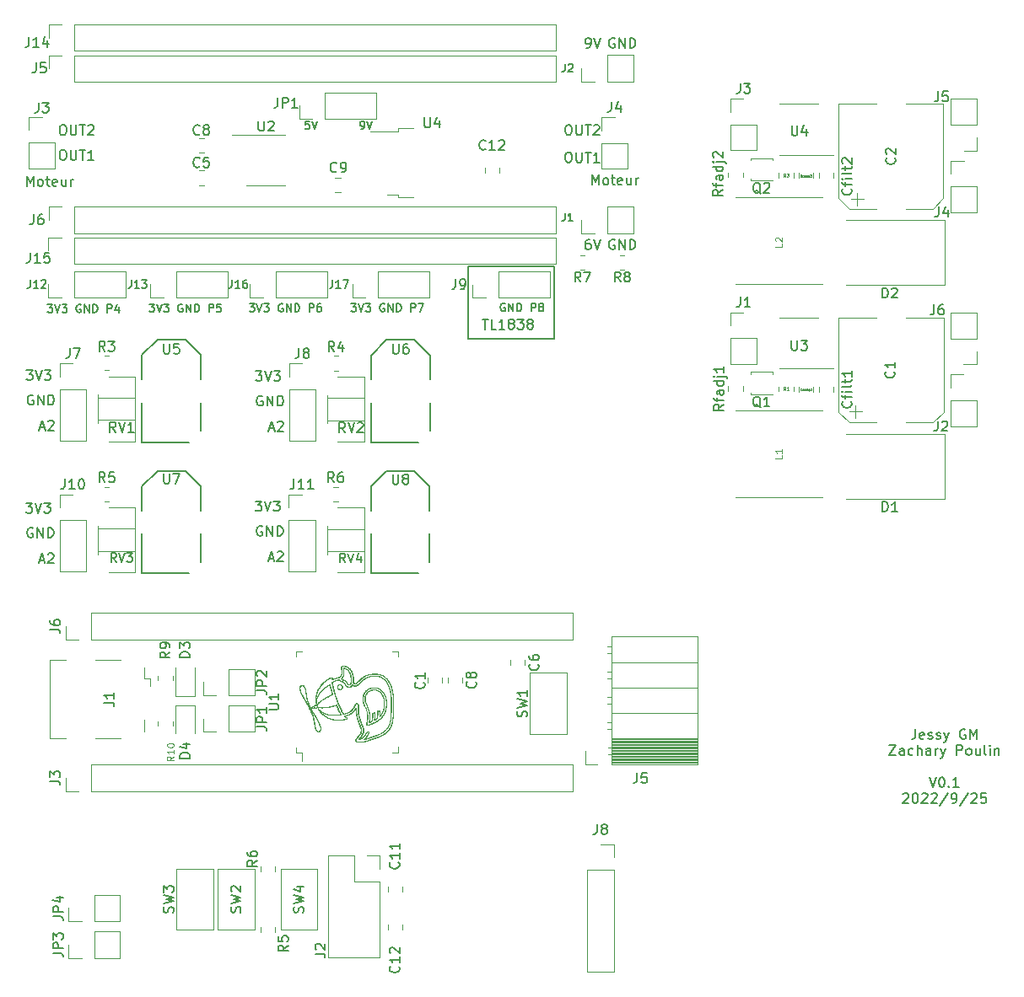
<source format=gbr>
%TF.GenerationSoftware,KiCad,Pcbnew,6.0.7+dfsg-3*%
%TF.CreationDate,2022-10-06T09:03:10-04:00*%
%TF.ProjectId,COMPLETE_PCB,434f4d50-4c45-4544-955f-5043422e6b69,rev?*%
%TF.SameCoordinates,Original*%
%TF.FileFunction,Legend,Top*%
%TF.FilePolarity,Positive*%
%FSLAX46Y46*%
G04 Gerber Fmt 4.6, Leading zero omitted, Abs format (unit mm)*
G04 Created by KiCad (PCBNEW 6.0.7+dfsg-3) date 2022-10-06 09:03:10*
%MOMM*%
%LPD*%
G01*
G04 APERTURE LIST*
%ADD10C,0.030000*%
%ADD11C,0.150000*%
%ADD12C,0.070000*%
%ADD13C,0.050000*%
%ADD14C,0.100000*%
%ADD15C,0.120000*%
%ADD16C,0.127000*%
G04 APERTURE END LIST*
D10*
G36*
X57321523Y-92003396D02*
G01*
X57323779Y-92007500D01*
X57325663Y-92011593D01*
X57327160Y-92015663D01*
X57328251Y-92019698D01*
X57328918Y-92023686D01*
X57329145Y-92027615D01*
X57328972Y-92030820D01*
X57328592Y-92026804D01*
X57327907Y-92022484D01*
X57326958Y-92018216D01*
X57325749Y-92014006D01*
X57324283Y-92009856D01*
X57322568Y-92005772D01*
X57321024Y-92002613D01*
X57321523Y-92003396D01*
G37*
X57321523Y-92003396D02*
X57323779Y-92007500D01*
X57325663Y-92011593D01*
X57327160Y-92015663D01*
X57328251Y-92019698D01*
X57328918Y-92023686D01*
X57329145Y-92027615D01*
X57328972Y-92030820D01*
X57328592Y-92026804D01*
X57327907Y-92022484D01*
X57326958Y-92018216D01*
X57325749Y-92014006D01*
X57324283Y-92009856D01*
X57322568Y-92005772D01*
X57321024Y-92002613D01*
X57321523Y-92003396D01*
G36*
X56237764Y-90734635D02*
G01*
X56238364Y-90735105D01*
X56238790Y-90735800D01*
X56237499Y-90734503D01*
X56237764Y-90734635D01*
G37*
X56237764Y-90734635D02*
X56238364Y-90735105D01*
X56238790Y-90735800D01*
X56237499Y-90734503D01*
X56237764Y-90734635D01*
G36*
X56628118Y-88645227D02*
G01*
X56642622Y-88647090D01*
X56656996Y-88649698D01*
X56671196Y-88653051D01*
X56685180Y-88657150D01*
X56698904Y-88661993D01*
X56712324Y-88667582D01*
X56725398Y-88673916D01*
X56738082Y-88680995D01*
X56750333Y-88688819D01*
X56762106Y-88697389D01*
X56773360Y-88706703D01*
X56784050Y-88716763D01*
X56794134Y-88727568D01*
X56803568Y-88739118D01*
X56809204Y-88746666D01*
X56814263Y-88753824D01*
X56818778Y-88760718D01*
X56822785Y-88767472D01*
X56826320Y-88774214D01*
X56829417Y-88781067D01*
X56832112Y-88788158D01*
X56834440Y-88795613D01*
X56836437Y-88803555D01*
X56838137Y-88812112D01*
X56839577Y-88821409D01*
X56840790Y-88831570D01*
X56841813Y-88842722D01*
X56842680Y-88854990D01*
X56843427Y-88868500D01*
X56843613Y-88872676D01*
X56842527Y-88863265D01*
X56842508Y-88863084D01*
X56842496Y-88862998D01*
X56842150Y-88860001D01*
X56841710Y-88857663D01*
X56839890Y-88845320D01*
X56836470Y-88827933D01*
X56832263Y-88811135D01*
X56827287Y-88795136D01*
X56821557Y-88780148D01*
X56815090Y-88766383D01*
X56807902Y-88754052D01*
X56800002Y-88743087D01*
X56790833Y-88732351D01*
X56780520Y-88721910D01*
X56769187Y-88711830D01*
X56764621Y-88708225D01*
X56760194Y-88704309D01*
X56755874Y-88700873D01*
X56751029Y-88697378D01*
X56745711Y-88693849D01*
X56739972Y-88690310D01*
X56736323Y-88688205D01*
X56730314Y-88684418D01*
X56716146Y-88676443D01*
X56701579Y-88669159D01*
X56686738Y-88662632D01*
X56671747Y-88656929D01*
X56656730Y-88652114D01*
X56641812Y-88648254D01*
X56627118Y-88645416D01*
X56621274Y-88644703D01*
X56628118Y-88645227D01*
G37*
X56628118Y-88645227D02*
X56642622Y-88647090D01*
X56656996Y-88649698D01*
X56671196Y-88653051D01*
X56685180Y-88657150D01*
X56698904Y-88661993D01*
X56712324Y-88667582D01*
X56725398Y-88673916D01*
X56738082Y-88680995D01*
X56750333Y-88688819D01*
X56762106Y-88697389D01*
X56773360Y-88706703D01*
X56784050Y-88716763D01*
X56794134Y-88727568D01*
X56803568Y-88739118D01*
X56809204Y-88746666D01*
X56814263Y-88753824D01*
X56818778Y-88760718D01*
X56822785Y-88767472D01*
X56826320Y-88774214D01*
X56829417Y-88781067D01*
X56832112Y-88788158D01*
X56834440Y-88795613D01*
X56836437Y-88803555D01*
X56838137Y-88812112D01*
X56839577Y-88821409D01*
X56840790Y-88831570D01*
X56841813Y-88842722D01*
X56842680Y-88854990D01*
X56843427Y-88868500D01*
X56843613Y-88872676D01*
X56842527Y-88863265D01*
X56842508Y-88863084D01*
X56842496Y-88862998D01*
X56842150Y-88860001D01*
X56841710Y-88857663D01*
X56839890Y-88845320D01*
X56836470Y-88827933D01*
X56832263Y-88811135D01*
X56827287Y-88795136D01*
X56821557Y-88780148D01*
X56815090Y-88766383D01*
X56807902Y-88754052D01*
X56800002Y-88743087D01*
X56790833Y-88732351D01*
X56780520Y-88721910D01*
X56769187Y-88711830D01*
X56764621Y-88708225D01*
X56760194Y-88704309D01*
X56755874Y-88700873D01*
X56751029Y-88697378D01*
X56745711Y-88693849D01*
X56739972Y-88690310D01*
X56736323Y-88688205D01*
X56730314Y-88684418D01*
X56716146Y-88676443D01*
X56701579Y-88669159D01*
X56686738Y-88662632D01*
X56671747Y-88656929D01*
X56656730Y-88652114D01*
X56641812Y-88648254D01*
X56627118Y-88645416D01*
X56621274Y-88644703D01*
X56628118Y-88645227D01*
G36*
X53703152Y-90989497D02*
G01*
X53701143Y-90989453D01*
X53699224Y-90989340D01*
X53697393Y-90989159D01*
X53695646Y-90988910D01*
X53693980Y-90988593D01*
X53692392Y-90988208D01*
X53690877Y-90987756D01*
X53689432Y-90987236D01*
X53688055Y-90986648D01*
X53686742Y-90985993D01*
X53685488Y-90985271D01*
X53684292Y-90984481D01*
X53683149Y-90983624D01*
X53682055Y-90982700D01*
X53681009Y-90981709D01*
X53679347Y-90980228D01*
X53677876Y-90979153D01*
X53677113Y-90978758D01*
X53674112Y-90977371D01*
X53670918Y-90976039D01*
X53667558Y-90974771D01*
X53664111Y-90973592D01*
X53666925Y-90973592D01*
X53667810Y-90973970D01*
X53670991Y-90975309D01*
X53672615Y-90976062D01*
X53675124Y-90977396D01*
X53677377Y-90978788D01*
X53677876Y-90979153D01*
X53679893Y-90980195D01*
X53682423Y-90981673D01*
X53685369Y-90983200D01*
X53688770Y-90984406D01*
X53692590Y-90985305D01*
X53696793Y-90985909D01*
X53706203Y-90986280D01*
X53716715Y-90985620D01*
X53728038Y-90984025D01*
X53739887Y-90981596D01*
X53751973Y-90978431D01*
X53764009Y-90974628D01*
X53775706Y-90970287D01*
X53786777Y-90965506D01*
X53796934Y-90960383D01*
X53805890Y-90955018D01*
X53813356Y-90949510D01*
X53816441Y-90946733D01*
X53819046Y-90943956D01*
X53821134Y-90941194D01*
X53822671Y-90938457D01*
X53823619Y-90935758D01*
X53823943Y-90933110D01*
X53824117Y-90930056D01*
X53824628Y-90926920D01*
X53825463Y-90923713D01*
X53826607Y-90920447D01*
X53828044Y-90917135D01*
X53829760Y-90913787D01*
X53831741Y-90910415D01*
X53833971Y-90907032D01*
X53836436Y-90903649D01*
X53839122Y-90900277D01*
X53842013Y-90896929D01*
X53845096Y-90893616D01*
X53851775Y-90887142D01*
X53859041Y-90880951D01*
X53866777Y-90875136D01*
X53874866Y-90869791D01*
X53883189Y-90865011D01*
X53887402Y-90862861D01*
X53891630Y-90860888D01*
X53895858Y-90859103D01*
X53900071Y-90857518D01*
X53904254Y-90856145D01*
X53908393Y-90854995D01*
X53912474Y-90854079D01*
X53915288Y-90853610D01*
X53919836Y-90853377D01*
X53929096Y-90853294D01*
X53936883Y-90853558D01*
X53939562Y-90853865D01*
X53943207Y-90854401D01*
X53946729Y-90855039D01*
X53950104Y-90855772D01*
X53953308Y-90856593D01*
X53956319Y-90857497D01*
X53959112Y-90858475D01*
X53961664Y-90859522D01*
X53963952Y-90860632D01*
X53965953Y-90861797D01*
X53967642Y-90863012D01*
X53968996Y-90864270D01*
X53969993Y-90865563D01*
X53971567Y-90867945D01*
X53973188Y-90870079D01*
X53973384Y-90870303D01*
X53976647Y-90871117D01*
X53983830Y-90872427D01*
X53987193Y-90872839D01*
X53990407Y-90873088D01*
X53993472Y-90873174D01*
X53996391Y-90873094D01*
X53999166Y-90872848D01*
X54001798Y-90872436D01*
X54002646Y-90872238D01*
X54003305Y-90871616D01*
X54004950Y-90869834D01*
X54006551Y-90867863D01*
X54008102Y-90865706D01*
X54009598Y-90863367D01*
X54011035Y-90860847D01*
X54012408Y-90858151D01*
X54013711Y-90855280D01*
X54014941Y-90852240D01*
X54016092Y-90849031D01*
X54017160Y-90845657D01*
X54018138Y-90842122D01*
X54019024Y-90838428D01*
X54019811Y-90834578D01*
X54020823Y-90829883D01*
X54022093Y-90825181D01*
X54023613Y-90820481D01*
X54025375Y-90815790D01*
X54027371Y-90811116D01*
X54028604Y-90808536D01*
X54030496Y-90804862D01*
X54035668Y-90795802D01*
X54036319Y-90794771D01*
X54040572Y-90788275D01*
X54047204Y-90779531D01*
X54054510Y-90771104D01*
X54062425Y-90763058D01*
X54070883Y-90755455D01*
X54079819Y-90748356D01*
X54089168Y-90741825D01*
X54098865Y-90735925D01*
X54108844Y-90730716D01*
X54119041Y-90726262D01*
X54124200Y-90724338D01*
X54129389Y-90722626D01*
X54134599Y-90721133D01*
X54139823Y-90719869D01*
X54145981Y-90718802D01*
X54152524Y-90718222D01*
X54159450Y-90718128D01*
X54166756Y-90718519D01*
X54174439Y-90719394D01*
X54182497Y-90720753D01*
X54190928Y-90722595D01*
X54199729Y-90724919D01*
X54208897Y-90727725D01*
X54218431Y-90731012D01*
X54223948Y-90733112D01*
X54229959Y-90734822D01*
X54238525Y-90737951D01*
X54246228Y-90741562D01*
X54252021Y-90745090D01*
X54260167Y-90748953D01*
X54271489Y-90754634D01*
X54279264Y-90758735D01*
X54279553Y-90758795D01*
X54281687Y-90759058D01*
X54283738Y-90759123D01*
X54285709Y-90758988D01*
X54287604Y-90758653D01*
X54287963Y-90758547D01*
X54288157Y-90758317D01*
X54288709Y-90757585D01*
X54289268Y-90756773D01*
X54289830Y-90755884D01*
X54290396Y-90754919D01*
X54290964Y-90753882D01*
X54291533Y-90752773D01*
X54292670Y-90750352D01*
X54293798Y-90747673D01*
X54294910Y-90744754D01*
X54295995Y-90741611D01*
X54297047Y-90738263D01*
X54298055Y-90734725D01*
X54299012Y-90731016D01*
X54299910Y-90727153D01*
X54303621Y-90712898D01*
X54308587Y-90698192D01*
X54314793Y-90683047D01*
X54322226Y-90667475D01*
X54330872Y-90651490D01*
X54340718Y-90635104D01*
X54363954Y-90601175D01*
X54391827Y-90565791D01*
X54424228Y-90529048D01*
X54461049Y-90491048D01*
X54502181Y-90451889D01*
X54547517Y-90411670D01*
X54596949Y-90370492D01*
X54650367Y-90328453D01*
X54707663Y-90285653D01*
X54768730Y-90242191D01*
X54833459Y-90198167D01*
X54901742Y-90153679D01*
X54973471Y-90108828D01*
X55043241Y-90067816D01*
X55130702Y-90019102D01*
X55230191Y-89965608D01*
X55336048Y-89910258D01*
X55442608Y-89855972D01*
X55544211Y-89805675D01*
X55635193Y-89762288D01*
X55709893Y-89728734D01*
X55733210Y-89718594D01*
X55755652Y-89708518D01*
X55776679Y-89698770D01*
X55795751Y-89689616D01*
X55812326Y-89681319D01*
X55825864Y-89674145D01*
X55835825Y-89668359D01*
X55839295Y-89666068D01*
X55841668Y-89664223D01*
X55842990Y-89662949D01*
X55844196Y-89661580D01*
X55844738Y-89660843D01*
X55847356Y-89659087D01*
X55847833Y-89658410D01*
X55848188Y-89657368D01*
X55848423Y-89655970D01*
X55848541Y-89654226D01*
X55848493Y-89652289D01*
X55848402Y-89652740D01*
X55847813Y-89654828D01*
X55847096Y-89656739D01*
X55846252Y-89658491D01*
X55845284Y-89660099D01*
X55844738Y-89660843D01*
X55843051Y-89661975D01*
X55834775Y-89666554D01*
X55823015Y-89672589D01*
X55808256Y-89679846D01*
X55771684Y-89697085D01*
X55728943Y-89716389D01*
X55614303Y-89768725D01*
X55493960Y-89826576D01*
X55371147Y-89888222D01*
X55249094Y-89951942D01*
X55131035Y-90016017D01*
X55020201Y-90078725D01*
X54919824Y-90138348D01*
X54833138Y-90193164D01*
X54780470Y-90228649D01*
X54729565Y-90264579D01*
X54680595Y-90300783D01*
X54633734Y-90337091D01*
X54589158Y-90373330D01*
X54547039Y-90409329D01*
X54507552Y-90444917D01*
X54470871Y-90479924D01*
X54437169Y-90514176D01*
X54406622Y-90547504D01*
X54379403Y-90579736D01*
X54355687Y-90610700D01*
X54335646Y-90640226D01*
X54319456Y-90668141D01*
X54312859Y-90681442D01*
X54307406Y-90694009D01*
X54304755Y-90701433D01*
X54301797Y-90711241D01*
X54299126Y-90719795D01*
X54298432Y-90721857D01*
X54297562Y-90725175D01*
X54295820Y-90731043D01*
X54294028Y-90736077D01*
X54293092Y-90738285D01*
X54292118Y-90740291D01*
X54291097Y-90742095D01*
X54290021Y-90743699D01*
X54288880Y-90745107D01*
X54287668Y-90746318D01*
X54286374Y-90747336D01*
X54284991Y-90748161D01*
X54283509Y-90748797D01*
X54281921Y-90749244D01*
X54280217Y-90749505D01*
X54278389Y-90749580D01*
X54276428Y-90749474D01*
X54274327Y-90749186D01*
X54272075Y-90748719D01*
X54269666Y-90748075D01*
X54264337Y-90746262D01*
X54258271Y-90743763D01*
X54251401Y-90740591D01*
X54243657Y-90736762D01*
X54234970Y-90732290D01*
X54226137Y-90727978D01*
X54217313Y-90724253D01*
X54208509Y-90721109D01*
X54199735Y-90718540D01*
X54191002Y-90716540D01*
X54182320Y-90715104D01*
X54173700Y-90714225D01*
X54165152Y-90713899D01*
X54156687Y-90714119D01*
X54148315Y-90714879D01*
X54140047Y-90716173D01*
X54131894Y-90717997D01*
X54123866Y-90720343D01*
X54115973Y-90723207D01*
X54108227Y-90726582D01*
X54100637Y-90730463D01*
X54093214Y-90734843D01*
X54085969Y-90739718D01*
X54078912Y-90745081D01*
X54072053Y-90750926D01*
X54065404Y-90757247D01*
X54058975Y-90764040D01*
X54052777Y-90771298D01*
X54046819Y-90779014D01*
X54041112Y-90787185D01*
X54036319Y-90794771D01*
X54034680Y-90797274D01*
X54029593Y-90806467D01*
X54028604Y-90808536D01*
X54025607Y-90814358D01*
X54021011Y-90824284D01*
X54016720Y-90834634D01*
X54012743Y-90845403D01*
X54009091Y-90856585D01*
X54008033Y-90859814D01*
X54006938Y-90862667D01*
X54006372Y-90863953D01*
X54005789Y-90865147D01*
X54005188Y-90866249D01*
X54004567Y-90867261D01*
X54003922Y-90868182D01*
X54003253Y-90869014D01*
X54002555Y-90869757D01*
X54001828Y-90870413D01*
X54001068Y-90870980D01*
X54000273Y-90871462D01*
X53999441Y-90871857D01*
X53998570Y-90872167D01*
X53997658Y-90872392D01*
X53996701Y-90872534D01*
X53995698Y-90872593D01*
X53994646Y-90872569D01*
X53993542Y-90872463D01*
X53992386Y-90872277D01*
X53991174Y-90872010D01*
X53989903Y-90871663D01*
X53988572Y-90871238D01*
X53987179Y-90870734D01*
X53984194Y-90869495D01*
X53980929Y-90867952D01*
X53977367Y-90866110D01*
X53971617Y-90863199D01*
X53965878Y-90860623D01*
X53960154Y-90858381D01*
X53954449Y-90856472D01*
X53948767Y-90854892D01*
X53945598Y-90854191D01*
X53938195Y-90853603D01*
X53936883Y-90853558D01*
X53935817Y-90853436D01*
X53931995Y-90853122D01*
X53928120Y-90852929D01*
X53924216Y-90852863D01*
X53920400Y-90853002D01*
X53916481Y-90853411D01*
X53915288Y-90853610D01*
X53910564Y-90853853D01*
X53901610Y-90854708D01*
X53899325Y-90855277D01*
X53894094Y-90856912D01*
X53888930Y-90858859D01*
X53883837Y-90861117D01*
X53878819Y-90863684D01*
X53873880Y-90866558D01*
X53869025Y-90869737D01*
X53864257Y-90873221D01*
X53859580Y-90877008D01*
X53854999Y-90881095D01*
X53850517Y-90885481D01*
X53846138Y-90890165D01*
X53841867Y-90895145D01*
X53837708Y-90900418D01*
X53833663Y-90905985D01*
X53829738Y-90911842D01*
X53825937Y-90917988D01*
X53822263Y-90924423D01*
X53818721Y-90931143D01*
X53817062Y-90934010D01*
X53814960Y-90936966D01*
X53812445Y-90939988D01*
X53809550Y-90943054D01*
X53806306Y-90946140D01*
X53802746Y-90949225D01*
X53798900Y-90952285D01*
X53794802Y-90955299D01*
X53790481Y-90958244D01*
X53785972Y-90961098D01*
X53781304Y-90963837D01*
X53776510Y-90966440D01*
X53771622Y-90968883D01*
X53766672Y-90971145D01*
X53761690Y-90973203D01*
X53756710Y-90975034D01*
X53749462Y-90977464D01*
X53742744Y-90979565D01*
X53736492Y-90981335D01*
X53730640Y-90982775D01*
X53725123Y-90983884D01*
X53719875Y-90984660D01*
X53714831Y-90985103D01*
X53709925Y-90985212D01*
X53705092Y-90984986D01*
X53700267Y-90984425D01*
X53695384Y-90983528D01*
X53690377Y-90982294D01*
X53685182Y-90980722D01*
X53679733Y-90978811D01*
X53673964Y-90976561D01*
X53670991Y-90975309D01*
X53669873Y-90974791D01*
X53666925Y-90973592D01*
X53664111Y-90973592D01*
X53664061Y-90973575D01*
X53660455Y-90972457D01*
X53656767Y-90971425D01*
X53653027Y-90970487D01*
X53649261Y-90969649D01*
X53645498Y-90968920D01*
X53641767Y-90968307D01*
X53638094Y-90967818D01*
X53634509Y-90967458D01*
X53631039Y-90967238D01*
X53627712Y-90967162D01*
X53614912Y-90966694D01*
X53609402Y-90965625D01*
X53604252Y-90963571D01*
X53603181Y-90962847D01*
X53601358Y-90962007D01*
X53599231Y-90960851D01*
X53597177Y-90959549D01*
X53595189Y-90958093D01*
X53593260Y-90956477D01*
X53591382Y-90954693D01*
X53589548Y-90952733D01*
X53587751Y-90950590D01*
X53584238Y-90945728D01*
X53580786Y-90940047D01*
X53577337Y-90933488D01*
X53573832Y-90925994D01*
X53570214Y-90917506D01*
X53566424Y-90907966D01*
X53562405Y-90897314D01*
X53536565Y-90829370D01*
X53494230Y-90719515D01*
X53443767Y-90582839D01*
X53396338Y-90441749D01*
X53352409Y-90298019D01*
X53312444Y-90153425D01*
X53276908Y-90009743D01*
X53246267Y-89868747D01*
X53220985Y-89732212D01*
X53201527Y-89601915D01*
X53191637Y-89530647D01*
X53179839Y-89453893D01*
X53166789Y-89375239D01*
X53153145Y-89298268D01*
X53139563Y-89226564D01*
X53126698Y-89163713D01*
X53115208Y-89113297D01*
X53105749Y-89078902D01*
X53094690Y-89046522D01*
X53083121Y-89015518D01*
X53071078Y-88985943D01*
X53058600Y-88957854D01*
X53045722Y-88931305D01*
X53032483Y-88906352D01*
X53018919Y-88883048D01*
X53005068Y-88861450D01*
X52990965Y-88841613D01*
X52983832Y-88832371D01*
X52976650Y-88823590D01*
X52969424Y-88815277D01*
X52962158Y-88807438D01*
X52954858Y-88800081D01*
X52947527Y-88793212D01*
X52940171Y-88786837D01*
X52932794Y-88780965D01*
X52925401Y-88775602D01*
X52917996Y-88770754D01*
X52910584Y-88766429D01*
X52903170Y-88762633D01*
X52895758Y-88759374D01*
X52888353Y-88756658D01*
X52874410Y-88752516D01*
X52860548Y-88749305D01*
X52846787Y-88747007D01*
X52833148Y-88745607D01*
X52819651Y-88745089D01*
X52806316Y-88745435D01*
X52793164Y-88746629D01*
X52780214Y-88748655D01*
X52767488Y-88751496D01*
X52755005Y-88755136D01*
X52742785Y-88759559D01*
X52730850Y-88764748D01*
X52719219Y-88770686D01*
X52707913Y-88777357D01*
X52696952Y-88784745D01*
X52686356Y-88792833D01*
X52676146Y-88801604D01*
X52666341Y-88811043D01*
X52656963Y-88821133D01*
X52648031Y-88831857D01*
X52639566Y-88843199D01*
X52631589Y-88855142D01*
X52624118Y-88867671D01*
X52617175Y-88880768D01*
X52610781Y-88894417D01*
X52604954Y-88908601D01*
X52599716Y-88923305D01*
X52595088Y-88938512D01*
X52591088Y-88954204D01*
X52587738Y-88970367D01*
X52585058Y-88986983D01*
X52583068Y-89004036D01*
X52582120Y-89020927D01*
X52582348Y-89039444D01*
X52583778Y-89059677D01*
X52586433Y-89081716D01*
X52590336Y-89105648D01*
X52595513Y-89131563D01*
X52609783Y-89189698D01*
X52629435Y-89256833D01*
X52654661Y-89333681D01*
X52685656Y-89420954D01*
X52722611Y-89519365D01*
X52755394Y-89597920D01*
X52798628Y-89690636D01*
X52851022Y-89795132D01*
X52911289Y-89909027D01*
X52978141Y-90029943D01*
X53050289Y-90155498D01*
X53126443Y-90283312D01*
X53205317Y-90411006D01*
X53385137Y-90697459D01*
X53431661Y-90770986D01*
X53490934Y-90863288D01*
X53559286Y-90968961D01*
X53538115Y-91013576D01*
X53535000Y-91020286D01*
X53532272Y-91026504D01*
X53529929Y-91032291D01*
X53527964Y-91037706D01*
X53526376Y-91042811D01*
X53525158Y-91047665D01*
X53524307Y-91052329D01*
X53523819Y-91056864D01*
X53523690Y-91061329D01*
X53523916Y-91065785D01*
X53524492Y-91070293D01*
X53525414Y-91074912D01*
X53526679Y-91079704D01*
X53528282Y-91084728D01*
X53530219Y-91090044D01*
X53532485Y-91095714D01*
X53535899Y-91103359D01*
X53539594Y-91110482D01*
X53543575Y-91117089D01*
X53547849Y-91123183D01*
X53552422Y-91128767D01*
X53557298Y-91133846D01*
X53562483Y-91138423D01*
X53567983Y-91142502D01*
X53573804Y-91146087D01*
X53579951Y-91149182D01*
X53586430Y-91151790D01*
X53593245Y-91153916D01*
X53600404Y-91155562D01*
X53607912Y-91156734D01*
X53615774Y-91157434D01*
X53623995Y-91157666D01*
X53630212Y-91158082D01*
X53636144Y-91159471D01*
X53641901Y-91162043D01*
X53647596Y-91166008D01*
X53653339Y-91171578D01*
X53659242Y-91178963D01*
X53665416Y-91188374D01*
X53671972Y-91200020D01*
X53679022Y-91214114D01*
X53686678Y-91230864D01*
X53704248Y-91273180D01*
X53725575Y-91328652D01*
X53751549Y-91398966D01*
X53813449Y-91572550D01*
X53865714Y-91729601D01*
X53910174Y-91877628D01*
X53948657Y-92024139D01*
X53982990Y-92176640D01*
X54015003Y-92342640D01*
X54046524Y-92529646D01*
X54079380Y-92745166D01*
X54086520Y-92790359D01*
X54094557Y-92835029D01*
X54103428Y-92878986D01*
X54113070Y-92922043D01*
X54123418Y-92964010D01*
X54134410Y-93004699D01*
X54145982Y-93043921D01*
X54158071Y-93081488D01*
X54170614Y-93117210D01*
X54183546Y-93150900D01*
X54196805Y-93182369D01*
X54210327Y-93211428D01*
X54224049Y-93237889D01*
X54237908Y-93261562D01*
X54251839Y-93282260D01*
X54265780Y-93299794D01*
X54273101Y-93307815D01*
X54280635Y-93315427D01*
X54288371Y-93322626D01*
X54296294Y-93329411D01*
X54304394Y-93335779D01*
X54312658Y-93341730D01*
X54321073Y-93347260D01*
X54329626Y-93352368D01*
X54338306Y-93357052D01*
X54347100Y-93361311D01*
X54355995Y-93365141D01*
X54364979Y-93368541D01*
X54374039Y-93371510D01*
X54383164Y-93374045D01*
X54392340Y-93376144D01*
X54401555Y-93377805D01*
X54410796Y-93379027D01*
X54420052Y-93379807D01*
X54429310Y-93380144D01*
X54438557Y-93380035D01*
X54447781Y-93379479D01*
X54456969Y-93378474D01*
X54466109Y-93377018D01*
X54475189Y-93375108D01*
X54484196Y-93372743D01*
X54493117Y-93369921D01*
X54501940Y-93366640D01*
X54510653Y-93362898D01*
X54519243Y-93358692D01*
X54527698Y-93354023D01*
X54536005Y-93348886D01*
X54544152Y-93343280D01*
X54549489Y-93339280D01*
X54554972Y-93334914D01*
X54560559Y-93330226D01*
X54566209Y-93325260D01*
X54571881Y-93320057D01*
X54577535Y-93314661D01*
X54583129Y-93309114D01*
X54588623Y-93303461D01*
X54593975Y-93297743D01*
X54599145Y-93292004D01*
X54604092Y-93286286D01*
X54608774Y-93280632D01*
X54613151Y-93275087D01*
X54617181Y-93269691D01*
X54620825Y-93264489D01*
X54624040Y-93259523D01*
X54631279Y-93246441D01*
X54637755Y-93231941D01*
X54643457Y-93216161D01*
X54648379Y-93199237D01*
X54652510Y-93181309D01*
X54655843Y-93162512D01*
X54658367Y-93142985D01*
X54660076Y-93122866D01*
X54660959Y-93102291D01*
X54661008Y-93081399D01*
X54660214Y-93060326D01*
X54658569Y-93039211D01*
X54656064Y-93018191D01*
X54652690Y-92997404D01*
X54648438Y-92976987D01*
X54643299Y-92957078D01*
X54598123Y-92810469D01*
X54546111Y-92665462D01*
X54485669Y-92518798D01*
X54415198Y-92367221D01*
X54333103Y-92207472D01*
X54237787Y-92036293D01*
X54127654Y-91850427D01*
X54001107Y-91646616D01*
X53836761Y-91386266D01*
X53762939Y-91269955D01*
X53733620Y-91224328D01*
X53714703Y-91195404D01*
X53705036Y-91180750D01*
X53701202Y-91174591D01*
X53698020Y-91169043D01*
X53696670Y-91166461D01*
X53695479Y-91163985D01*
X53694446Y-91161600D01*
X53693569Y-91159290D01*
X53692846Y-91157041D01*
X53692277Y-91154836D01*
X53691860Y-91152660D01*
X53691593Y-91150497D01*
X53691476Y-91148333D01*
X53691507Y-91146150D01*
X53691684Y-91143935D01*
X53692006Y-91141671D01*
X53692472Y-91139344D01*
X53693080Y-91136936D01*
X53693830Y-91134433D01*
X53694718Y-91131820D01*
X53696910Y-91126199D01*
X53699643Y-91119950D01*
X53702907Y-91112947D01*
X53706691Y-91105068D01*
X53709724Y-91099179D01*
X53713027Y-91093490D01*
X53716588Y-91088007D01*
X53720397Y-91082733D01*
X53724442Y-91077673D01*
X53728711Y-91072831D01*
X53733193Y-91068212D01*
X53737877Y-91063819D01*
X53742751Y-91059658D01*
X53747804Y-91055733D01*
X53753025Y-91052048D01*
X53758402Y-91048607D01*
X53769578Y-91042477D01*
X53781243Y-91037377D01*
X53793305Y-91033343D01*
X53805673Y-91030409D01*
X53811944Y-91029366D01*
X53818256Y-91028611D01*
X53824600Y-91028149D01*
X53830963Y-91027984D01*
X53837335Y-91028120D01*
X53843703Y-91028562D01*
X53850057Y-91029315D01*
X53856385Y-91030382D01*
X53862676Y-91031767D01*
X53868918Y-91033477D01*
X53875099Y-91035514D01*
X53881210Y-91037883D01*
X53888310Y-91040797D01*
X53894777Y-91043318D01*
X53900694Y-91045444D01*
X53906140Y-91047175D01*
X53911197Y-91048509D01*
X53915946Y-91049445D01*
X53918231Y-91049763D01*
X53920469Y-91049981D01*
X53922670Y-91050100D01*
X53924845Y-91050118D01*
X53927005Y-91050035D01*
X53929158Y-91049852D01*
X53931315Y-91049569D01*
X53933487Y-91049184D01*
X53935683Y-91048699D01*
X53937914Y-91048112D01*
X53942520Y-91046635D01*
X53947386Y-91044751D01*
X53952593Y-91042459D01*
X53958223Y-91039759D01*
X53964356Y-91036649D01*
X53968337Y-91034460D01*
X53972327Y-91032016D01*
X53976300Y-91029342D01*
X53980231Y-91026465D01*
X53984093Y-91023411D01*
X53987861Y-91020206D01*
X53991508Y-91016876D01*
X53995010Y-91013447D01*
X53998340Y-91009946D01*
X54001472Y-91006399D01*
X54004382Y-91002831D01*
X54007042Y-90999270D01*
X54009427Y-90995741D01*
X54011511Y-90992270D01*
X54013269Y-90988884D01*
X54014675Y-90985608D01*
X54017250Y-90978945D01*
X54019625Y-90973161D01*
X54021883Y-90968250D01*
X54022992Y-90966121D01*
X54024103Y-90964208D01*
X54025225Y-90962511D01*
X54026369Y-90961029D01*
X54027543Y-90959762D01*
X54028759Y-90958708D01*
X54030027Y-90957867D01*
X54031357Y-90957239D01*
X54032759Y-90956823D01*
X54034243Y-90956618D01*
X54034446Y-90956618D01*
X54012536Y-90992647D01*
X54009337Y-90997753D01*
X54006092Y-91002624D01*
X54002798Y-91007262D01*
X53999454Y-91011668D01*
X53996057Y-91015842D01*
X53992604Y-91019786D01*
X53989095Y-91023499D01*
X53985526Y-91026983D01*
X53981896Y-91030239D01*
X53978202Y-91033267D01*
X53974442Y-91036068D01*
X53970615Y-91038644D01*
X53966717Y-91040994D01*
X53962747Y-91043120D01*
X53958703Y-91045022D01*
X53954583Y-91046702D01*
X53950383Y-91048160D01*
X53946104Y-91049396D01*
X53941741Y-91050412D01*
X53937293Y-91051209D01*
X53932757Y-91051787D01*
X53928133Y-91052147D01*
X53923417Y-91052291D01*
X53918607Y-91052218D01*
X53913702Y-91051929D01*
X53908698Y-91051426D01*
X53903595Y-91050709D01*
X53898389Y-91049779D01*
X53893079Y-91048637D01*
X53887662Y-91047283D01*
X53882137Y-91045719D01*
X53876501Y-91043945D01*
X53869211Y-91041611D01*
X53862393Y-91039594D01*
X53858127Y-91038462D01*
X53857255Y-91038037D01*
X53855538Y-91037319D01*
X53853797Y-91036671D01*
X53852026Y-91036095D01*
X53850222Y-91035590D01*
X53848381Y-91035156D01*
X53846499Y-91034794D01*
X53844571Y-91034504D01*
X53842594Y-91034285D01*
X53840563Y-91034139D01*
X53838474Y-91034065D01*
X53834107Y-91034135D01*
X53832509Y-91034259D01*
X53827758Y-91034164D01*
X53822422Y-91034377D01*
X53817035Y-91034912D01*
X53811534Y-91035768D01*
X53805853Y-91036947D01*
X53799926Y-91038449D01*
X53793689Y-91040275D01*
X53787076Y-91042425D01*
X53780022Y-91044901D01*
X53775840Y-91046510D01*
X53771702Y-91048295D01*
X53767615Y-91050248D01*
X53763582Y-91052361D01*
X53755708Y-91057042D01*
X53748623Y-91061936D01*
X53748105Y-91062248D01*
X53743450Y-91065490D01*
X53739175Y-91068947D01*
X53735239Y-91072654D01*
X53731603Y-91076647D01*
X53731522Y-91076751D01*
X53727603Y-91080754D01*
X53721658Y-91087640D01*
X53716241Y-91094793D01*
X53711396Y-91102157D01*
X53707172Y-91109672D01*
X53703615Y-91117282D01*
X53702101Y-91121104D01*
X53700771Y-91124928D01*
X53699631Y-91128747D01*
X53698687Y-91132553D01*
X53697945Y-91136339D01*
X53697411Y-91140098D01*
X53697090Y-91143823D01*
X53696988Y-91147506D01*
X53697572Y-91150077D01*
X53699276Y-91154321D01*
X53702042Y-91160142D01*
X53705813Y-91167444D01*
X53716143Y-91186103D01*
X53729807Y-91209527D01*
X53746348Y-91236946D01*
X53765306Y-91267589D01*
X53786226Y-91300684D01*
X53808647Y-91335462D01*
X53901404Y-91478932D01*
X53967681Y-91583112D01*
X54086221Y-91773612D01*
X54141724Y-91864715D01*
X54259604Y-92066206D01*
X54370212Y-92269464D01*
X54399801Y-92327116D01*
X54419488Y-92367101D01*
X54470144Y-92473811D01*
X54524024Y-92598098D01*
X54571291Y-92719199D01*
X54612381Y-92837999D01*
X54627854Y-92887409D01*
X54640518Y-92931517D01*
X54650523Y-92971134D01*
X54654574Y-92989512D01*
X54658016Y-93007071D01*
X54660867Y-93023914D01*
X54663147Y-93040140D01*
X54664872Y-93055853D01*
X54666063Y-93071153D01*
X54666737Y-93086141D01*
X54666913Y-93100920D01*
X54666609Y-93115590D01*
X54665845Y-93130253D01*
X54664682Y-93143259D01*
X54662964Y-93156111D01*
X54660707Y-93168792D01*
X54657925Y-93181282D01*
X54654637Y-93193567D01*
X54650856Y-93205627D01*
X54646600Y-93217446D01*
X54641884Y-93229007D01*
X54636724Y-93240293D01*
X54631136Y-93251285D01*
X54618739Y-93272322D01*
X54604821Y-93291980D01*
X54589509Y-93310121D01*
X54581370Y-93318579D01*
X54572931Y-93326606D01*
X54564206Y-93334184D01*
X54555213Y-93341297D01*
X54545967Y-93347927D01*
X54536483Y-93354056D01*
X54526779Y-93359668D01*
X54516869Y-93364745D01*
X54506770Y-93369270D01*
X54496498Y-93373226D01*
X54486068Y-93376595D01*
X54475496Y-93379359D01*
X54464799Y-93381503D01*
X54453992Y-93383008D01*
X54443091Y-93383857D01*
X54432113Y-93384033D01*
X54415979Y-93383195D01*
X54400181Y-93381170D01*
X54384717Y-93377957D01*
X54369587Y-93373555D01*
X54354791Y-93367964D01*
X54340327Y-93361181D01*
X54326195Y-93353207D01*
X54312394Y-93344039D01*
X54298924Y-93333676D01*
X54285784Y-93322118D01*
X54272973Y-93309363D01*
X54263283Y-93298531D01*
X54254255Y-93287636D01*
X54253474Y-93286663D01*
X54242484Y-93272130D01*
X54231514Y-93256276D01*
X54221736Y-93240855D01*
X54218636Y-93235652D01*
X54212228Y-93224635D01*
X54204311Y-93210070D01*
X54202670Y-93206995D01*
X54192466Y-93186473D01*
X54182267Y-93164103D01*
X54172391Y-93140525D01*
X54162838Y-93115740D01*
X54153607Y-93089745D01*
X54144698Y-93062539D01*
X54136110Y-93034122D01*
X54127841Y-93004492D01*
X54119893Y-92973648D01*
X54112263Y-92941588D01*
X54104952Y-92908313D01*
X54091281Y-92838109D01*
X54078876Y-92763026D01*
X54043838Y-92540389D01*
X54010240Y-92346193D01*
X53976361Y-92173377D01*
X53940479Y-92014880D01*
X53900875Y-91863642D01*
X53855828Y-91712604D01*
X53803616Y-91554705D01*
X53742521Y-91382884D01*
X53718507Y-91318237D01*
X53698301Y-91266921D01*
X53689357Y-91245809D01*
X53681040Y-91227485D01*
X53673245Y-91211767D01*
X53665861Y-91198475D01*
X53658783Y-91187427D01*
X53651902Y-91178441D01*
X53645109Y-91171335D01*
X53638298Y-91165929D01*
X53631360Y-91162040D01*
X53624187Y-91159486D01*
X53616672Y-91158088D01*
X53608707Y-91157662D01*
X53604110Y-91157533D01*
X53599605Y-91157144D01*
X53595189Y-91156497D01*
X53590862Y-91155589D01*
X53586623Y-91154421D01*
X53582470Y-91152991D01*
X53578403Y-91151300D01*
X53574420Y-91149346D01*
X53570521Y-91147129D01*
X53566704Y-91144649D01*
X53562968Y-91141904D01*
X53559311Y-91138895D01*
X53555734Y-91135620D01*
X53552235Y-91132080D01*
X53548812Y-91128273D01*
X53545465Y-91124199D01*
X53539900Y-91116713D01*
X53535029Y-91109280D01*
X53530849Y-91101893D01*
X53527362Y-91094547D01*
X53525877Y-91090887D01*
X53524566Y-91087236D01*
X53523427Y-91083591D01*
X53522461Y-91079954D01*
X53521668Y-91076322D01*
X53521218Y-91073690D01*
X53520697Y-91068514D01*
X53520366Y-91061248D01*
X53520410Y-91056476D01*
X53520536Y-91054609D01*
X53520951Y-91050997D01*
X53521538Y-91047385D01*
X53522298Y-91043772D01*
X53523231Y-91040157D01*
X53524336Y-91036540D01*
X53525613Y-91032919D01*
X53527062Y-91029295D01*
X53530477Y-91022033D01*
X53534581Y-91014747D01*
X53539374Y-91007431D01*
X53542744Y-91002424D01*
X53544200Y-91000029D01*
X53545487Y-90997667D01*
X53546591Y-90995308D01*
X53547500Y-90992922D01*
X53548201Y-90990480D01*
X53548681Y-90987950D01*
X53548928Y-90985304D01*
X53548929Y-90982512D01*
X53548670Y-90979544D01*
X53548140Y-90976369D01*
X53547325Y-90972959D01*
X53546213Y-90969282D01*
X53544791Y-90965310D01*
X53543047Y-90961013D01*
X53540966Y-90956360D01*
X53538538Y-90951322D01*
X53535748Y-90945869D01*
X53532585Y-90939972D01*
X53529035Y-90933599D01*
X53525085Y-90926722D01*
X53520724Y-90919310D01*
X53515938Y-90911334D01*
X53505039Y-90893570D01*
X53492289Y-90873191D01*
X53477584Y-90849957D01*
X53460822Y-90823630D01*
X53265013Y-90516313D01*
X53147970Y-90329184D01*
X53043619Y-90155232D01*
X52951217Y-89993012D01*
X52870020Y-89841080D01*
X52799284Y-89697990D01*
X52738263Y-89562298D01*
X52686216Y-89432558D01*
X52642396Y-89307325D01*
X52627235Y-89258848D01*
X52614216Y-89213601D01*
X52603348Y-89171395D01*
X52594637Y-89132042D01*
X52588091Y-89095352D01*
X52583755Y-89061441D01*
X52583700Y-89060898D01*
X52581743Y-89032454D01*
X52581519Y-89025195D01*
X52581520Y-89029210D01*
X52581743Y-89032454D01*
X52582153Y-89045703D01*
X52583700Y-89060898D01*
X52583716Y-89061138D01*
X52583755Y-89061441D01*
X52586690Y-89090274D01*
X52594473Y-89138453D01*
X52605478Y-89190148D01*
X52619679Y-89245268D01*
X52637050Y-89303721D01*
X52657565Y-89365415D01*
X52681200Y-89430258D01*
X52707929Y-89498159D01*
X52737726Y-89569026D01*
X52770565Y-89642767D01*
X52806422Y-89719290D01*
X52845270Y-89798503D01*
X52893743Y-89893417D01*
X52943766Y-89987036D01*
X52998484Y-90084632D01*
X53061040Y-90191478D01*
X53134578Y-90312843D01*
X53222241Y-90454001D01*
X53452520Y-90816781D01*
X53468898Y-90842446D01*
X53483396Y-90865344D01*
X53496099Y-90885664D01*
X53507097Y-90903595D01*
X53516475Y-90919325D01*
X53520584Y-90926423D01*
X53524321Y-90933042D01*
X53527697Y-90939204D01*
X53530723Y-90944934D01*
X53533408Y-90950255D01*
X53535766Y-90955190D01*
X53537805Y-90959763D01*
X53539538Y-90963998D01*
X53540974Y-90967918D01*
X53542126Y-90971546D01*
X53543003Y-90974907D01*
X53543617Y-90978023D01*
X53543979Y-90980919D01*
X53544099Y-90983618D01*
X53543989Y-90986142D01*
X53543658Y-90988517D01*
X53543119Y-90990765D01*
X53542382Y-90992910D01*
X53541457Y-90994976D01*
X53540357Y-90996985D01*
X53539091Y-90998963D01*
X53537671Y-91000931D01*
X53533606Y-91006704D01*
X53530041Y-91012618D01*
X53526967Y-91018652D01*
X53525352Y-91022478D01*
X53527085Y-91016594D01*
X53529742Y-91009148D01*
X53532864Y-91001750D01*
X53533917Y-90999167D01*
X53534233Y-90998134D01*
X53534692Y-90996950D01*
X53535197Y-90995369D01*
X53535602Y-90993729D01*
X53535899Y-90992014D01*
X53536078Y-90990208D01*
X53536131Y-90988296D01*
X53536050Y-90986261D01*
X53535824Y-90984087D01*
X53535447Y-90981759D01*
X53534908Y-90979261D01*
X53534199Y-90976577D01*
X53533312Y-90973690D01*
X53532236Y-90970585D01*
X53530965Y-90967247D01*
X53530867Y-90967017D01*
X53529945Y-90964448D01*
X53527506Y-90958398D01*
X53524567Y-90951727D01*
X53521101Y-90944384D01*
X53517080Y-90936318D01*
X53512476Y-90927481D01*
X53507263Y-90917822D01*
X53494897Y-90895837D01*
X53479763Y-90869963D01*
X53461641Y-90839799D01*
X53440313Y-90804946D01*
X53415558Y-90765003D01*
X53387157Y-90719569D01*
X53318541Y-90610628D01*
X53156432Y-90350912D01*
X53025235Y-90133773D01*
X52970388Y-90039749D01*
X52931679Y-89971314D01*
X52824491Y-89764772D01*
X52774469Y-89660579D01*
X52768875Y-89648197D01*
X52727476Y-89553742D01*
X52678999Y-89431402D01*
X52638527Y-89316285D01*
X52621575Y-89262299D01*
X52606964Y-89211157D01*
X52594805Y-89163203D01*
X52585213Y-89118783D01*
X52578300Y-89078243D01*
X52574179Y-89041929D01*
X52572964Y-89010185D01*
X52573324Y-89004833D01*
X52580889Y-89004833D01*
X52581519Y-89025195D01*
X52581510Y-88999380D01*
X52583692Y-88971459D01*
X52588074Y-88945260D01*
X52594663Y-88920592D01*
X52603466Y-88897268D01*
X52614491Y-88875099D01*
X52627743Y-88853896D01*
X52643231Y-88833471D01*
X52660962Y-88813635D01*
X52674237Y-88800570D01*
X52687692Y-88788774D01*
X52701305Y-88778238D01*
X52715058Y-88768955D01*
X52728928Y-88760915D01*
X52742895Y-88754111D01*
X52756939Y-88748534D01*
X52771039Y-88744176D01*
X52785175Y-88741027D01*
X52799325Y-88739080D01*
X52813471Y-88738326D01*
X52827589Y-88738756D01*
X52841662Y-88740363D01*
X52855667Y-88743137D01*
X52869584Y-88747070D01*
X52883392Y-88752155D01*
X52897072Y-88758381D01*
X52910602Y-88765741D01*
X52923962Y-88774227D01*
X52937131Y-88783829D01*
X52950089Y-88794540D01*
X52962815Y-88806351D01*
X52975289Y-88819253D01*
X52987490Y-88833239D01*
X52999397Y-88848299D01*
X53010990Y-88864425D01*
X53022248Y-88881608D01*
X53033151Y-88899841D01*
X53043679Y-88919115D01*
X53053809Y-88939421D01*
X53063523Y-88960750D01*
X53072800Y-88983095D01*
X53090693Y-89030011D01*
X53106257Y-89075027D01*
X53113312Y-89097425D01*
X53119958Y-89120070D01*
X53126255Y-89143204D01*
X53132261Y-89167068D01*
X53143634Y-89217947D01*
X53154541Y-89274634D01*
X53165449Y-89339056D01*
X53176824Y-89413140D01*
X53209147Y-89623150D01*
X53240583Y-89806856D01*
X53272847Y-89971189D01*
X53307658Y-90123083D01*
X53346732Y-90269470D01*
X53391787Y-90417282D01*
X53444539Y-90573452D01*
X53506707Y-90744912D01*
X53533971Y-90818030D01*
X53554964Y-90873045D01*
X53571086Y-90912531D01*
X53577759Y-90927256D01*
X53583740Y-90939065D01*
X53589205Y-90948278D01*
X53594328Y-90955220D01*
X53599285Y-90960210D01*
X53603181Y-90962847D01*
X53603566Y-90963024D01*
X53605861Y-90963909D01*
X53608251Y-90964670D01*
X53613344Y-90965849D01*
X53618903Y-90966619D01*
X53624987Y-90967038D01*
X53631654Y-90967165D01*
X53635275Y-90967240D01*
X53638943Y-90967461D01*
X53642632Y-90967821D01*
X53646318Y-90968312D01*
X53649973Y-90968927D01*
X53653574Y-90969657D01*
X53657095Y-90970497D01*
X53660511Y-90971437D01*
X53663796Y-90972471D01*
X53666918Y-90973589D01*
X53659217Y-90970299D01*
X53650401Y-90966633D01*
X53641612Y-90963068D01*
X53633099Y-90959703D01*
X53625113Y-90956635D01*
X53617905Y-90953961D01*
X53616873Y-90953597D01*
X53613830Y-90952993D01*
X53609095Y-90950927D01*
X53606820Y-90950189D01*
X53606604Y-90950006D01*
X53603586Y-90949322D01*
X53598110Y-90944212D01*
X53590120Y-90930935D01*
X53575961Y-90900568D01*
X53569203Y-90887214D01*
X53540160Y-90819529D01*
X53506419Y-90733333D01*
X53469574Y-90632839D01*
X53431217Y-90522262D01*
X53392941Y-90405815D01*
X53356342Y-90287715D01*
X53330365Y-90198475D01*
X53307546Y-90113215D01*
X53286670Y-90025799D01*
X53266520Y-89930088D01*
X53245881Y-89819947D01*
X53223536Y-89689237D01*
X53168865Y-89341565D01*
X53162391Y-89301435D01*
X53155424Y-89262566D01*
X53147972Y-89224970D01*
X53140043Y-89188659D01*
X53131646Y-89153646D01*
X53122789Y-89119942D01*
X53113480Y-89087559D01*
X53103727Y-89056510D01*
X53093540Y-89026807D01*
X53082926Y-88998461D01*
X53071893Y-88971485D01*
X53060450Y-88945891D01*
X53048605Y-88921691D01*
X53036366Y-88898897D01*
X53023742Y-88877522D01*
X53010741Y-88857577D01*
X52997371Y-88839074D01*
X52983641Y-88822025D01*
X52969559Y-88806444D01*
X52955132Y-88792341D01*
X52940370Y-88779728D01*
X52925281Y-88768619D01*
X52909873Y-88759025D01*
X52894154Y-88750957D01*
X52878133Y-88744429D01*
X52861817Y-88739452D01*
X52849336Y-88736886D01*
X52836084Y-88735099D01*
X52823986Y-88734272D01*
X52812016Y-88734118D01*
X52805282Y-88734407D01*
X52793780Y-88735299D01*
X52776119Y-88738259D01*
X52758213Y-88742844D01*
X52746615Y-88746916D01*
X52734822Y-88752200D01*
X52722920Y-88758610D01*
X52710993Y-88766061D01*
X52699126Y-88774466D01*
X52687406Y-88783739D01*
X52675917Y-88793795D01*
X52664744Y-88804548D01*
X52653973Y-88815911D01*
X52643689Y-88827800D01*
X52633977Y-88840127D01*
X52624922Y-88852807D01*
X52616611Y-88865754D01*
X52609127Y-88878882D01*
X52602556Y-88892106D01*
X52596984Y-88905339D01*
X52588279Y-88934559D01*
X52582922Y-88967754D01*
X52580889Y-89004833D01*
X52573324Y-89004833D01*
X52574767Y-88983359D01*
X52577047Y-88968872D01*
X52579832Y-88954700D01*
X52583111Y-88940854D01*
X52586870Y-88927346D01*
X52591098Y-88914189D01*
X52595780Y-88901393D01*
X52600906Y-88888972D01*
X52606462Y-88876937D01*
X52612436Y-88865301D01*
X52618814Y-88854074D01*
X52625585Y-88843269D01*
X52632736Y-88832899D01*
X52640254Y-88822974D01*
X52648126Y-88813508D01*
X52656341Y-88804512D01*
X52664884Y-88795998D01*
X52673745Y-88787977D01*
X52682909Y-88780463D01*
X52692366Y-88773466D01*
X52702101Y-88767000D01*
X52712102Y-88761076D01*
X52722357Y-88755705D01*
X52732853Y-88750900D01*
X52743577Y-88746673D01*
X52754518Y-88743036D01*
X52765661Y-88740001D01*
X52776996Y-88737580D01*
X52788508Y-88735784D01*
X52800185Y-88734626D01*
X52805282Y-88734407D01*
X52811189Y-88733950D01*
X52828337Y-88734200D01*
X52845216Y-88736038D01*
X52849336Y-88736886D01*
X52851950Y-88737238D01*
X52867473Y-88740575D01*
X52882654Y-88745114D01*
X52897496Y-88750858D01*
X52912001Y-88757811D01*
X52926171Y-88765978D01*
X52940007Y-88775362D01*
X52953512Y-88785966D01*
X52966688Y-88797795D01*
X52979535Y-88810852D01*
X52992057Y-88825142D01*
X53004256Y-88840667D01*
X53016132Y-88857432D01*
X53027689Y-88875440D01*
X53038927Y-88894696D01*
X53049850Y-88915202D01*
X53060458Y-88936963D01*
X53070755Y-88959983D01*
X53080741Y-88984266D01*
X53090418Y-89009814D01*
X53099790Y-89036632D01*
X53108857Y-89064724D01*
X53117621Y-89094094D01*
X53126085Y-89124745D01*
X53134250Y-89156681D01*
X53142118Y-89189906D01*
X53156972Y-89260237D01*
X53170662Y-89335770D01*
X53183204Y-89416533D01*
X53205282Y-89567333D01*
X53225110Y-89694922D01*
X53243835Y-89804921D01*
X53262602Y-89902948D01*
X53282561Y-89994622D01*
X53304857Y-90085562D01*
X53330638Y-90181387D01*
X53361051Y-90287716D01*
X53393548Y-90394713D01*
X53429614Y-90506201D01*
X53467153Y-90616465D01*
X53504069Y-90719788D01*
X53538266Y-90810451D01*
X53567648Y-90882740D01*
X53575961Y-90900568D01*
X53591954Y-90932172D01*
X53600472Y-90944811D01*
X53606604Y-90950006D01*
X53606827Y-90950056D01*
X53608196Y-90950408D01*
X53608592Y-90950708D01*
X53609095Y-90950927D01*
X53611724Y-90951780D01*
X53616873Y-90953597D01*
X53619381Y-90954096D01*
X53622141Y-90954175D01*
X53626609Y-90955403D01*
X53645588Y-90960855D01*
X53666782Y-90967134D01*
X53680160Y-90970689D01*
X53683728Y-90971387D01*
X53683798Y-90971447D01*
X53686651Y-90973264D01*
X53689832Y-90974757D01*
X53693316Y-90975937D01*
X53697079Y-90976811D01*
X53701097Y-90977388D01*
X53705346Y-90977679D01*
X53709803Y-90977692D01*
X53714444Y-90977435D01*
X53719244Y-90976919D01*
X53728343Y-90975300D01*
X53730817Y-90975243D01*
X53742515Y-90974049D01*
X53753726Y-90971954D01*
X53764400Y-90968975D01*
X53774485Y-90965130D01*
X53783932Y-90960434D01*
X53792689Y-90954904D01*
X53796794Y-90951832D01*
X53800707Y-90948557D01*
X53804423Y-90945083D01*
X53807935Y-90941410D01*
X53811237Y-90937541D01*
X53814323Y-90933478D01*
X53817186Y-90929224D01*
X53819819Y-90924779D01*
X53822218Y-90920147D01*
X53824374Y-90915330D01*
X53826098Y-90911392D01*
X53828005Y-90907440D01*
X53830076Y-90903500D01*
X53832292Y-90899598D01*
X53834633Y-90895759D01*
X53837078Y-90892009D01*
X53839609Y-90888374D01*
X53842205Y-90884880D01*
X53844847Y-90881552D01*
X53847514Y-90878416D01*
X53850187Y-90875499D01*
X53852847Y-90872825D01*
X53855473Y-90870420D01*
X53858046Y-90868311D01*
X53860545Y-90866523D01*
X53862952Y-90865081D01*
X53869193Y-90862204D01*
X53876309Y-90859732D01*
X53884152Y-90857663D01*
X53892574Y-90855994D01*
X53901427Y-90854725D01*
X53901610Y-90854708D01*
X53904620Y-90853957D01*
X53909973Y-90852952D01*
X53915382Y-90852264D01*
X53920842Y-90851895D01*
X53926349Y-90851847D01*
X53931899Y-90852121D01*
X53937488Y-90852718D01*
X53943112Y-90853642D01*
X53945598Y-90854191D01*
X53946987Y-90854302D01*
X53955322Y-90855389D01*
X53963053Y-90856863D01*
X53970033Y-90858721D01*
X53976113Y-90860962D01*
X53978769Y-90862226D01*
X53981145Y-90863584D01*
X53983222Y-90865037D01*
X53984981Y-90866585D01*
X53985899Y-90867443D01*
X53986813Y-90868174D01*
X53987722Y-90868778D01*
X53988627Y-90869252D01*
X53989531Y-90869596D01*
X53990433Y-90869810D01*
X53991334Y-90869891D01*
X53992235Y-90869838D01*
X53993137Y-90869651D01*
X53994041Y-90869329D01*
X53994948Y-90868870D01*
X53995858Y-90868273D01*
X53996772Y-90867537D01*
X53997692Y-90866662D01*
X53998618Y-90865645D01*
X53999550Y-90864485D01*
X54000491Y-90863183D01*
X54001439Y-90861736D01*
X54002398Y-90860144D01*
X54003366Y-90858404D01*
X54004346Y-90856517D01*
X54005338Y-90854482D01*
X54006342Y-90852296D01*
X54007360Y-90849959D01*
X54008392Y-90847470D01*
X54009440Y-90844827D01*
X54010504Y-90842030D01*
X54011585Y-90839078D01*
X54013802Y-90832702D01*
X54016096Y-90825690D01*
X54019179Y-90816905D01*
X54022722Y-90808415D01*
X54026706Y-90800228D01*
X54031110Y-90792352D01*
X54035914Y-90784797D01*
X54041099Y-90777571D01*
X54046643Y-90770680D01*
X54052527Y-90764135D01*
X54058730Y-90757944D01*
X54065233Y-90752114D01*
X54072014Y-90746654D01*
X54079054Y-90741572D01*
X54086333Y-90736877D01*
X54093829Y-90732577D01*
X54101524Y-90728681D01*
X54109397Y-90725196D01*
X54117427Y-90722131D01*
X54125595Y-90719494D01*
X54133880Y-90717294D01*
X54142261Y-90715539D01*
X54150720Y-90714238D01*
X54159235Y-90713398D01*
X54164314Y-90713178D01*
X54164992Y-90713166D01*
X54171337Y-90713266D01*
X54177758Y-90713561D01*
X54184215Y-90714041D01*
X54190667Y-90714697D01*
X54197074Y-90715520D01*
X54197741Y-90715624D01*
X54201950Y-90716413D01*
X54210379Y-90718518D01*
X54218724Y-90721142D01*
X54226963Y-90724295D01*
X54235077Y-90727984D01*
X54243045Y-90732219D01*
X54250851Y-90736656D01*
X54257725Y-90740449D01*
X54263752Y-90743553D01*
X54266475Y-90744833D01*
X54269019Y-90745924D01*
X54271396Y-90746822D01*
X54273615Y-90747520D01*
X54275689Y-90748013D01*
X54277626Y-90748296D01*
X54279440Y-90748364D01*
X54281140Y-90748210D01*
X54282738Y-90747830D01*
X54284243Y-90747217D01*
X54285668Y-90746368D01*
X54287023Y-90745275D01*
X54288319Y-90743934D01*
X54289567Y-90742339D01*
X54290778Y-90740486D01*
X54291962Y-90738367D01*
X54293131Y-90735979D01*
X54294296Y-90733315D01*
X54296654Y-90727139D01*
X54298432Y-90721857D01*
X54299323Y-90718457D01*
X54302771Y-90706621D01*
X54307291Y-90694275D01*
X54307406Y-90694009D01*
X54312937Y-90678518D01*
X54323989Y-90654708D01*
X54337853Y-90630044D01*
X54354473Y-90604565D01*
X54373792Y-90578312D01*
X54395753Y-90551323D01*
X54420298Y-90523640D01*
X54447372Y-90495301D01*
X54508874Y-90436817D01*
X54579803Y-90376189D01*
X54659704Y-90313735D01*
X54748119Y-90249775D01*
X54844594Y-90184627D01*
X54948672Y-90118609D01*
X55059897Y-90052039D01*
X55177813Y-89985236D01*
X55287468Y-89926309D01*
X55331383Y-89903504D01*
X55427613Y-89854390D01*
X55432670Y-89851829D01*
X55567146Y-89786615D01*
X55707266Y-89722065D01*
X55744822Y-89704925D01*
X55776155Y-89689990D01*
X55801560Y-89677082D01*
X55803364Y-89676073D01*
X55812824Y-89671399D01*
X55823537Y-89665821D01*
X55831210Y-89661458D01*
X55833770Y-89659797D01*
X55835407Y-89658519D01*
X55836361Y-89657399D01*
X55837156Y-89655947D01*
X55837339Y-89655423D01*
X55841094Y-89652510D01*
X55845187Y-89648739D01*
X55848010Y-89645397D01*
X55848430Y-89649741D01*
X55848493Y-89652289D01*
X55848859Y-89650461D01*
X55849182Y-89647974D01*
X55849368Y-89645263D01*
X55849403Y-89642967D01*
X55849857Y-89642160D01*
X55850508Y-89639308D01*
X55850086Y-89636719D01*
X55848793Y-89632907D01*
X55848684Y-89631855D01*
X55848143Y-89627782D01*
X55847449Y-89623388D01*
X55846598Y-89618657D01*
X55845588Y-89613574D01*
X55843082Y-89602283D01*
X55839906Y-89589387D01*
X55836040Y-89574758D01*
X55831463Y-89558266D01*
X55826151Y-89539783D01*
X55820083Y-89519179D01*
X55813238Y-89496326D01*
X55767968Y-89339599D01*
X55721905Y-89168225D01*
X55678143Y-88994101D01*
X55639774Y-88829119D01*
X55625180Y-88765191D01*
X55612157Y-88711768D01*
X55602125Y-88674438D01*
X55598675Y-88663555D01*
X55598213Y-88662382D01*
X55598245Y-88662409D01*
X55600013Y-88664343D01*
X55601795Y-88666740D01*
X55603579Y-88669569D01*
X55605353Y-88672799D01*
X55607103Y-88676399D01*
X55608818Y-88680338D01*
X55610483Y-88684586D01*
X55612086Y-88689111D01*
X55613615Y-88693882D01*
X55615056Y-88698869D01*
X55616398Y-88704041D01*
X55617627Y-88709366D01*
X55618730Y-88714815D01*
X55619695Y-88720355D01*
X55626699Y-88757220D01*
X55638656Y-88813099D01*
X55671722Y-88957653D01*
X55707481Y-89105522D01*
X55722803Y-89165546D01*
X55734518Y-89208213D01*
X55755521Y-89281040D01*
X55779698Y-89366964D01*
X55792375Y-89411397D01*
X55807346Y-89461968D01*
X55822743Y-89512452D01*
X55836694Y-89556626D01*
X55842726Y-89575765D01*
X55848146Y-89593953D01*
X55852852Y-89610770D01*
X55856739Y-89625792D01*
X55859704Y-89638598D01*
X55860808Y-89644039D01*
X55861642Y-89648767D01*
X55862193Y-89652730D01*
X55862449Y-89655875D01*
X55862397Y-89658150D01*
X55862251Y-89658945D01*
X55862023Y-89659502D01*
X55860977Y-89660584D01*
X55858955Y-89662069D01*
X55852192Y-89666139D01*
X55842163Y-89671505D01*
X55829292Y-89677956D01*
X55814008Y-89685284D01*
X55796738Y-89693281D01*
X55777907Y-89701737D01*
X55757943Y-89710443D01*
X55694357Y-89739063D01*
X55611880Y-89778088D01*
X55415581Y-89874654D01*
X55219701Y-89974739D01*
X55137747Y-90018165D01*
X55074894Y-90052946D01*
X54996721Y-90098865D01*
X54921715Y-90144975D01*
X54850069Y-90191108D01*
X54781977Y-90237095D01*
X54717632Y-90282770D01*
X54657227Y-90327964D01*
X54600955Y-90372508D01*
X54549008Y-90416235D01*
X54501581Y-90458976D01*
X54458867Y-90500564D01*
X54421058Y-90540831D01*
X54388348Y-90579607D01*
X54360929Y-90616727D01*
X54349265Y-90634612D01*
X54338995Y-90652020D01*
X54330146Y-90668930D01*
X54322740Y-90685320D01*
X54316802Y-90701170D01*
X54312356Y-90716458D01*
X54310186Y-90724675D01*
X54307933Y-90731980D01*
X54306766Y-90735294D01*
X54305568Y-90738386D01*
X54304336Y-90741255D01*
X54303067Y-90743905D01*
X54301757Y-90746336D01*
X54300404Y-90748551D01*
X54299003Y-90750550D01*
X54297552Y-90752336D01*
X54296047Y-90753909D01*
X54294485Y-90755273D01*
X54292863Y-90756427D01*
X54291178Y-90757374D01*
X54289426Y-90758116D01*
X54287963Y-90758547D01*
X54287610Y-90758968D01*
X54287072Y-90759534D01*
X54286541Y-90760015D01*
X54286021Y-90760408D01*
X54285511Y-90760710D01*
X54285013Y-90760920D01*
X54284528Y-90761035D01*
X54284057Y-90761053D01*
X54283601Y-90760973D01*
X54283161Y-90760791D01*
X54279264Y-90758735D01*
X54277333Y-90758336D01*
X54275023Y-90757683D01*
X54272621Y-90756837D01*
X54270124Y-90755800D01*
X54267526Y-90754573D01*
X54264827Y-90753158D01*
X54262022Y-90751556D01*
X54259108Y-90749770D01*
X54252940Y-90745649D01*
X54252021Y-90745090D01*
X54249197Y-90743750D01*
X54238583Y-90739025D01*
X54228327Y-90734779D01*
X54223948Y-90733112D01*
X54220661Y-90732177D01*
X54210762Y-90730023D01*
X54200391Y-90728365D01*
X54189678Y-90727206D01*
X54178754Y-90726551D01*
X54167747Y-90726406D01*
X54156789Y-90726775D01*
X54146009Y-90727663D01*
X54135538Y-90729074D01*
X54125504Y-90731014D01*
X54116039Y-90733487D01*
X54107272Y-90736497D01*
X54099334Y-90740050D01*
X54092808Y-90743683D01*
X54086290Y-90747876D01*
X54079837Y-90752561D01*
X54073505Y-90757671D01*
X54067348Y-90763138D01*
X54061424Y-90768894D01*
X54055788Y-90774871D01*
X54050495Y-90781003D01*
X54045602Y-90787220D01*
X54041164Y-90793456D01*
X54037238Y-90799642D01*
X54033879Y-90805711D01*
X54031143Y-90811596D01*
X54030026Y-90814448D01*
X54029086Y-90817228D01*
X54028329Y-90819928D01*
X54027764Y-90822540D01*
X54027395Y-90825054D01*
X54027232Y-90827464D01*
X54026816Y-90835228D01*
X54026445Y-90838828D01*
X54025965Y-90842243D01*
X54025372Y-90845473D01*
X54024665Y-90848519D01*
X54023843Y-90851382D01*
X54022903Y-90854063D01*
X54021843Y-90856563D01*
X54020663Y-90858884D01*
X54019359Y-90861026D01*
X54017931Y-90862990D01*
X54016376Y-90864778D01*
X54014693Y-90866390D01*
X54012879Y-90867828D01*
X54010934Y-90869092D01*
X54008855Y-90870184D01*
X54006640Y-90871104D01*
X54004288Y-90871855D01*
X54002646Y-90872238D01*
X54001620Y-90873206D01*
X53999900Y-90874601D01*
X53998149Y-90875798D01*
X53996373Y-90876794D01*
X53994577Y-90877586D01*
X53993472Y-90877943D01*
X53992765Y-90878171D01*
X53990942Y-90878546D01*
X53989113Y-90878708D01*
X53987283Y-90878654D01*
X53985457Y-90878381D01*
X53983640Y-90877886D01*
X53981836Y-90877165D01*
X53980050Y-90876216D01*
X53978287Y-90875036D01*
X53976553Y-90873622D01*
X53974851Y-90871971D01*
X53973384Y-90870303D01*
X53968843Y-90869169D01*
X53960403Y-90866590D01*
X53955041Y-90864917D01*
X53949766Y-90863464D01*
X53944576Y-90862233D01*
X53939474Y-90861222D01*
X53934459Y-90860433D01*
X53929532Y-90859863D01*
X53924692Y-90859514D01*
X53919941Y-90859385D01*
X53915278Y-90859476D01*
X53910704Y-90859787D01*
X53906219Y-90860318D01*
X53901824Y-90861068D01*
X53897518Y-90862038D01*
X53893302Y-90863227D01*
X53889177Y-90864635D01*
X53885143Y-90866263D01*
X53881200Y-90868109D01*
X53877348Y-90870174D01*
X53873588Y-90872458D01*
X53869920Y-90874960D01*
X53866344Y-90877680D01*
X53862861Y-90880619D01*
X53859472Y-90883776D01*
X53856175Y-90887151D01*
X53852972Y-90890743D01*
X53849863Y-90894553D01*
X53846849Y-90898581D01*
X53843929Y-90902826D01*
X53841104Y-90907288D01*
X53838375Y-90911968D01*
X53835741Y-90916864D01*
X53833203Y-90921977D01*
X53830282Y-90927822D01*
X53827288Y-90933228D01*
X53824178Y-90938225D01*
X53820911Y-90942844D01*
X53817446Y-90947115D01*
X53813743Y-90951068D01*
X53809760Y-90954733D01*
X53805456Y-90958140D01*
X53800790Y-90961320D01*
X53795721Y-90964302D01*
X53790208Y-90967117D01*
X53784210Y-90969795D01*
X53777685Y-90972365D01*
X53770594Y-90974859D01*
X53762894Y-90977306D01*
X53754544Y-90979737D01*
X53746536Y-90981924D01*
X53739109Y-90983833D01*
X53732239Y-90985463D01*
X53725895Y-90986816D01*
X53720053Y-90987894D01*
X53714684Y-90988695D01*
X53709761Y-90989221D01*
X53707458Y-90989382D01*
X53706203Y-90989434D01*
X53705256Y-90989474D01*
X53703152Y-90989497D01*
G37*
X53703152Y-90989497D02*
X53701143Y-90989453D01*
X53699224Y-90989340D01*
X53697393Y-90989159D01*
X53695646Y-90988910D01*
X53693980Y-90988593D01*
X53692392Y-90988208D01*
X53690877Y-90987756D01*
X53689432Y-90987236D01*
X53688055Y-90986648D01*
X53686742Y-90985993D01*
X53685488Y-90985271D01*
X53684292Y-90984481D01*
X53683149Y-90983624D01*
X53682055Y-90982700D01*
X53681009Y-90981709D01*
X53679347Y-90980228D01*
X53677876Y-90979153D01*
X53677113Y-90978758D01*
X53674112Y-90977371D01*
X53670918Y-90976039D01*
X53667558Y-90974771D01*
X53664111Y-90973592D01*
X53666925Y-90973592D01*
X53667810Y-90973970D01*
X53670991Y-90975309D01*
X53672615Y-90976062D01*
X53675124Y-90977396D01*
X53677377Y-90978788D01*
X53677876Y-90979153D01*
X53679893Y-90980195D01*
X53682423Y-90981673D01*
X53685369Y-90983200D01*
X53688770Y-90984406D01*
X53692590Y-90985305D01*
X53696793Y-90985909D01*
X53706203Y-90986280D01*
X53716715Y-90985620D01*
X53728038Y-90984025D01*
X53739887Y-90981596D01*
X53751973Y-90978431D01*
X53764009Y-90974628D01*
X53775706Y-90970287D01*
X53786777Y-90965506D01*
X53796934Y-90960383D01*
X53805890Y-90955018D01*
X53813356Y-90949510D01*
X53816441Y-90946733D01*
X53819046Y-90943956D01*
X53821134Y-90941194D01*
X53822671Y-90938457D01*
X53823619Y-90935758D01*
X53823943Y-90933110D01*
X53824117Y-90930056D01*
X53824628Y-90926920D01*
X53825463Y-90923713D01*
X53826607Y-90920447D01*
X53828044Y-90917135D01*
X53829760Y-90913787D01*
X53831741Y-90910415D01*
X53833971Y-90907032D01*
X53836436Y-90903649D01*
X53839122Y-90900277D01*
X53842013Y-90896929D01*
X53845096Y-90893616D01*
X53851775Y-90887142D01*
X53859041Y-90880951D01*
X53866777Y-90875136D01*
X53874866Y-90869791D01*
X53883189Y-90865011D01*
X53887402Y-90862861D01*
X53891630Y-90860888D01*
X53895858Y-90859103D01*
X53900071Y-90857518D01*
X53904254Y-90856145D01*
X53908393Y-90854995D01*
X53912474Y-90854079D01*
X53915288Y-90853610D01*
X53919836Y-90853377D01*
X53929096Y-90853294D01*
X53936883Y-90853558D01*
X53939562Y-90853865D01*
X53943207Y-90854401D01*
X53946729Y-90855039D01*
X53950104Y-90855772D01*
X53953308Y-90856593D01*
X53956319Y-90857497D01*
X53959112Y-90858475D01*
X53961664Y-90859522D01*
X53963952Y-90860632D01*
X53965953Y-90861797D01*
X53967642Y-90863012D01*
X53968996Y-90864270D01*
X53969993Y-90865563D01*
X53971567Y-90867945D01*
X53973188Y-90870079D01*
X53973384Y-90870303D01*
X53976647Y-90871117D01*
X53983830Y-90872427D01*
X53987193Y-90872839D01*
X53990407Y-90873088D01*
X53993472Y-90873174D01*
X53996391Y-90873094D01*
X53999166Y-90872848D01*
X54001798Y-90872436D01*
X54002646Y-90872238D01*
X54003305Y-90871616D01*
X54004950Y-90869834D01*
X54006551Y-90867863D01*
X54008102Y-90865706D01*
X54009598Y-90863367D01*
X54011035Y-90860847D01*
X54012408Y-90858151D01*
X54013711Y-90855280D01*
X54014941Y-90852240D01*
X54016092Y-90849031D01*
X54017160Y-90845657D01*
X54018138Y-90842122D01*
X54019024Y-90838428D01*
X54019811Y-90834578D01*
X54020823Y-90829883D01*
X54022093Y-90825181D01*
X54023613Y-90820481D01*
X54025375Y-90815790D01*
X54027371Y-90811116D01*
X54028604Y-90808536D01*
X54030496Y-90804862D01*
X54035668Y-90795802D01*
X54036319Y-90794771D01*
X54040572Y-90788275D01*
X54047204Y-90779531D01*
X54054510Y-90771104D01*
X54062425Y-90763058D01*
X54070883Y-90755455D01*
X54079819Y-90748356D01*
X54089168Y-90741825D01*
X54098865Y-90735925D01*
X54108844Y-90730716D01*
X54119041Y-90726262D01*
X54124200Y-90724338D01*
X54129389Y-90722626D01*
X54134599Y-90721133D01*
X54139823Y-90719869D01*
X54145981Y-90718802D01*
X54152524Y-90718222D01*
X54159450Y-90718128D01*
X54166756Y-90718519D01*
X54174439Y-90719394D01*
X54182497Y-90720753D01*
X54190928Y-90722595D01*
X54199729Y-90724919D01*
X54208897Y-90727725D01*
X54218431Y-90731012D01*
X54223948Y-90733112D01*
X54229959Y-90734822D01*
X54238525Y-90737951D01*
X54246228Y-90741562D01*
X54252021Y-90745090D01*
X54260167Y-90748953D01*
X54271489Y-90754634D01*
X54279264Y-90758735D01*
X54279553Y-90758795D01*
X54281687Y-90759058D01*
X54283738Y-90759123D01*
X54285709Y-90758988D01*
X54287604Y-90758653D01*
X54287963Y-90758547D01*
X54288157Y-90758317D01*
X54288709Y-90757585D01*
X54289268Y-90756773D01*
X54289830Y-90755884D01*
X54290396Y-90754919D01*
X54290964Y-90753882D01*
X54291533Y-90752773D01*
X54292670Y-90750352D01*
X54293798Y-90747673D01*
X54294910Y-90744754D01*
X54295995Y-90741611D01*
X54297047Y-90738263D01*
X54298055Y-90734725D01*
X54299012Y-90731016D01*
X54299910Y-90727153D01*
X54303621Y-90712898D01*
X54308587Y-90698192D01*
X54314793Y-90683047D01*
X54322226Y-90667475D01*
X54330872Y-90651490D01*
X54340718Y-90635104D01*
X54363954Y-90601175D01*
X54391827Y-90565791D01*
X54424228Y-90529048D01*
X54461049Y-90491048D01*
X54502181Y-90451889D01*
X54547517Y-90411670D01*
X54596949Y-90370492D01*
X54650367Y-90328453D01*
X54707663Y-90285653D01*
X54768730Y-90242191D01*
X54833459Y-90198167D01*
X54901742Y-90153679D01*
X54973471Y-90108828D01*
X55043241Y-90067816D01*
X55130702Y-90019102D01*
X55230191Y-89965608D01*
X55336048Y-89910258D01*
X55442608Y-89855972D01*
X55544211Y-89805675D01*
X55635193Y-89762288D01*
X55709893Y-89728734D01*
X55733210Y-89718594D01*
X55755652Y-89708518D01*
X55776679Y-89698770D01*
X55795751Y-89689616D01*
X55812326Y-89681319D01*
X55825864Y-89674145D01*
X55835825Y-89668359D01*
X55839295Y-89666068D01*
X55841668Y-89664223D01*
X55842990Y-89662949D01*
X55844196Y-89661580D01*
X55844738Y-89660843D01*
X55847356Y-89659087D01*
X55847833Y-89658410D01*
X55848188Y-89657368D01*
X55848423Y-89655970D01*
X55848541Y-89654226D01*
X55848493Y-89652289D01*
X55848402Y-89652740D01*
X55847813Y-89654828D01*
X55847096Y-89656739D01*
X55846252Y-89658491D01*
X55845284Y-89660099D01*
X55844738Y-89660843D01*
X55843051Y-89661975D01*
X55834775Y-89666554D01*
X55823015Y-89672589D01*
X55808256Y-89679846D01*
X55771684Y-89697085D01*
X55728943Y-89716389D01*
X55614303Y-89768725D01*
X55493960Y-89826576D01*
X55371147Y-89888222D01*
X55249094Y-89951942D01*
X55131035Y-90016017D01*
X55020201Y-90078725D01*
X54919824Y-90138348D01*
X54833138Y-90193164D01*
X54780470Y-90228649D01*
X54729565Y-90264579D01*
X54680595Y-90300783D01*
X54633734Y-90337091D01*
X54589158Y-90373330D01*
X54547039Y-90409329D01*
X54507552Y-90444917D01*
X54470871Y-90479924D01*
X54437169Y-90514176D01*
X54406622Y-90547504D01*
X54379403Y-90579736D01*
X54355687Y-90610700D01*
X54335646Y-90640226D01*
X54319456Y-90668141D01*
X54312859Y-90681442D01*
X54307406Y-90694009D01*
X54304755Y-90701433D01*
X54301797Y-90711241D01*
X54299126Y-90719795D01*
X54298432Y-90721857D01*
X54297562Y-90725175D01*
X54295820Y-90731043D01*
X54294028Y-90736077D01*
X54293092Y-90738285D01*
X54292118Y-90740291D01*
X54291097Y-90742095D01*
X54290021Y-90743699D01*
X54288880Y-90745107D01*
X54287668Y-90746318D01*
X54286374Y-90747336D01*
X54284991Y-90748161D01*
X54283509Y-90748797D01*
X54281921Y-90749244D01*
X54280217Y-90749505D01*
X54278389Y-90749580D01*
X54276428Y-90749474D01*
X54274327Y-90749186D01*
X54272075Y-90748719D01*
X54269666Y-90748075D01*
X54264337Y-90746262D01*
X54258271Y-90743763D01*
X54251401Y-90740591D01*
X54243657Y-90736762D01*
X54234970Y-90732290D01*
X54226137Y-90727978D01*
X54217313Y-90724253D01*
X54208509Y-90721109D01*
X54199735Y-90718540D01*
X54191002Y-90716540D01*
X54182320Y-90715104D01*
X54173700Y-90714225D01*
X54165152Y-90713899D01*
X54156687Y-90714119D01*
X54148315Y-90714879D01*
X54140047Y-90716173D01*
X54131894Y-90717997D01*
X54123866Y-90720343D01*
X54115973Y-90723207D01*
X54108227Y-90726582D01*
X54100637Y-90730463D01*
X54093214Y-90734843D01*
X54085969Y-90739718D01*
X54078912Y-90745081D01*
X54072053Y-90750926D01*
X54065404Y-90757247D01*
X54058975Y-90764040D01*
X54052777Y-90771298D01*
X54046819Y-90779014D01*
X54041112Y-90787185D01*
X54036319Y-90794771D01*
X54034680Y-90797274D01*
X54029593Y-90806467D01*
X54028604Y-90808536D01*
X54025607Y-90814358D01*
X54021011Y-90824284D01*
X54016720Y-90834634D01*
X54012743Y-90845403D01*
X54009091Y-90856585D01*
X54008033Y-90859814D01*
X54006938Y-90862667D01*
X54006372Y-90863953D01*
X54005789Y-90865147D01*
X54005188Y-90866249D01*
X54004567Y-90867261D01*
X54003922Y-90868182D01*
X54003253Y-90869014D01*
X54002555Y-90869757D01*
X54001828Y-90870413D01*
X54001068Y-90870980D01*
X54000273Y-90871462D01*
X53999441Y-90871857D01*
X53998570Y-90872167D01*
X53997658Y-90872392D01*
X53996701Y-90872534D01*
X53995698Y-90872593D01*
X53994646Y-90872569D01*
X53993542Y-90872463D01*
X53992386Y-90872277D01*
X53991174Y-90872010D01*
X53989903Y-90871663D01*
X53988572Y-90871238D01*
X53987179Y-90870734D01*
X53984194Y-90869495D01*
X53980929Y-90867952D01*
X53977367Y-90866110D01*
X53971617Y-90863199D01*
X53965878Y-90860623D01*
X53960154Y-90858381D01*
X53954449Y-90856472D01*
X53948767Y-90854892D01*
X53945598Y-90854191D01*
X53938195Y-90853603D01*
X53936883Y-90853558D01*
X53935817Y-90853436D01*
X53931995Y-90853122D01*
X53928120Y-90852929D01*
X53924216Y-90852863D01*
X53920400Y-90853002D01*
X53916481Y-90853411D01*
X53915288Y-90853610D01*
X53910564Y-90853853D01*
X53901610Y-90854708D01*
X53899325Y-90855277D01*
X53894094Y-90856912D01*
X53888930Y-90858859D01*
X53883837Y-90861117D01*
X53878819Y-90863684D01*
X53873880Y-90866558D01*
X53869025Y-90869737D01*
X53864257Y-90873221D01*
X53859580Y-90877008D01*
X53854999Y-90881095D01*
X53850517Y-90885481D01*
X53846138Y-90890165D01*
X53841867Y-90895145D01*
X53837708Y-90900418D01*
X53833663Y-90905985D01*
X53829738Y-90911842D01*
X53825937Y-90917988D01*
X53822263Y-90924423D01*
X53818721Y-90931143D01*
X53817062Y-90934010D01*
X53814960Y-90936966D01*
X53812445Y-90939988D01*
X53809550Y-90943054D01*
X53806306Y-90946140D01*
X53802746Y-90949225D01*
X53798900Y-90952285D01*
X53794802Y-90955299D01*
X53790481Y-90958244D01*
X53785972Y-90961098D01*
X53781304Y-90963837D01*
X53776510Y-90966440D01*
X53771622Y-90968883D01*
X53766672Y-90971145D01*
X53761690Y-90973203D01*
X53756710Y-90975034D01*
X53749462Y-90977464D01*
X53742744Y-90979565D01*
X53736492Y-90981335D01*
X53730640Y-90982775D01*
X53725123Y-90983884D01*
X53719875Y-90984660D01*
X53714831Y-90985103D01*
X53709925Y-90985212D01*
X53705092Y-90984986D01*
X53700267Y-90984425D01*
X53695384Y-90983528D01*
X53690377Y-90982294D01*
X53685182Y-90980722D01*
X53679733Y-90978811D01*
X53673964Y-90976561D01*
X53670991Y-90975309D01*
X53669873Y-90974791D01*
X53666925Y-90973592D01*
X53664111Y-90973592D01*
X53664061Y-90973575D01*
X53660455Y-90972457D01*
X53656767Y-90971425D01*
X53653027Y-90970487D01*
X53649261Y-90969649D01*
X53645498Y-90968920D01*
X53641767Y-90968307D01*
X53638094Y-90967818D01*
X53634509Y-90967458D01*
X53631039Y-90967238D01*
X53627712Y-90967162D01*
X53614912Y-90966694D01*
X53609402Y-90965625D01*
X53604252Y-90963571D01*
X53603181Y-90962847D01*
X53601358Y-90962007D01*
X53599231Y-90960851D01*
X53597177Y-90959549D01*
X53595189Y-90958093D01*
X53593260Y-90956477D01*
X53591382Y-90954693D01*
X53589548Y-90952733D01*
X53587751Y-90950590D01*
X53584238Y-90945728D01*
X53580786Y-90940047D01*
X53577337Y-90933488D01*
X53573832Y-90925994D01*
X53570214Y-90917506D01*
X53566424Y-90907966D01*
X53562405Y-90897314D01*
X53536565Y-90829370D01*
X53494230Y-90719515D01*
X53443767Y-90582839D01*
X53396338Y-90441749D01*
X53352409Y-90298019D01*
X53312444Y-90153425D01*
X53276908Y-90009743D01*
X53246267Y-89868747D01*
X53220985Y-89732212D01*
X53201527Y-89601915D01*
X53191637Y-89530647D01*
X53179839Y-89453893D01*
X53166789Y-89375239D01*
X53153145Y-89298268D01*
X53139563Y-89226564D01*
X53126698Y-89163713D01*
X53115208Y-89113297D01*
X53105749Y-89078902D01*
X53094690Y-89046522D01*
X53083121Y-89015518D01*
X53071078Y-88985943D01*
X53058600Y-88957854D01*
X53045722Y-88931305D01*
X53032483Y-88906352D01*
X53018919Y-88883048D01*
X53005068Y-88861450D01*
X52990965Y-88841613D01*
X52983832Y-88832371D01*
X52976650Y-88823590D01*
X52969424Y-88815277D01*
X52962158Y-88807438D01*
X52954858Y-88800081D01*
X52947527Y-88793212D01*
X52940171Y-88786837D01*
X52932794Y-88780965D01*
X52925401Y-88775602D01*
X52917996Y-88770754D01*
X52910584Y-88766429D01*
X52903170Y-88762633D01*
X52895758Y-88759374D01*
X52888353Y-88756658D01*
X52874410Y-88752516D01*
X52860548Y-88749305D01*
X52846787Y-88747007D01*
X52833148Y-88745607D01*
X52819651Y-88745089D01*
X52806316Y-88745435D01*
X52793164Y-88746629D01*
X52780214Y-88748655D01*
X52767488Y-88751496D01*
X52755005Y-88755136D01*
X52742785Y-88759559D01*
X52730850Y-88764748D01*
X52719219Y-88770686D01*
X52707913Y-88777357D01*
X52696952Y-88784745D01*
X52686356Y-88792833D01*
X52676146Y-88801604D01*
X52666341Y-88811043D01*
X52656963Y-88821133D01*
X52648031Y-88831857D01*
X52639566Y-88843199D01*
X52631589Y-88855142D01*
X52624118Y-88867671D01*
X52617175Y-88880768D01*
X52610781Y-88894417D01*
X52604954Y-88908601D01*
X52599716Y-88923305D01*
X52595088Y-88938512D01*
X52591088Y-88954204D01*
X52587738Y-88970367D01*
X52585058Y-88986983D01*
X52583068Y-89004036D01*
X52582120Y-89020927D01*
X52582348Y-89039444D01*
X52583778Y-89059677D01*
X52586433Y-89081716D01*
X52590336Y-89105648D01*
X52595513Y-89131563D01*
X52609783Y-89189698D01*
X52629435Y-89256833D01*
X52654661Y-89333681D01*
X52685656Y-89420954D01*
X52722611Y-89519365D01*
X52755394Y-89597920D01*
X52798628Y-89690636D01*
X52851022Y-89795132D01*
X52911289Y-89909027D01*
X52978141Y-90029943D01*
X53050289Y-90155498D01*
X53126443Y-90283312D01*
X53205317Y-90411006D01*
X53385137Y-90697459D01*
X53431661Y-90770986D01*
X53490934Y-90863288D01*
X53559286Y-90968961D01*
X53538115Y-91013576D01*
X53535000Y-91020286D01*
X53532272Y-91026504D01*
X53529929Y-91032291D01*
X53527964Y-91037706D01*
X53526376Y-91042811D01*
X53525158Y-91047665D01*
X53524307Y-91052329D01*
X53523819Y-91056864D01*
X53523690Y-91061329D01*
X53523916Y-91065785D01*
X53524492Y-91070293D01*
X53525414Y-91074912D01*
X53526679Y-91079704D01*
X53528282Y-91084728D01*
X53530219Y-91090044D01*
X53532485Y-91095714D01*
X53535899Y-91103359D01*
X53539594Y-91110482D01*
X53543575Y-91117089D01*
X53547849Y-91123183D01*
X53552422Y-91128767D01*
X53557298Y-91133846D01*
X53562483Y-91138423D01*
X53567983Y-91142502D01*
X53573804Y-91146087D01*
X53579951Y-91149182D01*
X53586430Y-91151790D01*
X53593245Y-91153916D01*
X53600404Y-91155562D01*
X53607912Y-91156734D01*
X53615774Y-91157434D01*
X53623995Y-91157666D01*
X53630212Y-91158082D01*
X53636144Y-91159471D01*
X53641901Y-91162043D01*
X53647596Y-91166008D01*
X53653339Y-91171578D01*
X53659242Y-91178963D01*
X53665416Y-91188374D01*
X53671972Y-91200020D01*
X53679022Y-91214114D01*
X53686678Y-91230864D01*
X53704248Y-91273180D01*
X53725575Y-91328652D01*
X53751549Y-91398966D01*
X53813449Y-91572550D01*
X53865714Y-91729601D01*
X53910174Y-91877628D01*
X53948657Y-92024139D01*
X53982990Y-92176640D01*
X54015003Y-92342640D01*
X54046524Y-92529646D01*
X54079380Y-92745166D01*
X54086520Y-92790359D01*
X54094557Y-92835029D01*
X54103428Y-92878986D01*
X54113070Y-92922043D01*
X54123418Y-92964010D01*
X54134410Y-93004699D01*
X54145982Y-93043921D01*
X54158071Y-93081488D01*
X54170614Y-93117210D01*
X54183546Y-93150900D01*
X54196805Y-93182369D01*
X54210327Y-93211428D01*
X54224049Y-93237889D01*
X54237908Y-93261562D01*
X54251839Y-93282260D01*
X54265780Y-93299794D01*
X54273101Y-93307815D01*
X54280635Y-93315427D01*
X54288371Y-93322626D01*
X54296294Y-93329411D01*
X54304394Y-93335779D01*
X54312658Y-93341730D01*
X54321073Y-93347260D01*
X54329626Y-93352368D01*
X54338306Y-93357052D01*
X54347100Y-93361311D01*
X54355995Y-93365141D01*
X54364979Y-93368541D01*
X54374039Y-93371510D01*
X54383164Y-93374045D01*
X54392340Y-93376144D01*
X54401555Y-93377805D01*
X54410796Y-93379027D01*
X54420052Y-93379807D01*
X54429310Y-93380144D01*
X54438557Y-93380035D01*
X54447781Y-93379479D01*
X54456969Y-93378474D01*
X54466109Y-93377018D01*
X54475189Y-93375108D01*
X54484196Y-93372743D01*
X54493117Y-93369921D01*
X54501940Y-93366640D01*
X54510653Y-93362898D01*
X54519243Y-93358692D01*
X54527698Y-93354023D01*
X54536005Y-93348886D01*
X54544152Y-93343280D01*
X54549489Y-93339280D01*
X54554972Y-93334914D01*
X54560559Y-93330226D01*
X54566209Y-93325260D01*
X54571881Y-93320057D01*
X54577535Y-93314661D01*
X54583129Y-93309114D01*
X54588623Y-93303461D01*
X54593975Y-93297743D01*
X54599145Y-93292004D01*
X54604092Y-93286286D01*
X54608774Y-93280632D01*
X54613151Y-93275087D01*
X54617181Y-93269691D01*
X54620825Y-93264489D01*
X54624040Y-93259523D01*
X54631279Y-93246441D01*
X54637755Y-93231941D01*
X54643457Y-93216161D01*
X54648379Y-93199237D01*
X54652510Y-93181309D01*
X54655843Y-93162512D01*
X54658367Y-93142985D01*
X54660076Y-93122866D01*
X54660959Y-93102291D01*
X54661008Y-93081399D01*
X54660214Y-93060326D01*
X54658569Y-93039211D01*
X54656064Y-93018191D01*
X54652690Y-92997404D01*
X54648438Y-92976987D01*
X54643299Y-92957078D01*
X54598123Y-92810469D01*
X54546111Y-92665462D01*
X54485669Y-92518798D01*
X54415198Y-92367221D01*
X54333103Y-92207472D01*
X54237787Y-92036293D01*
X54127654Y-91850427D01*
X54001107Y-91646616D01*
X53836761Y-91386266D01*
X53762939Y-91269955D01*
X53733620Y-91224328D01*
X53714703Y-91195404D01*
X53705036Y-91180750D01*
X53701202Y-91174591D01*
X53698020Y-91169043D01*
X53696670Y-91166461D01*
X53695479Y-91163985D01*
X53694446Y-91161600D01*
X53693569Y-91159290D01*
X53692846Y-91157041D01*
X53692277Y-91154836D01*
X53691860Y-91152660D01*
X53691593Y-91150497D01*
X53691476Y-91148333D01*
X53691507Y-91146150D01*
X53691684Y-91143935D01*
X53692006Y-91141671D01*
X53692472Y-91139344D01*
X53693080Y-91136936D01*
X53693830Y-91134433D01*
X53694718Y-91131820D01*
X53696910Y-91126199D01*
X53699643Y-91119950D01*
X53702907Y-91112947D01*
X53706691Y-91105068D01*
X53709724Y-91099179D01*
X53713027Y-91093490D01*
X53716588Y-91088007D01*
X53720397Y-91082733D01*
X53724442Y-91077673D01*
X53728711Y-91072831D01*
X53733193Y-91068212D01*
X53737877Y-91063819D01*
X53742751Y-91059658D01*
X53747804Y-91055733D01*
X53753025Y-91052048D01*
X53758402Y-91048607D01*
X53769578Y-91042477D01*
X53781243Y-91037377D01*
X53793305Y-91033343D01*
X53805673Y-91030409D01*
X53811944Y-91029366D01*
X53818256Y-91028611D01*
X53824600Y-91028149D01*
X53830963Y-91027984D01*
X53837335Y-91028120D01*
X53843703Y-91028562D01*
X53850057Y-91029315D01*
X53856385Y-91030382D01*
X53862676Y-91031767D01*
X53868918Y-91033477D01*
X53875099Y-91035514D01*
X53881210Y-91037883D01*
X53888310Y-91040797D01*
X53894777Y-91043318D01*
X53900694Y-91045444D01*
X53906140Y-91047175D01*
X53911197Y-91048509D01*
X53915946Y-91049445D01*
X53918231Y-91049763D01*
X53920469Y-91049981D01*
X53922670Y-91050100D01*
X53924845Y-91050118D01*
X53927005Y-91050035D01*
X53929158Y-91049852D01*
X53931315Y-91049569D01*
X53933487Y-91049184D01*
X53935683Y-91048699D01*
X53937914Y-91048112D01*
X53942520Y-91046635D01*
X53947386Y-91044751D01*
X53952593Y-91042459D01*
X53958223Y-91039759D01*
X53964356Y-91036649D01*
X53968337Y-91034460D01*
X53972327Y-91032016D01*
X53976300Y-91029342D01*
X53980231Y-91026465D01*
X53984093Y-91023411D01*
X53987861Y-91020206D01*
X53991508Y-91016876D01*
X53995010Y-91013447D01*
X53998340Y-91009946D01*
X54001472Y-91006399D01*
X54004382Y-91002831D01*
X54007042Y-90999270D01*
X54009427Y-90995741D01*
X54011511Y-90992270D01*
X54013269Y-90988884D01*
X54014675Y-90985608D01*
X54017250Y-90978945D01*
X54019625Y-90973161D01*
X54021883Y-90968250D01*
X54022992Y-90966121D01*
X54024103Y-90964208D01*
X54025225Y-90962511D01*
X54026369Y-90961029D01*
X54027543Y-90959762D01*
X54028759Y-90958708D01*
X54030027Y-90957867D01*
X54031357Y-90957239D01*
X54032759Y-90956823D01*
X54034243Y-90956618D01*
X54034446Y-90956618D01*
X54012536Y-90992647D01*
X54009337Y-90997753D01*
X54006092Y-91002624D01*
X54002798Y-91007262D01*
X53999454Y-91011668D01*
X53996057Y-91015842D01*
X53992604Y-91019786D01*
X53989095Y-91023499D01*
X53985526Y-91026983D01*
X53981896Y-91030239D01*
X53978202Y-91033267D01*
X53974442Y-91036068D01*
X53970615Y-91038644D01*
X53966717Y-91040994D01*
X53962747Y-91043120D01*
X53958703Y-91045022D01*
X53954583Y-91046702D01*
X53950383Y-91048160D01*
X53946104Y-91049396D01*
X53941741Y-91050412D01*
X53937293Y-91051209D01*
X53932757Y-91051787D01*
X53928133Y-91052147D01*
X53923417Y-91052291D01*
X53918607Y-91052218D01*
X53913702Y-91051929D01*
X53908698Y-91051426D01*
X53903595Y-91050709D01*
X53898389Y-91049779D01*
X53893079Y-91048637D01*
X53887662Y-91047283D01*
X53882137Y-91045719D01*
X53876501Y-91043945D01*
X53869211Y-91041611D01*
X53862393Y-91039594D01*
X53858127Y-91038462D01*
X53857255Y-91038037D01*
X53855538Y-91037319D01*
X53853797Y-91036671D01*
X53852026Y-91036095D01*
X53850222Y-91035590D01*
X53848381Y-91035156D01*
X53846499Y-91034794D01*
X53844571Y-91034504D01*
X53842594Y-91034285D01*
X53840563Y-91034139D01*
X53838474Y-91034065D01*
X53834107Y-91034135D01*
X53832509Y-91034259D01*
X53827758Y-91034164D01*
X53822422Y-91034377D01*
X53817035Y-91034912D01*
X53811534Y-91035768D01*
X53805853Y-91036947D01*
X53799926Y-91038449D01*
X53793689Y-91040275D01*
X53787076Y-91042425D01*
X53780022Y-91044901D01*
X53775840Y-91046510D01*
X53771702Y-91048295D01*
X53767615Y-91050248D01*
X53763582Y-91052361D01*
X53755708Y-91057042D01*
X53748623Y-91061936D01*
X53748105Y-91062248D01*
X53743450Y-91065490D01*
X53739175Y-91068947D01*
X53735239Y-91072654D01*
X53731603Y-91076647D01*
X53731522Y-91076751D01*
X53727603Y-91080754D01*
X53721658Y-91087640D01*
X53716241Y-91094793D01*
X53711396Y-91102157D01*
X53707172Y-91109672D01*
X53703615Y-91117282D01*
X53702101Y-91121104D01*
X53700771Y-91124928D01*
X53699631Y-91128747D01*
X53698687Y-91132553D01*
X53697945Y-91136339D01*
X53697411Y-91140098D01*
X53697090Y-91143823D01*
X53696988Y-91147506D01*
X53697572Y-91150077D01*
X53699276Y-91154321D01*
X53702042Y-91160142D01*
X53705813Y-91167444D01*
X53716143Y-91186103D01*
X53729807Y-91209527D01*
X53746348Y-91236946D01*
X53765306Y-91267589D01*
X53786226Y-91300684D01*
X53808647Y-91335462D01*
X53901404Y-91478932D01*
X53967681Y-91583112D01*
X54086221Y-91773612D01*
X54141724Y-91864715D01*
X54259604Y-92066206D01*
X54370212Y-92269464D01*
X54399801Y-92327116D01*
X54419488Y-92367101D01*
X54470144Y-92473811D01*
X54524024Y-92598098D01*
X54571291Y-92719199D01*
X54612381Y-92837999D01*
X54627854Y-92887409D01*
X54640518Y-92931517D01*
X54650523Y-92971134D01*
X54654574Y-92989512D01*
X54658016Y-93007071D01*
X54660867Y-93023914D01*
X54663147Y-93040140D01*
X54664872Y-93055853D01*
X54666063Y-93071153D01*
X54666737Y-93086141D01*
X54666913Y-93100920D01*
X54666609Y-93115590D01*
X54665845Y-93130253D01*
X54664682Y-93143259D01*
X54662964Y-93156111D01*
X54660707Y-93168792D01*
X54657925Y-93181282D01*
X54654637Y-93193567D01*
X54650856Y-93205627D01*
X54646600Y-93217446D01*
X54641884Y-93229007D01*
X54636724Y-93240293D01*
X54631136Y-93251285D01*
X54618739Y-93272322D01*
X54604821Y-93291980D01*
X54589509Y-93310121D01*
X54581370Y-93318579D01*
X54572931Y-93326606D01*
X54564206Y-93334184D01*
X54555213Y-93341297D01*
X54545967Y-93347927D01*
X54536483Y-93354056D01*
X54526779Y-93359668D01*
X54516869Y-93364745D01*
X54506770Y-93369270D01*
X54496498Y-93373226D01*
X54486068Y-93376595D01*
X54475496Y-93379359D01*
X54464799Y-93381503D01*
X54453992Y-93383008D01*
X54443091Y-93383857D01*
X54432113Y-93384033D01*
X54415979Y-93383195D01*
X54400181Y-93381170D01*
X54384717Y-93377957D01*
X54369587Y-93373555D01*
X54354791Y-93367964D01*
X54340327Y-93361181D01*
X54326195Y-93353207D01*
X54312394Y-93344039D01*
X54298924Y-93333676D01*
X54285784Y-93322118D01*
X54272973Y-93309363D01*
X54263283Y-93298531D01*
X54254255Y-93287636D01*
X54253474Y-93286663D01*
X54242484Y-93272130D01*
X54231514Y-93256276D01*
X54221736Y-93240855D01*
X54218636Y-93235652D01*
X54212228Y-93224635D01*
X54204311Y-93210070D01*
X54202670Y-93206995D01*
X54192466Y-93186473D01*
X54182267Y-93164103D01*
X54172391Y-93140525D01*
X54162838Y-93115740D01*
X54153607Y-93089745D01*
X54144698Y-93062539D01*
X54136110Y-93034122D01*
X54127841Y-93004492D01*
X54119893Y-92973648D01*
X54112263Y-92941588D01*
X54104952Y-92908313D01*
X54091281Y-92838109D01*
X54078876Y-92763026D01*
X54043838Y-92540389D01*
X54010240Y-92346193D01*
X53976361Y-92173377D01*
X53940479Y-92014880D01*
X53900875Y-91863642D01*
X53855828Y-91712604D01*
X53803616Y-91554705D01*
X53742521Y-91382884D01*
X53718507Y-91318237D01*
X53698301Y-91266921D01*
X53689357Y-91245809D01*
X53681040Y-91227485D01*
X53673245Y-91211767D01*
X53665861Y-91198475D01*
X53658783Y-91187427D01*
X53651902Y-91178441D01*
X53645109Y-91171335D01*
X53638298Y-91165929D01*
X53631360Y-91162040D01*
X53624187Y-91159486D01*
X53616672Y-91158088D01*
X53608707Y-91157662D01*
X53604110Y-91157533D01*
X53599605Y-91157144D01*
X53595189Y-91156497D01*
X53590862Y-91155589D01*
X53586623Y-91154421D01*
X53582470Y-91152991D01*
X53578403Y-91151300D01*
X53574420Y-91149346D01*
X53570521Y-91147129D01*
X53566704Y-91144649D01*
X53562968Y-91141904D01*
X53559311Y-91138895D01*
X53555734Y-91135620D01*
X53552235Y-91132080D01*
X53548812Y-91128273D01*
X53545465Y-91124199D01*
X53539900Y-91116713D01*
X53535029Y-91109280D01*
X53530849Y-91101893D01*
X53527362Y-91094547D01*
X53525877Y-91090887D01*
X53524566Y-91087236D01*
X53523427Y-91083591D01*
X53522461Y-91079954D01*
X53521668Y-91076322D01*
X53521218Y-91073690D01*
X53520697Y-91068514D01*
X53520366Y-91061248D01*
X53520410Y-91056476D01*
X53520536Y-91054609D01*
X53520951Y-91050997D01*
X53521538Y-91047385D01*
X53522298Y-91043772D01*
X53523231Y-91040157D01*
X53524336Y-91036540D01*
X53525613Y-91032919D01*
X53527062Y-91029295D01*
X53530477Y-91022033D01*
X53534581Y-91014747D01*
X53539374Y-91007431D01*
X53542744Y-91002424D01*
X53544200Y-91000029D01*
X53545487Y-90997667D01*
X53546591Y-90995308D01*
X53547500Y-90992922D01*
X53548201Y-90990480D01*
X53548681Y-90987950D01*
X53548928Y-90985304D01*
X53548929Y-90982512D01*
X53548670Y-90979544D01*
X53548140Y-90976369D01*
X53547325Y-90972959D01*
X53546213Y-90969282D01*
X53544791Y-90965310D01*
X53543047Y-90961013D01*
X53540966Y-90956360D01*
X53538538Y-90951322D01*
X53535748Y-90945869D01*
X53532585Y-90939972D01*
X53529035Y-90933599D01*
X53525085Y-90926722D01*
X53520724Y-90919310D01*
X53515938Y-90911334D01*
X53505039Y-90893570D01*
X53492289Y-90873191D01*
X53477584Y-90849957D01*
X53460822Y-90823630D01*
X53265013Y-90516313D01*
X53147970Y-90329184D01*
X53043619Y-90155232D01*
X52951217Y-89993012D01*
X52870020Y-89841080D01*
X52799284Y-89697990D01*
X52738263Y-89562298D01*
X52686216Y-89432558D01*
X52642396Y-89307325D01*
X52627235Y-89258848D01*
X52614216Y-89213601D01*
X52603348Y-89171395D01*
X52594637Y-89132042D01*
X52588091Y-89095352D01*
X52583755Y-89061441D01*
X52583700Y-89060898D01*
X52581743Y-89032454D01*
X52581519Y-89025195D01*
X52581520Y-89029210D01*
X52581743Y-89032454D01*
X52582153Y-89045703D01*
X52583700Y-89060898D01*
X52583716Y-89061138D01*
X52583755Y-89061441D01*
X52586690Y-89090274D01*
X52594473Y-89138453D01*
X52605478Y-89190148D01*
X52619679Y-89245268D01*
X52637050Y-89303721D01*
X52657565Y-89365415D01*
X52681200Y-89430258D01*
X52707929Y-89498159D01*
X52737726Y-89569026D01*
X52770565Y-89642767D01*
X52806422Y-89719290D01*
X52845270Y-89798503D01*
X52893743Y-89893417D01*
X52943766Y-89987036D01*
X52998484Y-90084632D01*
X53061040Y-90191478D01*
X53134578Y-90312843D01*
X53222241Y-90454001D01*
X53452520Y-90816781D01*
X53468898Y-90842446D01*
X53483396Y-90865344D01*
X53496099Y-90885664D01*
X53507097Y-90903595D01*
X53516475Y-90919325D01*
X53520584Y-90926423D01*
X53524321Y-90933042D01*
X53527697Y-90939204D01*
X53530723Y-90944934D01*
X53533408Y-90950255D01*
X53535766Y-90955190D01*
X53537805Y-90959763D01*
X53539538Y-90963998D01*
X53540974Y-90967918D01*
X53542126Y-90971546D01*
X53543003Y-90974907D01*
X53543617Y-90978023D01*
X53543979Y-90980919D01*
X53544099Y-90983618D01*
X53543989Y-90986142D01*
X53543658Y-90988517D01*
X53543119Y-90990765D01*
X53542382Y-90992910D01*
X53541457Y-90994976D01*
X53540357Y-90996985D01*
X53539091Y-90998963D01*
X53537671Y-91000931D01*
X53533606Y-91006704D01*
X53530041Y-91012618D01*
X53526967Y-91018652D01*
X53525352Y-91022478D01*
X53527085Y-91016594D01*
X53529742Y-91009148D01*
X53532864Y-91001750D01*
X53533917Y-90999167D01*
X53534233Y-90998134D01*
X53534692Y-90996950D01*
X53535197Y-90995369D01*
X53535602Y-90993729D01*
X53535899Y-90992014D01*
X53536078Y-90990208D01*
X53536131Y-90988296D01*
X53536050Y-90986261D01*
X53535824Y-90984087D01*
X53535447Y-90981759D01*
X53534908Y-90979261D01*
X53534199Y-90976577D01*
X53533312Y-90973690D01*
X53532236Y-90970585D01*
X53530965Y-90967247D01*
X53530867Y-90967017D01*
X53529945Y-90964448D01*
X53527506Y-90958398D01*
X53524567Y-90951727D01*
X53521101Y-90944384D01*
X53517080Y-90936318D01*
X53512476Y-90927481D01*
X53507263Y-90917822D01*
X53494897Y-90895837D01*
X53479763Y-90869963D01*
X53461641Y-90839799D01*
X53440313Y-90804946D01*
X53415558Y-90765003D01*
X53387157Y-90719569D01*
X53318541Y-90610628D01*
X53156432Y-90350912D01*
X53025235Y-90133773D01*
X52970388Y-90039749D01*
X52931679Y-89971314D01*
X52824491Y-89764772D01*
X52774469Y-89660579D01*
X52768875Y-89648197D01*
X52727476Y-89553742D01*
X52678999Y-89431402D01*
X52638527Y-89316285D01*
X52621575Y-89262299D01*
X52606964Y-89211157D01*
X52594805Y-89163203D01*
X52585213Y-89118783D01*
X52578300Y-89078243D01*
X52574179Y-89041929D01*
X52572964Y-89010185D01*
X52573324Y-89004833D01*
X52580889Y-89004833D01*
X52581519Y-89025195D01*
X52581510Y-88999380D01*
X52583692Y-88971459D01*
X52588074Y-88945260D01*
X52594663Y-88920592D01*
X52603466Y-88897268D01*
X52614491Y-88875099D01*
X52627743Y-88853896D01*
X52643231Y-88833471D01*
X52660962Y-88813635D01*
X52674237Y-88800570D01*
X52687692Y-88788774D01*
X52701305Y-88778238D01*
X52715058Y-88768955D01*
X52728928Y-88760915D01*
X52742895Y-88754111D01*
X52756939Y-88748534D01*
X52771039Y-88744176D01*
X52785175Y-88741027D01*
X52799325Y-88739080D01*
X52813471Y-88738326D01*
X52827589Y-88738756D01*
X52841662Y-88740363D01*
X52855667Y-88743137D01*
X52869584Y-88747070D01*
X52883392Y-88752155D01*
X52897072Y-88758381D01*
X52910602Y-88765741D01*
X52923962Y-88774227D01*
X52937131Y-88783829D01*
X52950089Y-88794540D01*
X52962815Y-88806351D01*
X52975289Y-88819253D01*
X52987490Y-88833239D01*
X52999397Y-88848299D01*
X53010990Y-88864425D01*
X53022248Y-88881608D01*
X53033151Y-88899841D01*
X53043679Y-88919115D01*
X53053809Y-88939421D01*
X53063523Y-88960750D01*
X53072800Y-88983095D01*
X53090693Y-89030011D01*
X53106257Y-89075027D01*
X53113312Y-89097425D01*
X53119958Y-89120070D01*
X53126255Y-89143204D01*
X53132261Y-89167068D01*
X53143634Y-89217947D01*
X53154541Y-89274634D01*
X53165449Y-89339056D01*
X53176824Y-89413140D01*
X53209147Y-89623150D01*
X53240583Y-89806856D01*
X53272847Y-89971189D01*
X53307658Y-90123083D01*
X53346732Y-90269470D01*
X53391787Y-90417282D01*
X53444539Y-90573452D01*
X53506707Y-90744912D01*
X53533971Y-90818030D01*
X53554964Y-90873045D01*
X53571086Y-90912531D01*
X53577759Y-90927256D01*
X53583740Y-90939065D01*
X53589205Y-90948278D01*
X53594328Y-90955220D01*
X53599285Y-90960210D01*
X53603181Y-90962847D01*
X53603566Y-90963024D01*
X53605861Y-90963909D01*
X53608251Y-90964670D01*
X53613344Y-90965849D01*
X53618903Y-90966619D01*
X53624987Y-90967038D01*
X53631654Y-90967165D01*
X53635275Y-90967240D01*
X53638943Y-90967461D01*
X53642632Y-90967821D01*
X53646318Y-90968312D01*
X53649973Y-90968927D01*
X53653574Y-90969657D01*
X53657095Y-90970497D01*
X53660511Y-90971437D01*
X53663796Y-90972471D01*
X53666918Y-90973589D01*
X53659217Y-90970299D01*
X53650401Y-90966633D01*
X53641612Y-90963068D01*
X53633099Y-90959703D01*
X53625113Y-90956635D01*
X53617905Y-90953961D01*
X53616873Y-90953597D01*
X53613830Y-90952993D01*
X53609095Y-90950927D01*
X53606820Y-90950189D01*
X53606604Y-90950006D01*
X53603586Y-90949322D01*
X53598110Y-90944212D01*
X53590120Y-90930935D01*
X53575961Y-90900568D01*
X53569203Y-90887214D01*
X53540160Y-90819529D01*
X53506419Y-90733333D01*
X53469574Y-90632839D01*
X53431217Y-90522262D01*
X53392941Y-90405815D01*
X53356342Y-90287715D01*
X53330365Y-90198475D01*
X53307546Y-90113215D01*
X53286670Y-90025799D01*
X53266520Y-89930088D01*
X53245881Y-89819947D01*
X53223536Y-89689237D01*
X53168865Y-89341565D01*
X53162391Y-89301435D01*
X53155424Y-89262566D01*
X53147972Y-89224970D01*
X53140043Y-89188659D01*
X53131646Y-89153646D01*
X53122789Y-89119942D01*
X53113480Y-89087559D01*
X53103727Y-89056510D01*
X53093540Y-89026807D01*
X53082926Y-88998461D01*
X53071893Y-88971485D01*
X53060450Y-88945891D01*
X53048605Y-88921691D01*
X53036366Y-88898897D01*
X53023742Y-88877522D01*
X53010741Y-88857577D01*
X52997371Y-88839074D01*
X52983641Y-88822025D01*
X52969559Y-88806444D01*
X52955132Y-88792341D01*
X52940370Y-88779728D01*
X52925281Y-88768619D01*
X52909873Y-88759025D01*
X52894154Y-88750957D01*
X52878133Y-88744429D01*
X52861817Y-88739452D01*
X52849336Y-88736886D01*
X52836084Y-88735099D01*
X52823986Y-88734272D01*
X52812016Y-88734118D01*
X52805282Y-88734407D01*
X52793780Y-88735299D01*
X52776119Y-88738259D01*
X52758213Y-88742844D01*
X52746615Y-88746916D01*
X52734822Y-88752200D01*
X52722920Y-88758610D01*
X52710993Y-88766061D01*
X52699126Y-88774466D01*
X52687406Y-88783739D01*
X52675917Y-88793795D01*
X52664744Y-88804548D01*
X52653973Y-88815911D01*
X52643689Y-88827800D01*
X52633977Y-88840127D01*
X52624922Y-88852807D01*
X52616611Y-88865754D01*
X52609127Y-88878882D01*
X52602556Y-88892106D01*
X52596984Y-88905339D01*
X52588279Y-88934559D01*
X52582922Y-88967754D01*
X52580889Y-89004833D01*
X52573324Y-89004833D01*
X52574767Y-88983359D01*
X52577047Y-88968872D01*
X52579832Y-88954700D01*
X52583111Y-88940854D01*
X52586870Y-88927346D01*
X52591098Y-88914189D01*
X52595780Y-88901393D01*
X52600906Y-88888972D01*
X52606462Y-88876937D01*
X52612436Y-88865301D01*
X52618814Y-88854074D01*
X52625585Y-88843269D01*
X52632736Y-88832899D01*
X52640254Y-88822974D01*
X52648126Y-88813508D01*
X52656341Y-88804512D01*
X52664884Y-88795998D01*
X52673745Y-88787977D01*
X52682909Y-88780463D01*
X52692366Y-88773466D01*
X52702101Y-88767000D01*
X52712102Y-88761076D01*
X52722357Y-88755705D01*
X52732853Y-88750900D01*
X52743577Y-88746673D01*
X52754518Y-88743036D01*
X52765661Y-88740001D01*
X52776996Y-88737580D01*
X52788508Y-88735784D01*
X52800185Y-88734626D01*
X52805282Y-88734407D01*
X52811189Y-88733950D01*
X52828337Y-88734200D01*
X52845216Y-88736038D01*
X52849336Y-88736886D01*
X52851950Y-88737238D01*
X52867473Y-88740575D01*
X52882654Y-88745114D01*
X52897496Y-88750858D01*
X52912001Y-88757811D01*
X52926171Y-88765978D01*
X52940007Y-88775362D01*
X52953512Y-88785966D01*
X52966688Y-88797795D01*
X52979535Y-88810852D01*
X52992057Y-88825142D01*
X53004256Y-88840667D01*
X53016132Y-88857432D01*
X53027689Y-88875440D01*
X53038927Y-88894696D01*
X53049850Y-88915202D01*
X53060458Y-88936963D01*
X53070755Y-88959983D01*
X53080741Y-88984266D01*
X53090418Y-89009814D01*
X53099790Y-89036632D01*
X53108857Y-89064724D01*
X53117621Y-89094094D01*
X53126085Y-89124745D01*
X53134250Y-89156681D01*
X53142118Y-89189906D01*
X53156972Y-89260237D01*
X53170662Y-89335770D01*
X53183204Y-89416533D01*
X53205282Y-89567333D01*
X53225110Y-89694922D01*
X53243835Y-89804921D01*
X53262602Y-89902948D01*
X53282561Y-89994622D01*
X53304857Y-90085562D01*
X53330638Y-90181387D01*
X53361051Y-90287716D01*
X53393548Y-90394713D01*
X53429614Y-90506201D01*
X53467153Y-90616465D01*
X53504069Y-90719788D01*
X53538266Y-90810451D01*
X53567648Y-90882740D01*
X53575961Y-90900568D01*
X53591954Y-90932172D01*
X53600472Y-90944811D01*
X53606604Y-90950006D01*
X53606827Y-90950056D01*
X53608196Y-90950408D01*
X53608592Y-90950708D01*
X53609095Y-90950927D01*
X53611724Y-90951780D01*
X53616873Y-90953597D01*
X53619381Y-90954096D01*
X53622141Y-90954175D01*
X53626609Y-90955403D01*
X53645588Y-90960855D01*
X53666782Y-90967134D01*
X53680160Y-90970689D01*
X53683728Y-90971387D01*
X53683798Y-90971447D01*
X53686651Y-90973264D01*
X53689832Y-90974757D01*
X53693316Y-90975937D01*
X53697079Y-90976811D01*
X53701097Y-90977388D01*
X53705346Y-90977679D01*
X53709803Y-90977692D01*
X53714444Y-90977435D01*
X53719244Y-90976919D01*
X53728343Y-90975300D01*
X53730817Y-90975243D01*
X53742515Y-90974049D01*
X53753726Y-90971954D01*
X53764400Y-90968975D01*
X53774485Y-90965130D01*
X53783932Y-90960434D01*
X53792689Y-90954904D01*
X53796794Y-90951832D01*
X53800707Y-90948557D01*
X53804423Y-90945083D01*
X53807935Y-90941410D01*
X53811237Y-90937541D01*
X53814323Y-90933478D01*
X53817186Y-90929224D01*
X53819819Y-90924779D01*
X53822218Y-90920147D01*
X53824374Y-90915330D01*
X53826098Y-90911392D01*
X53828005Y-90907440D01*
X53830076Y-90903500D01*
X53832292Y-90899598D01*
X53834633Y-90895759D01*
X53837078Y-90892009D01*
X53839609Y-90888374D01*
X53842205Y-90884880D01*
X53844847Y-90881552D01*
X53847514Y-90878416D01*
X53850187Y-90875499D01*
X53852847Y-90872825D01*
X53855473Y-90870420D01*
X53858046Y-90868311D01*
X53860545Y-90866523D01*
X53862952Y-90865081D01*
X53869193Y-90862204D01*
X53876309Y-90859732D01*
X53884152Y-90857663D01*
X53892574Y-90855994D01*
X53901427Y-90854725D01*
X53901610Y-90854708D01*
X53904620Y-90853957D01*
X53909973Y-90852952D01*
X53915382Y-90852264D01*
X53920842Y-90851895D01*
X53926349Y-90851847D01*
X53931899Y-90852121D01*
X53937488Y-90852718D01*
X53943112Y-90853642D01*
X53945598Y-90854191D01*
X53946987Y-90854302D01*
X53955322Y-90855389D01*
X53963053Y-90856863D01*
X53970033Y-90858721D01*
X53976113Y-90860962D01*
X53978769Y-90862226D01*
X53981145Y-90863584D01*
X53983222Y-90865037D01*
X53984981Y-90866585D01*
X53985899Y-90867443D01*
X53986813Y-90868174D01*
X53987722Y-90868778D01*
X53988627Y-90869252D01*
X53989531Y-90869596D01*
X53990433Y-90869810D01*
X53991334Y-90869891D01*
X53992235Y-90869838D01*
X53993137Y-90869651D01*
X53994041Y-90869329D01*
X53994948Y-90868870D01*
X53995858Y-90868273D01*
X53996772Y-90867537D01*
X53997692Y-90866662D01*
X53998618Y-90865645D01*
X53999550Y-90864485D01*
X54000491Y-90863183D01*
X54001439Y-90861736D01*
X54002398Y-90860144D01*
X54003366Y-90858404D01*
X54004346Y-90856517D01*
X54005338Y-90854482D01*
X54006342Y-90852296D01*
X54007360Y-90849959D01*
X54008392Y-90847470D01*
X54009440Y-90844827D01*
X54010504Y-90842030D01*
X54011585Y-90839078D01*
X54013802Y-90832702D01*
X54016096Y-90825690D01*
X54019179Y-90816905D01*
X54022722Y-90808415D01*
X54026706Y-90800228D01*
X54031110Y-90792352D01*
X54035914Y-90784797D01*
X54041099Y-90777571D01*
X54046643Y-90770680D01*
X54052527Y-90764135D01*
X54058730Y-90757944D01*
X54065233Y-90752114D01*
X54072014Y-90746654D01*
X54079054Y-90741572D01*
X54086333Y-90736877D01*
X54093829Y-90732577D01*
X54101524Y-90728681D01*
X54109397Y-90725196D01*
X54117427Y-90722131D01*
X54125595Y-90719494D01*
X54133880Y-90717294D01*
X54142261Y-90715539D01*
X54150720Y-90714238D01*
X54159235Y-90713398D01*
X54164314Y-90713178D01*
X54164992Y-90713166D01*
X54171337Y-90713266D01*
X54177758Y-90713561D01*
X54184215Y-90714041D01*
X54190667Y-90714697D01*
X54197074Y-90715520D01*
X54197741Y-90715624D01*
X54201950Y-90716413D01*
X54210379Y-90718518D01*
X54218724Y-90721142D01*
X54226963Y-90724295D01*
X54235077Y-90727984D01*
X54243045Y-90732219D01*
X54250851Y-90736656D01*
X54257725Y-90740449D01*
X54263752Y-90743553D01*
X54266475Y-90744833D01*
X54269019Y-90745924D01*
X54271396Y-90746822D01*
X54273615Y-90747520D01*
X54275689Y-90748013D01*
X54277626Y-90748296D01*
X54279440Y-90748364D01*
X54281140Y-90748210D01*
X54282738Y-90747830D01*
X54284243Y-90747217D01*
X54285668Y-90746368D01*
X54287023Y-90745275D01*
X54288319Y-90743934D01*
X54289567Y-90742339D01*
X54290778Y-90740486D01*
X54291962Y-90738367D01*
X54293131Y-90735979D01*
X54294296Y-90733315D01*
X54296654Y-90727139D01*
X54298432Y-90721857D01*
X54299323Y-90718457D01*
X54302771Y-90706621D01*
X54307291Y-90694275D01*
X54307406Y-90694009D01*
X54312937Y-90678518D01*
X54323989Y-90654708D01*
X54337853Y-90630044D01*
X54354473Y-90604565D01*
X54373792Y-90578312D01*
X54395753Y-90551323D01*
X54420298Y-90523640D01*
X54447372Y-90495301D01*
X54508874Y-90436817D01*
X54579803Y-90376189D01*
X54659704Y-90313735D01*
X54748119Y-90249775D01*
X54844594Y-90184627D01*
X54948672Y-90118609D01*
X55059897Y-90052039D01*
X55177813Y-89985236D01*
X55287468Y-89926309D01*
X55331383Y-89903504D01*
X55427613Y-89854390D01*
X55432670Y-89851829D01*
X55567146Y-89786615D01*
X55707266Y-89722065D01*
X55744822Y-89704925D01*
X55776155Y-89689990D01*
X55801560Y-89677082D01*
X55803364Y-89676073D01*
X55812824Y-89671399D01*
X55823537Y-89665821D01*
X55831210Y-89661458D01*
X55833770Y-89659797D01*
X55835407Y-89658519D01*
X55836361Y-89657399D01*
X55837156Y-89655947D01*
X55837339Y-89655423D01*
X55841094Y-89652510D01*
X55845187Y-89648739D01*
X55848010Y-89645397D01*
X55848430Y-89649741D01*
X55848493Y-89652289D01*
X55848859Y-89650461D01*
X55849182Y-89647974D01*
X55849368Y-89645263D01*
X55849403Y-89642967D01*
X55849857Y-89642160D01*
X55850508Y-89639308D01*
X55850086Y-89636719D01*
X55848793Y-89632907D01*
X55848684Y-89631855D01*
X55848143Y-89627782D01*
X55847449Y-89623388D01*
X55846598Y-89618657D01*
X55845588Y-89613574D01*
X55843082Y-89602283D01*
X55839906Y-89589387D01*
X55836040Y-89574758D01*
X55831463Y-89558266D01*
X55826151Y-89539783D01*
X55820083Y-89519179D01*
X55813238Y-89496326D01*
X55767968Y-89339599D01*
X55721905Y-89168225D01*
X55678143Y-88994101D01*
X55639774Y-88829119D01*
X55625180Y-88765191D01*
X55612157Y-88711768D01*
X55602125Y-88674438D01*
X55598675Y-88663555D01*
X55598213Y-88662382D01*
X55598245Y-88662409D01*
X55600013Y-88664343D01*
X55601795Y-88666740D01*
X55603579Y-88669569D01*
X55605353Y-88672799D01*
X55607103Y-88676399D01*
X55608818Y-88680338D01*
X55610483Y-88684586D01*
X55612086Y-88689111D01*
X55613615Y-88693882D01*
X55615056Y-88698869D01*
X55616398Y-88704041D01*
X55617627Y-88709366D01*
X55618730Y-88714815D01*
X55619695Y-88720355D01*
X55626699Y-88757220D01*
X55638656Y-88813099D01*
X55671722Y-88957653D01*
X55707481Y-89105522D01*
X55722803Y-89165546D01*
X55734518Y-89208213D01*
X55755521Y-89281040D01*
X55779698Y-89366964D01*
X55792375Y-89411397D01*
X55807346Y-89461968D01*
X55822743Y-89512452D01*
X55836694Y-89556626D01*
X55842726Y-89575765D01*
X55848146Y-89593953D01*
X55852852Y-89610770D01*
X55856739Y-89625792D01*
X55859704Y-89638598D01*
X55860808Y-89644039D01*
X55861642Y-89648767D01*
X55862193Y-89652730D01*
X55862449Y-89655875D01*
X55862397Y-89658150D01*
X55862251Y-89658945D01*
X55862023Y-89659502D01*
X55860977Y-89660584D01*
X55858955Y-89662069D01*
X55852192Y-89666139D01*
X55842163Y-89671505D01*
X55829292Y-89677956D01*
X55814008Y-89685284D01*
X55796738Y-89693281D01*
X55777907Y-89701737D01*
X55757943Y-89710443D01*
X55694357Y-89739063D01*
X55611880Y-89778088D01*
X55415581Y-89874654D01*
X55219701Y-89974739D01*
X55137747Y-90018165D01*
X55074894Y-90052946D01*
X54996721Y-90098865D01*
X54921715Y-90144975D01*
X54850069Y-90191108D01*
X54781977Y-90237095D01*
X54717632Y-90282770D01*
X54657227Y-90327964D01*
X54600955Y-90372508D01*
X54549008Y-90416235D01*
X54501581Y-90458976D01*
X54458867Y-90500564D01*
X54421058Y-90540831D01*
X54388348Y-90579607D01*
X54360929Y-90616727D01*
X54349265Y-90634612D01*
X54338995Y-90652020D01*
X54330146Y-90668930D01*
X54322740Y-90685320D01*
X54316802Y-90701170D01*
X54312356Y-90716458D01*
X54310186Y-90724675D01*
X54307933Y-90731980D01*
X54306766Y-90735294D01*
X54305568Y-90738386D01*
X54304336Y-90741255D01*
X54303067Y-90743905D01*
X54301757Y-90746336D01*
X54300404Y-90748551D01*
X54299003Y-90750550D01*
X54297552Y-90752336D01*
X54296047Y-90753909D01*
X54294485Y-90755273D01*
X54292863Y-90756427D01*
X54291178Y-90757374D01*
X54289426Y-90758116D01*
X54287963Y-90758547D01*
X54287610Y-90758968D01*
X54287072Y-90759534D01*
X54286541Y-90760015D01*
X54286021Y-90760408D01*
X54285511Y-90760710D01*
X54285013Y-90760920D01*
X54284528Y-90761035D01*
X54284057Y-90761053D01*
X54283601Y-90760973D01*
X54283161Y-90760791D01*
X54279264Y-90758735D01*
X54277333Y-90758336D01*
X54275023Y-90757683D01*
X54272621Y-90756837D01*
X54270124Y-90755800D01*
X54267526Y-90754573D01*
X54264827Y-90753158D01*
X54262022Y-90751556D01*
X54259108Y-90749770D01*
X54252940Y-90745649D01*
X54252021Y-90745090D01*
X54249197Y-90743750D01*
X54238583Y-90739025D01*
X54228327Y-90734779D01*
X54223948Y-90733112D01*
X54220661Y-90732177D01*
X54210762Y-90730023D01*
X54200391Y-90728365D01*
X54189678Y-90727206D01*
X54178754Y-90726551D01*
X54167747Y-90726406D01*
X54156789Y-90726775D01*
X54146009Y-90727663D01*
X54135538Y-90729074D01*
X54125504Y-90731014D01*
X54116039Y-90733487D01*
X54107272Y-90736497D01*
X54099334Y-90740050D01*
X54092808Y-90743683D01*
X54086290Y-90747876D01*
X54079837Y-90752561D01*
X54073505Y-90757671D01*
X54067348Y-90763138D01*
X54061424Y-90768894D01*
X54055788Y-90774871D01*
X54050495Y-90781003D01*
X54045602Y-90787220D01*
X54041164Y-90793456D01*
X54037238Y-90799642D01*
X54033879Y-90805711D01*
X54031143Y-90811596D01*
X54030026Y-90814448D01*
X54029086Y-90817228D01*
X54028329Y-90819928D01*
X54027764Y-90822540D01*
X54027395Y-90825054D01*
X54027232Y-90827464D01*
X54026816Y-90835228D01*
X54026445Y-90838828D01*
X54025965Y-90842243D01*
X54025372Y-90845473D01*
X54024665Y-90848519D01*
X54023843Y-90851382D01*
X54022903Y-90854063D01*
X54021843Y-90856563D01*
X54020663Y-90858884D01*
X54019359Y-90861026D01*
X54017931Y-90862990D01*
X54016376Y-90864778D01*
X54014693Y-90866390D01*
X54012879Y-90867828D01*
X54010934Y-90869092D01*
X54008855Y-90870184D01*
X54006640Y-90871104D01*
X54004288Y-90871855D01*
X54002646Y-90872238D01*
X54001620Y-90873206D01*
X53999900Y-90874601D01*
X53998149Y-90875798D01*
X53996373Y-90876794D01*
X53994577Y-90877586D01*
X53993472Y-90877943D01*
X53992765Y-90878171D01*
X53990942Y-90878546D01*
X53989113Y-90878708D01*
X53987283Y-90878654D01*
X53985457Y-90878381D01*
X53983640Y-90877886D01*
X53981836Y-90877165D01*
X53980050Y-90876216D01*
X53978287Y-90875036D01*
X53976553Y-90873622D01*
X53974851Y-90871971D01*
X53973384Y-90870303D01*
X53968843Y-90869169D01*
X53960403Y-90866590D01*
X53955041Y-90864917D01*
X53949766Y-90863464D01*
X53944576Y-90862233D01*
X53939474Y-90861222D01*
X53934459Y-90860433D01*
X53929532Y-90859863D01*
X53924692Y-90859514D01*
X53919941Y-90859385D01*
X53915278Y-90859476D01*
X53910704Y-90859787D01*
X53906219Y-90860318D01*
X53901824Y-90861068D01*
X53897518Y-90862038D01*
X53893302Y-90863227D01*
X53889177Y-90864635D01*
X53885143Y-90866263D01*
X53881200Y-90868109D01*
X53877348Y-90870174D01*
X53873588Y-90872458D01*
X53869920Y-90874960D01*
X53866344Y-90877680D01*
X53862861Y-90880619D01*
X53859472Y-90883776D01*
X53856175Y-90887151D01*
X53852972Y-90890743D01*
X53849863Y-90894553D01*
X53846849Y-90898581D01*
X53843929Y-90902826D01*
X53841104Y-90907288D01*
X53838375Y-90911968D01*
X53835741Y-90916864D01*
X53833203Y-90921977D01*
X53830282Y-90927822D01*
X53827288Y-90933228D01*
X53824178Y-90938225D01*
X53820911Y-90942844D01*
X53817446Y-90947115D01*
X53813743Y-90951068D01*
X53809760Y-90954733D01*
X53805456Y-90958140D01*
X53800790Y-90961320D01*
X53795721Y-90964302D01*
X53790208Y-90967117D01*
X53784210Y-90969795D01*
X53777685Y-90972365D01*
X53770594Y-90974859D01*
X53762894Y-90977306D01*
X53754544Y-90979737D01*
X53746536Y-90981924D01*
X53739109Y-90983833D01*
X53732239Y-90985463D01*
X53725895Y-90986816D01*
X53720053Y-90987894D01*
X53714684Y-90988695D01*
X53709761Y-90989221D01*
X53707458Y-90989382D01*
X53706203Y-90989434D01*
X53705256Y-90989474D01*
X53703152Y-90989497D01*
G36*
X60409997Y-91322766D02*
G01*
X60402561Y-91322766D01*
X60402560Y-91323996D01*
X60393254Y-91325536D01*
X60391440Y-91387709D01*
X60392895Y-91335529D01*
X60393310Y-91322767D01*
X60410222Y-91322729D01*
X60409997Y-91322766D01*
G37*
X60409997Y-91322766D02*
X60402561Y-91322766D01*
X60402560Y-91323996D01*
X60393254Y-91325536D01*
X60391440Y-91387709D01*
X60392895Y-91335529D01*
X60393310Y-91322767D01*
X60410222Y-91322729D01*
X60409997Y-91322766D01*
G36*
X61260341Y-90555649D02*
G01*
X61260303Y-90648198D01*
X61258247Y-90733864D01*
X61254050Y-90808414D01*
X61254050Y-90808415D01*
X61235458Y-90976950D01*
X61206628Y-91137000D01*
X61188272Y-91213954D01*
X61167235Y-91288922D01*
X61143475Y-91361948D01*
X61116951Y-91433077D01*
X61087624Y-91502353D01*
X61055451Y-91569822D01*
X61020393Y-91635529D01*
X60982409Y-91699517D01*
X60941457Y-91761833D01*
X60897497Y-91822521D01*
X60850488Y-91881626D01*
X60805800Y-91932976D01*
X60786278Y-91953960D01*
X60756452Y-91985116D01*
X60730006Y-92011880D01*
X60704711Y-92036379D01*
X60689592Y-92050934D01*
X60631150Y-92103111D01*
X60568285Y-92154973D01*
X60502127Y-92205521D01*
X60432634Y-92254799D01*
X60283483Y-92349729D01*
X60120506Y-92440120D01*
X59943375Y-92526332D01*
X59751764Y-92608724D01*
X59545349Y-92687654D01*
X59525434Y-92694519D01*
X59506031Y-92700543D01*
X59487178Y-92705724D01*
X59468911Y-92710061D01*
X59451268Y-92713552D01*
X59434285Y-92716197D01*
X59418001Y-92717994D01*
X59402451Y-92718941D01*
X59396100Y-92718983D01*
X59398254Y-92718638D01*
X59406423Y-92718083D01*
X59430437Y-92714073D01*
X59459220Y-92707499D01*
X59492330Y-92698527D01*
X59569759Y-92674054D01*
X59659184Y-92641985D01*
X59757061Y-92603652D01*
X59859849Y-92560385D01*
X59964007Y-92513517D01*
X60065993Y-92464377D01*
X60210332Y-92387979D01*
X60344715Y-92307922D01*
X60469280Y-92224003D01*
X60584165Y-92136013D01*
X60689509Y-92043749D01*
X60785449Y-91947003D01*
X60872124Y-91845569D01*
X60949672Y-91739243D01*
X61018231Y-91627817D01*
X61077939Y-91511087D01*
X61128934Y-91388845D01*
X61171355Y-91260887D01*
X61205340Y-91127005D01*
X61231027Y-90986995D01*
X61248554Y-90840650D01*
X61258059Y-90687765D01*
X61260057Y-90609897D01*
X61260324Y-90554797D01*
X61260341Y-90555649D01*
G37*
X61260341Y-90555649D02*
X61260303Y-90648198D01*
X61258247Y-90733864D01*
X61254050Y-90808414D01*
X61254050Y-90808415D01*
X61235458Y-90976950D01*
X61206628Y-91137000D01*
X61188272Y-91213954D01*
X61167235Y-91288922D01*
X61143475Y-91361948D01*
X61116951Y-91433077D01*
X61087624Y-91502353D01*
X61055451Y-91569822D01*
X61020393Y-91635529D01*
X60982409Y-91699517D01*
X60941457Y-91761833D01*
X60897497Y-91822521D01*
X60850488Y-91881626D01*
X60805800Y-91932976D01*
X60786278Y-91953960D01*
X60756452Y-91985116D01*
X60730006Y-92011880D01*
X60704711Y-92036379D01*
X60689592Y-92050934D01*
X60631150Y-92103111D01*
X60568285Y-92154973D01*
X60502127Y-92205521D01*
X60432634Y-92254799D01*
X60283483Y-92349729D01*
X60120506Y-92440120D01*
X59943375Y-92526332D01*
X59751764Y-92608724D01*
X59545349Y-92687654D01*
X59525434Y-92694519D01*
X59506031Y-92700543D01*
X59487178Y-92705724D01*
X59468911Y-92710061D01*
X59451268Y-92713552D01*
X59434285Y-92716197D01*
X59418001Y-92717994D01*
X59402451Y-92718941D01*
X59396100Y-92718983D01*
X59398254Y-92718638D01*
X59406423Y-92718083D01*
X59430437Y-92714073D01*
X59459220Y-92707499D01*
X59492330Y-92698527D01*
X59569759Y-92674054D01*
X59659184Y-92641985D01*
X59757061Y-92603652D01*
X59859849Y-92560385D01*
X59964007Y-92513517D01*
X60065993Y-92464377D01*
X60210332Y-92387979D01*
X60344715Y-92307922D01*
X60469280Y-92224003D01*
X60584165Y-92136013D01*
X60689509Y-92043749D01*
X60785449Y-91947003D01*
X60872124Y-91845569D01*
X60949672Y-91739243D01*
X61018231Y-91627817D01*
X61077939Y-91511087D01*
X61128934Y-91388845D01*
X61171355Y-91260887D01*
X61205340Y-91127005D01*
X61231027Y-90986995D01*
X61248554Y-90840650D01*
X61258059Y-90687765D01*
X61260057Y-90609897D01*
X61260324Y-90554797D01*
X61260341Y-90555649D01*
G36*
X54041204Y-90957895D02*
G01*
X54043251Y-90958735D01*
X54045441Y-90959783D01*
X54047785Y-90961037D01*
X54050291Y-90962497D01*
X54055836Y-90966031D01*
X54062155Y-90970381D01*
X54069331Y-90975541D01*
X54077445Y-90981506D01*
X54085014Y-90986765D01*
X54092765Y-90991500D01*
X54100675Y-90995716D01*
X54108723Y-90999420D01*
X54116886Y-91002617D01*
X54125143Y-91005313D01*
X54133471Y-91007516D01*
X54141848Y-91009230D01*
X54150253Y-91010462D01*
X54158664Y-91011218D01*
X54167059Y-91011504D01*
X54175415Y-91011326D01*
X54183710Y-91010690D01*
X54191924Y-91009603D01*
X54200033Y-91008070D01*
X54208016Y-91006097D01*
X54215850Y-91003691D01*
X54223514Y-91000857D01*
X54230987Y-90997602D01*
X54238245Y-90993932D01*
X54245266Y-90989853D01*
X54248721Y-90987564D01*
X54243572Y-90991417D01*
X54237148Y-90996001D01*
X54231080Y-91000066D01*
X54225300Y-91003632D01*
X54219743Y-91006717D01*
X54214342Y-91009341D01*
X54211336Y-91010578D01*
X54203671Y-91012504D01*
X54195558Y-91014105D01*
X54187332Y-91015295D01*
X54179011Y-91016070D01*
X54173048Y-91016321D01*
X54168838Y-91016088D01*
X54161871Y-91015442D01*
X54154399Y-91014529D01*
X54149110Y-91013704D01*
X54143623Y-91012629D01*
X54137979Y-91011321D01*
X54132223Y-91009797D01*
X54126398Y-91008075D01*
X54120546Y-91006172D01*
X54114711Y-91004104D01*
X54108937Y-91001890D01*
X54103266Y-90999546D01*
X54097741Y-90997090D01*
X54092407Y-90994539D01*
X54087306Y-90991909D01*
X54082481Y-90989219D01*
X54077975Y-90986485D01*
X54073833Y-90983725D01*
X54070096Y-90980956D01*
X54040470Y-90957652D01*
X54041204Y-90957895D01*
G37*
X54041204Y-90957895D02*
X54043251Y-90958735D01*
X54045441Y-90959783D01*
X54047785Y-90961037D01*
X54050291Y-90962497D01*
X54055836Y-90966031D01*
X54062155Y-90970381D01*
X54069331Y-90975541D01*
X54077445Y-90981506D01*
X54085014Y-90986765D01*
X54092765Y-90991500D01*
X54100675Y-90995716D01*
X54108723Y-90999420D01*
X54116886Y-91002617D01*
X54125143Y-91005313D01*
X54133471Y-91007516D01*
X54141848Y-91009230D01*
X54150253Y-91010462D01*
X54158664Y-91011218D01*
X54167059Y-91011504D01*
X54175415Y-91011326D01*
X54183710Y-91010690D01*
X54191924Y-91009603D01*
X54200033Y-91008070D01*
X54208016Y-91006097D01*
X54215850Y-91003691D01*
X54223514Y-91000857D01*
X54230987Y-90997602D01*
X54238245Y-90993932D01*
X54245266Y-90989853D01*
X54248721Y-90987564D01*
X54243572Y-90991417D01*
X54237148Y-90996001D01*
X54231080Y-91000066D01*
X54225300Y-91003632D01*
X54219743Y-91006717D01*
X54214342Y-91009341D01*
X54211336Y-91010578D01*
X54203671Y-91012504D01*
X54195558Y-91014105D01*
X54187332Y-91015295D01*
X54179011Y-91016070D01*
X54173048Y-91016321D01*
X54168838Y-91016088D01*
X54161871Y-91015442D01*
X54154399Y-91014529D01*
X54149110Y-91013704D01*
X54143623Y-91012629D01*
X54137979Y-91011321D01*
X54132223Y-91009797D01*
X54126398Y-91008075D01*
X54120546Y-91006172D01*
X54114711Y-91004104D01*
X54108937Y-91001890D01*
X54103266Y-90999546D01*
X54097741Y-90997090D01*
X54092407Y-90994539D01*
X54087306Y-90991909D01*
X54082481Y-90989219D01*
X54077975Y-90986485D01*
X54073833Y-90983725D01*
X54070096Y-90980956D01*
X54040470Y-90957652D01*
X54041204Y-90957895D01*
G36*
X59385693Y-92725820D02*
G01*
X59377219Y-92725628D01*
X59373563Y-92725447D01*
X59373273Y-92725446D01*
X59363968Y-92725180D01*
X59355579Y-92724724D01*
X59348023Y-92724052D01*
X59341213Y-92723136D01*
X59335065Y-92721952D01*
X59329495Y-92720472D01*
X59324417Y-92718671D01*
X59319746Y-92716523D01*
X59315398Y-92714001D01*
X59311288Y-92711079D01*
X59307330Y-92707732D01*
X59303441Y-92703933D01*
X59299534Y-92699655D01*
X59295526Y-92694873D01*
X59292701Y-92691153D01*
X59290080Y-92687208D01*
X59287662Y-92683034D01*
X59285448Y-92678626D01*
X59283437Y-92673978D01*
X59281630Y-92669087D01*
X59280028Y-92663947D01*
X59278630Y-92658553D01*
X59277436Y-92652901D01*
X59276448Y-92646986D01*
X59275664Y-92640802D01*
X59275086Y-92634345D01*
X59274988Y-92631852D01*
X59274376Y-92628159D01*
X59273724Y-92623018D01*
X59273256Y-92617774D01*
X59272871Y-92606971D01*
X59273221Y-92595735D01*
X59274303Y-92584049D01*
X59276117Y-92571899D01*
X59278662Y-92559268D01*
X59281936Y-92546141D01*
X59282123Y-92545504D01*
X59284241Y-92533791D01*
X59288670Y-92512550D01*
X59293934Y-92489925D01*
X59300034Y-92465877D01*
X59306972Y-92440366D01*
X59324813Y-92371690D01*
X59332608Y-92337532D01*
X59339666Y-92303380D01*
X59345995Y-92269147D01*
X59351605Y-92234747D01*
X59356507Y-92200093D01*
X59360708Y-92165100D01*
X59364218Y-92129681D01*
X59367048Y-92093751D01*
X59370702Y-92020008D01*
X59371745Y-91943182D01*
X59370253Y-91862585D01*
X59366040Y-91774521D01*
X59359207Y-91691503D01*
X59354705Y-91651343D01*
X59349425Y-91611794D01*
X59343326Y-91572638D01*
X59336365Y-91533659D01*
X59328501Y-91494638D01*
X59319695Y-91455359D01*
X59299086Y-91375160D01*
X59274207Y-91291325D01*
X59244730Y-91202116D01*
X59217288Y-91127408D01*
X59183106Y-91041641D01*
X59144989Y-90951045D01*
X59105739Y-90861851D01*
X59068160Y-90780289D01*
X59035055Y-90712592D01*
X59009228Y-90664989D01*
X58999920Y-90650670D01*
X58993483Y-90643711D01*
X58991683Y-90642052D01*
X58989612Y-90639167D01*
X58984727Y-90629972D01*
X58978977Y-90616633D01*
X58972509Y-90599658D01*
X58958010Y-90556827D01*
X58942409Y-90505540D01*
X58926889Y-90449854D01*
X58912630Y-90393831D01*
X58900813Y-90341528D01*
X58896189Y-90318040D01*
X58892619Y-90297005D01*
X58889792Y-90276520D01*
X58887154Y-90253655D01*
X58884764Y-90229179D01*
X58882679Y-90203860D01*
X58880957Y-90178469D01*
X58879655Y-90153773D01*
X58878832Y-90130542D01*
X58878730Y-90123106D01*
X58893932Y-90123106D01*
X58894857Y-90164455D01*
X58896878Y-90205591D01*
X58900007Y-90246323D01*
X58904259Y-90286461D01*
X58909645Y-90325815D01*
X58918314Y-90377212D01*
X58923075Y-90401502D01*
X58928194Y-90425075D01*
X58933727Y-90448100D01*
X58939729Y-90470745D01*
X58946255Y-90493177D01*
X58953361Y-90515564D01*
X58961103Y-90538074D01*
X58969536Y-90560874D01*
X58978715Y-90584132D01*
X58988696Y-90608016D01*
X59011285Y-90658333D01*
X59037748Y-90713165D01*
X59115276Y-90874752D01*
X59149617Y-90950793D01*
X59181132Y-91024064D01*
X59209914Y-91094866D01*
X59236055Y-91163496D01*
X59259647Y-91230253D01*
X59280784Y-91295438D01*
X59299558Y-91359349D01*
X59316060Y-91422284D01*
X59330384Y-91484544D01*
X59342622Y-91546428D01*
X59352867Y-91608233D01*
X59361210Y-91670260D01*
X59367745Y-91732808D01*
X59372563Y-91796175D01*
X59374841Y-91842400D01*
X59375993Y-91889701D01*
X59376051Y-91937818D01*
X59375043Y-91986487D01*
X59373000Y-92035447D01*
X59369951Y-92084436D01*
X59365926Y-92133192D01*
X59360954Y-92181454D01*
X59355066Y-92228960D01*
X59348290Y-92275448D01*
X59340657Y-92320656D01*
X59335042Y-92349635D01*
X59320691Y-92408615D01*
X59311884Y-92442727D01*
X59304179Y-92474043D01*
X59301695Y-92484820D01*
X59290669Y-92518334D01*
X59285939Y-92532502D01*
X59282123Y-92545504D01*
X59280644Y-92553686D01*
X59277878Y-92572275D01*
X59275941Y-92589597D01*
X59274831Y-92605690D01*
X59274547Y-92620593D01*
X59274988Y-92631852D01*
X59275212Y-92633200D01*
X59276232Y-92638142D01*
X59277437Y-92642988D01*
X59278826Y-92647739D01*
X59280399Y-92652398D01*
X59282158Y-92656966D01*
X59284101Y-92661445D01*
X59286229Y-92665838D01*
X59288543Y-92670145D01*
X59291042Y-92674370D01*
X59292189Y-92676142D01*
X59293016Y-92677639D01*
X59295690Y-92681741D01*
X59298622Y-92685590D01*
X59301810Y-92689204D01*
X59301947Y-92689339D01*
X59302893Y-92690482D01*
X59307613Y-92695827D01*
X59312139Y-92700627D01*
X59316543Y-92704910D01*
X59320896Y-92708702D01*
X59325268Y-92712030D01*
X59329731Y-92714922D01*
X59334355Y-92717406D01*
X59339212Y-92719508D01*
X59344373Y-92721255D01*
X59349909Y-92722675D01*
X59355890Y-92723795D01*
X59362388Y-92724643D01*
X59369474Y-92725244D01*
X59373563Y-92725447D01*
X59394972Y-92725510D01*
X59420199Y-92724432D01*
X59447844Y-92720126D01*
X59481196Y-92712031D01*
X59522110Y-92699470D01*
X59572798Y-92681709D01*
X59635475Y-92658017D01*
X59712352Y-92627661D01*
X59805644Y-92589908D01*
X59876687Y-92560139D01*
X59946083Y-92529455D01*
X60013802Y-92497876D01*
X60079810Y-92465423D01*
X60144076Y-92432114D01*
X60206569Y-92397970D01*
X60267257Y-92363010D01*
X60326109Y-92327253D01*
X60383092Y-92290721D01*
X60438176Y-92253432D01*
X60491328Y-92215406D01*
X60542517Y-92176663D01*
X60591711Y-92137222D01*
X60638878Y-92097104D01*
X60683988Y-92056329D01*
X60689592Y-92050934D01*
X60690761Y-92049890D01*
X60704711Y-92036379D01*
X60727008Y-92014915D01*
X60730006Y-92011880D01*
X60747161Y-91995265D01*
X60800390Y-91939192D01*
X60805800Y-91932976D01*
X60815668Y-91922369D01*
X60843797Y-91891265D01*
X60869846Y-91861569D01*
X60892993Y-91834205D01*
X60911261Y-91811525D01*
X60940517Y-91770591D01*
X60962365Y-91738272D01*
X60995507Y-91685167D01*
X61026721Y-91630830D01*
X61056011Y-91575253D01*
X61083380Y-91518427D01*
X61108829Y-91460343D01*
X61132363Y-91400992D01*
X61153984Y-91340367D01*
X61173695Y-91278457D01*
X61191500Y-91215256D01*
X61207400Y-91150752D01*
X61221399Y-91084939D01*
X61233500Y-91017808D01*
X61243705Y-90949349D01*
X61252019Y-90879554D01*
X61258443Y-90808415D01*
X61258442Y-90808416D01*
X61261559Y-90739705D01*
X61262449Y-90651440D01*
X61261358Y-90550855D01*
X61259444Y-90479276D01*
X61259133Y-90461650D01*
X61258694Y-90451192D01*
X61258533Y-90445182D01*
X61254221Y-90341653D01*
X61248668Y-90247503D01*
X61242121Y-90169963D01*
X61234828Y-90116266D01*
X61220027Y-90046053D01*
X61203042Y-89977785D01*
X61183842Y-89911405D01*
X61162396Y-89846859D01*
X61138673Y-89784089D01*
X61112640Y-89723040D01*
X61084266Y-89663655D01*
X61053521Y-89605879D01*
X61020372Y-89549655D01*
X60984788Y-89494928D01*
X60946738Y-89441641D01*
X60906190Y-89389739D01*
X60863113Y-89339165D01*
X60817476Y-89289863D01*
X60769247Y-89241777D01*
X60718394Y-89194852D01*
X60696322Y-89176309D01*
X60672159Y-89157993D01*
X60646100Y-89139990D01*
X60618337Y-89122388D01*
X60589066Y-89105273D01*
X60558481Y-89088731D01*
X60526774Y-89072848D01*
X60494140Y-89057712D01*
X60460774Y-89043408D01*
X60426868Y-89030024D01*
X60392617Y-89017645D01*
X60358215Y-89006358D01*
X60323855Y-88996251D01*
X60289733Y-88987408D01*
X60256040Y-88979917D01*
X60222973Y-88973865D01*
X60164796Y-88965894D01*
X60147522Y-88964601D01*
X60109021Y-88962956D01*
X60068564Y-88962358D01*
X60025832Y-88962738D01*
X59980502Y-88964027D01*
X59933483Y-88966258D01*
X59888909Y-88969457D01*
X59857299Y-88972636D01*
X59814447Y-88979925D01*
X59757366Y-88992647D01*
X59700717Y-89008305D01*
X59644537Y-89026890D01*
X59588862Y-89048393D01*
X59533731Y-89072805D01*
X59479180Y-89100115D01*
X59470020Y-89105245D01*
X59465285Y-89107585D01*
X59453442Y-89114528D01*
X59425247Y-89130316D01*
X59403876Y-89143585D01*
X59389760Y-89151860D01*
X59382276Y-89156997D01*
X59371968Y-89163397D01*
X59319381Y-89199349D01*
X59292364Y-89219898D01*
X59265201Y-89242907D01*
X59238039Y-89268170D01*
X59211026Y-89295483D01*
X59205970Y-89301002D01*
X59199130Y-89307969D01*
X59189644Y-89318820D01*
X59184310Y-89324641D01*
X59174472Y-89336174D01*
X59163331Y-89348918D01*
X59160396Y-89352676D01*
X59158040Y-89355438D01*
X59132362Y-89387671D01*
X59107424Y-89421133D01*
X59083374Y-89455619D01*
X59060360Y-89490926D01*
X59038530Y-89526847D01*
X59018032Y-89563179D01*
X58999012Y-89599715D01*
X58981620Y-89636252D01*
X58966002Y-89672583D01*
X58952307Y-89708505D01*
X58942048Y-89739663D01*
X58932739Y-89772698D01*
X58924395Y-89807419D01*
X58917029Y-89843637D01*
X58910653Y-89881162D01*
X58905280Y-89919803D01*
X58900924Y-89959371D01*
X58897599Y-89999675D01*
X58895316Y-90040526D01*
X58894089Y-90081733D01*
X58893932Y-90123106D01*
X58878730Y-90123106D01*
X58878545Y-90109544D01*
X58879977Y-90063237D01*
X58883958Y-90010551D01*
X58890014Y-89954632D01*
X58897670Y-89898622D01*
X58906452Y-89845667D01*
X58915885Y-89798910D01*
X58920698Y-89778838D01*
X58925496Y-89761494D01*
X58930219Y-89747272D01*
X58934810Y-89736564D01*
X58938380Y-89729086D01*
X58942061Y-89720487D01*
X58945746Y-89711071D01*
X58949330Y-89701142D01*
X58952707Y-89691006D01*
X58955772Y-89680964D01*
X58958419Y-89671324D01*
X58960542Y-89662387D01*
X58962528Y-89653997D01*
X58964781Y-89645923D01*
X58967223Y-89638358D01*
X58969776Y-89631498D01*
X58971070Y-89628393D01*
X58972362Y-89625537D01*
X58973643Y-89622954D01*
X58974903Y-89620669D01*
X58976133Y-89618706D01*
X58977322Y-89617089D01*
X58978461Y-89615842D01*
X58979540Y-89614990D01*
X58980921Y-89613759D01*
X58982945Y-89611401D01*
X58985572Y-89607977D01*
X58988764Y-89603549D01*
X58996683Y-89591929D01*
X59006383Y-89577033D01*
X59017550Y-89559357D01*
X59029866Y-89539393D01*
X59043015Y-89517635D01*
X59056681Y-89494578D01*
X59073239Y-89466955D01*
X59089690Y-89440723D01*
X59106110Y-89415798D01*
X59122579Y-89392093D01*
X59139173Y-89369524D01*
X59155971Y-89348005D01*
X59173052Y-89327452D01*
X59190493Y-89307778D01*
X59208372Y-89288900D01*
X59226767Y-89270731D01*
X59245756Y-89253186D01*
X59265418Y-89236181D01*
X59285830Y-89219630D01*
X59307071Y-89203448D01*
X59329218Y-89187549D01*
X59352350Y-89171849D01*
X59394427Y-89144603D01*
X59434718Y-89119725D01*
X59473525Y-89097114D01*
X59511151Y-89076670D01*
X59547897Y-89058294D01*
X59584067Y-89041886D01*
X59619961Y-89027346D01*
X59655883Y-89014573D01*
X59692134Y-89003468D01*
X59729017Y-88993930D01*
X59766834Y-88985860D01*
X59805886Y-88979158D01*
X59846477Y-88973724D01*
X59857299Y-88972636D01*
X59871922Y-88970148D01*
X59929755Y-88963326D01*
X59987907Y-88959469D01*
X60046342Y-88958585D01*
X60105023Y-88960683D01*
X60163912Y-88965773D01*
X60164796Y-88965894D01*
X60184390Y-88967361D01*
X60219945Y-88971306D01*
X60254509Y-88976504D01*
X60288404Y-88983024D01*
X60321950Y-88990934D01*
X60355468Y-89000304D01*
X60389280Y-89011202D01*
X60423708Y-89023696D01*
X60459072Y-89037856D01*
X60495693Y-89053751D01*
X60533894Y-89071448D01*
X60573994Y-89091017D01*
X60595527Y-89102376D01*
X60617257Y-89115050D01*
X60661158Y-89144155D01*
X60705401Y-89177947D01*
X60749688Y-89216041D01*
X60793719Y-89258053D01*
X60837198Y-89303596D01*
X60879826Y-89352287D01*
X60921305Y-89403740D01*
X60961337Y-89457571D01*
X60999625Y-89513394D01*
X61035869Y-89570825D01*
X61069773Y-89629478D01*
X61101038Y-89688968D01*
X61129365Y-89748912D01*
X61154458Y-89808923D01*
X61176018Y-89868616D01*
X61192252Y-89919284D01*
X61206105Y-89966641D01*
X61217951Y-90012540D01*
X61228164Y-90058832D01*
X61237119Y-90107372D01*
X61245190Y-90160011D01*
X61252751Y-90218602D01*
X61260178Y-90284997D01*
X61267302Y-90357174D01*
X61272376Y-90421436D01*
X61275393Y-90481044D01*
X61276350Y-90539259D01*
X61275243Y-90599342D01*
X61272067Y-90664554D01*
X61266819Y-90738156D01*
X61259495Y-90823410D01*
X61259493Y-90823409D01*
X61248533Y-90938465D01*
X61243661Y-90980723D01*
X61238385Y-91017931D01*
X61232097Y-91053935D01*
X61224189Y-91092584D01*
X61214053Y-91137723D01*
X61201083Y-91193201D01*
X61169894Y-91307758D01*
X61131147Y-91418718D01*
X61084828Y-91526096D01*
X61030921Y-91629906D01*
X60969411Y-91730164D01*
X60940517Y-91770591D01*
X60927293Y-91790154D01*
X60920474Y-91799544D01*
X60912415Y-91810092D01*
X60911261Y-91811525D01*
X60900282Y-91826886D01*
X60823520Y-91920086D01*
X60739108Y-92009781D01*
X60647031Y-92095984D01*
X60547274Y-92178712D01*
X60439822Y-92257980D01*
X60324659Y-92333803D01*
X60201770Y-92406197D01*
X60071140Y-92475176D01*
X59932753Y-92540757D01*
X59786594Y-92602954D01*
X59699252Y-92637887D01*
X59627897Y-92665646D01*
X59570020Y-92687016D01*
X59523111Y-92702782D01*
X59484661Y-92713729D01*
X59467824Y-92717641D01*
X59452161Y-92720642D01*
X59437358Y-92722832D01*
X59423101Y-92724308D01*
X59420199Y-92724432D01*
X59419839Y-92724488D01*
X59394972Y-92725848D01*
X59394969Y-92725848D01*
X59385693Y-92725820D01*
G37*
X59385693Y-92725820D02*
X59377219Y-92725628D01*
X59373563Y-92725447D01*
X59373273Y-92725446D01*
X59363968Y-92725180D01*
X59355579Y-92724724D01*
X59348023Y-92724052D01*
X59341213Y-92723136D01*
X59335065Y-92721952D01*
X59329495Y-92720472D01*
X59324417Y-92718671D01*
X59319746Y-92716523D01*
X59315398Y-92714001D01*
X59311288Y-92711079D01*
X59307330Y-92707732D01*
X59303441Y-92703933D01*
X59299534Y-92699655D01*
X59295526Y-92694873D01*
X59292701Y-92691153D01*
X59290080Y-92687208D01*
X59287662Y-92683034D01*
X59285448Y-92678626D01*
X59283437Y-92673978D01*
X59281630Y-92669087D01*
X59280028Y-92663947D01*
X59278630Y-92658553D01*
X59277436Y-92652901D01*
X59276448Y-92646986D01*
X59275664Y-92640802D01*
X59275086Y-92634345D01*
X59274988Y-92631852D01*
X59274376Y-92628159D01*
X59273724Y-92623018D01*
X59273256Y-92617774D01*
X59272871Y-92606971D01*
X59273221Y-92595735D01*
X59274303Y-92584049D01*
X59276117Y-92571899D01*
X59278662Y-92559268D01*
X59281936Y-92546141D01*
X59282123Y-92545504D01*
X59284241Y-92533791D01*
X59288670Y-92512550D01*
X59293934Y-92489925D01*
X59300034Y-92465877D01*
X59306972Y-92440366D01*
X59324813Y-92371690D01*
X59332608Y-92337532D01*
X59339666Y-92303380D01*
X59345995Y-92269147D01*
X59351605Y-92234747D01*
X59356507Y-92200093D01*
X59360708Y-92165100D01*
X59364218Y-92129681D01*
X59367048Y-92093751D01*
X59370702Y-92020008D01*
X59371745Y-91943182D01*
X59370253Y-91862585D01*
X59366040Y-91774521D01*
X59359207Y-91691503D01*
X59354705Y-91651343D01*
X59349425Y-91611794D01*
X59343326Y-91572638D01*
X59336365Y-91533659D01*
X59328501Y-91494638D01*
X59319695Y-91455359D01*
X59299086Y-91375160D01*
X59274207Y-91291325D01*
X59244730Y-91202116D01*
X59217288Y-91127408D01*
X59183106Y-91041641D01*
X59144989Y-90951045D01*
X59105739Y-90861851D01*
X59068160Y-90780289D01*
X59035055Y-90712592D01*
X59009228Y-90664989D01*
X58999920Y-90650670D01*
X58993483Y-90643711D01*
X58991683Y-90642052D01*
X58989612Y-90639167D01*
X58984727Y-90629972D01*
X58978977Y-90616633D01*
X58972509Y-90599658D01*
X58958010Y-90556827D01*
X58942409Y-90505540D01*
X58926889Y-90449854D01*
X58912630Y-90393831D01*
X58900813Y-90341528D01*
X58896189Y-90318040D01*
X58892619Y-90297005D01*
X58889792Y-90276520D01*
X58887154Y-90253655D01*
X58884764Y-90229179D01*
X58882679Y-90203860D01*
X58880957Y-90178469D01*
X58879655Y-90153773D01*
X58878832Y-90130542D01*
X58878730Y-90123106D01*
X58893932Y-90123106D01*
X58894857Y-90164455D01*
X58896878Y-90205591D01*
X58900007Y-90246323D01*
X58904259Y-90286461D01*
X58909645Y-90325815D01*
X58918314Y-90377212D01*
X58923075Y-90401502D01*
X58928194Y-90425075D01*
X58933727Y-90448100D01*
X58939729Y-90470745D01*
X58946255Y-90493177D01*
X58953361Y-90515564D01*
X58961103Y-90538074D01*
X58969536Y-90560874D01*
X58978715Y-90584132D01*
X58988696Y-90608016D01*
X59011285Y-90658333D01*
X59037748Y-90713165D01*
X59115276Y-90874752D01*
X59149617Y-90950793D01*
X59181132Y-91024064D01*
X59209914Y-91094866D01*
X59236055Y-91163496D01*
X59259647Y-91230253D01*
X59280784Y-91295438D01*
X59299558Y-91359349D01*
X59316060Y-91422284D01*
X59330384Y-91484544D01*
X59342622Y-91546428D01*
X59352867Y-91608233D01*
X59361210Y-91670260D01*
X59367745Y-91732808D01*
X59372563Y-91796175D01*
X59374841Y-91842400D01*
X59375993Y-91889701D01*
X59376051Y-91937818D01*
X59375043Y-91986487D01*
X59373000Y-92035447D01*
X59369951Y-92084436D01*
X59365926Y-92133192D01*
X59360954Y-92181454D01*
X59355066Y-92228960D01*
X59348290Y-92275448D01*
X59340657Y-92320656D01*
X59335042Y-92349635D01*
X59320691Y-92408615D01*
X59311884Y-92442727D01*
X59304179Y-92474043D01*
X59301695Y-92484820D01*
X59290669Y-92518334D01*
X59285939Y-92532502D01*
X59282123Y-92545504D01*
X59280644Y-92553686D01*
X59277878Y-92572275D01*
X59275941Y-92589597D01*
X59274831Y-92605690D01*
X59274547Y-92620593D01*
X59274988Y-92631852D01*
X59275212Y-92633200D01*
X59276232Y-92638142D01*
X59277437Y-92642988D01*
X59278826Y-92647739D01*
X59280399Y-92652398D01*
X59282158Y-92656966D01*
X59284101Y-92661445D01*
X59286229Y-92665838D01*
X59288543Y-92670145D01*
X59291042Y-92674370D01*
X59292189Y-92676142D01*
X59293016Y-92677639D01*
X59295690Y-92681741D01*
X59298622Y-92685590D01*
X59301810Y-92689204D01*
X59301947Y-92689339D01*
X59302893Y-92690482D01*
X59307613Y-92695827D01*
X59312139Y-92700627D01*
X59316543Y-92704910D01*
X59320896Y-92708702D01*
X59325268Y-92712030D01*
X59329731Y-92714922D01*
X59334355Y-92717406D01*
X59339212Y-92719508D01*
X59344373Y-92721255D01*
X59349909Y-92722675D01*
X59355890Y-92723795D01*
X59362388Y-92724643D01*
X59369474Y-92725244D01*
X59373563Y-92725447D01*
X59394972Y-92725510D01*
X59420199Y-92724432D01*
X59447844Y-92720126D01*
X59481196Y-92712031D01*
X59522110Y-92699470D01*
X59572798Y-92681709D01*
X59635475Y-92658017D01*
X59712352Y-92627661D01*
X59805644Y-92589908D01*
X59876687Y-92560139D01*
X59946083Y-92529455D01*
X60013802Y-92497876D01*
X60079810Y-92465423D01*
X60144076Y-92432114D01*
X60206569Y-92397970D01*
X60267257Y-92363010D01*
X60326109Y-92327253D01*
X60383092Y-92290721D01*
X60438176Y-92253432D01*
X60491328Y-92215406D01*
X60542517Y-92176663D01*
X60591711Y-92137222D01*
X60638878Y-92097104D01*
X60683988Y-92056329D01*
X60689592Y-92050934D01*
X60690761Y-92049890D01*
X60704711Y-92036379D01*
X60727008Y-92014915D01*
X60730006Y-92011880D01*
X60747161Y-91995265D01*
X60800390Y-91939192D01*
X60805800Y-91932976D01*
X60815668Y-91922369D01*
X60843797Y-91891265D01*
X60869846Y-91861569D01*
X60892993Y-91834205D01*
X60911261Y-91811525D01*
X60940517Y-91770591D01*
X60962365Y-91738272D01*
X60995507Y-91685167D01*
X61026721Y-91630830D01*
X61056011Y-91575253D01*
X61083380Y-91518427D01*
X61108829Y-91460343D01*
X61132363Y-91400992D01*
X61153984Y-91340367D01*
X61173695Y-91278457D01*
X61191500Y-91215256D01*
X61207400Y-91150752D01*
X61221399Y-91084939D01*
X61233500Y-91017808D01*
X61243705Y-90949349D01*
X61252019Y-90879554D01*
X61258443Y-90808415D01*
X61258442Y-90808416D01*
X61261559Y-90739705D01*
X61262449Y-90651440D01*
X61261358Y-90550855D01*
X61259444Y-90479276D01*
X61259133Y-90461650D01*
X61258694Y-90451192D01*
X61258533Y-90445182D01*
X61254221Y-90341653D01*
X61248668Y-90247503D01*
X61242121Y-90169963D01*
X61234828Y-90116266D01*
X61220027Y-90046053D01*
X61203042Y-89977785D01*
X61183842Y-89911405D01*
X61162396Y-89846859D01*
X61138673Y-89784089D01*
X61112640Y-89723040D01*
X61084266Y-89663655D01*
X61053521Y-89605879D01*
X61020372Y-89549655D01*
X60984788Y-89494928D01*
X60946738Y-89441641D01*
X60906190Y-89389739D01*
X60863113Y-89339165D01*
X60817476Y-89289863D01*
X60769247Y-89241777D01*
X60718394Y-89194852D01*
X60696322Y-89176309D01*
X60672159Y-89157993D01*
X60646100Y-89139990D01*
X60618337Y-89122388D01*
X60589066Y-89105273D01*
X60558481Y-89088731D01*
X60526774Y-89072848D01*
X60494140Y-89057712D01*
X60460774Y-89043408D01*
X60426868Y-89030024D01*
X60392617Y-89017645D01*
X60358215Y-89006358D01*
X60323855Y-88996251D01*
X60289733Y-88987408D01*
X60256040Y-88979917D01*
X60222973Y-88973865D01*
X60164796Y-88965894D01*
X60147522Y-88964601D01*
X60109021Y-88962956D01*
X60068564Y-88962358D01*
X60025832Y-88962738D01*
X59980502Y-88964027D01*
X59933483Y-88966258D01*
X59888909Y-88969457D01*
X59857299Y-88972636D01*
X59814447Y-88979925D01*
X59757366Y-88992647D01*
X59700717Y-89008305D01*
X59644537Y-89026890D01*
X59588862Y-89048393D01*
X59533731Y-89072805D01*
X59479180Y-89100115D01*
X59470020Y-89105245D01*
X59465285Y-89107585D01*
X59453442Y-89114528D01*
X59425247Y-89130316D01*
X59403876Y-89143585D01*
X59389760Y-89151860D01*
X59382276Y-89156997D01*
X59371968Y-89163397D01*
X59319381Y-89199349D01*
X59292364Y-89219898D01*
X59265201Y-89242907D01*
X59238039Y-89268170D01*
X59211026Y-89295483D01*
X59205970Y-89301002D01*
X59199130Y-89307969D01*
X59189644Y-89318820D01*
X59184310Y-89324641D01*
X59174472Y-89336174D01*
X59163331Y-89348918D01*
X59160396Y-89352676D01*
X59158040Y-89355438D01*
X59132362Y-89387671D01*
X59107424Y-89421133D01*
X59083374Y-89455619D01*
X59060360Y-89490926D01*
X59038530Y-89526847D01*
X59018032Y-89563179D01*
X58999012Y-89599715D01*
X58981620Y-89636252D01*
X58966002Y-89672583D01*
X58952307Y-89708505D01*
X58942048Y-89739663D01*
X58932739Y-89772698D01*
X58924395Y-89807419D01*
X58917029Y-89843637D01*
X58910653Y-89881162D01*
X58905280Y-89919803D01*
X58900924Y-89959371D01*
X58897599Y-89999675D01*
X58895316Y-90040526D01*
X58894089Y-90081733D01*
X58893932Y-90123106D01*
X58878730Y-90123106D01*
X58878545Y-90109544D01*
X58879977Y-90063237D01*
X58883958Y-90010551D01*
X58890014Y-89954632D01*
X58897670Y-89898622D01*
X58906452Y-89845667D01*
X58915885Y-89798910D01*
X58920698Y-89778838D01*
X58925496Y-89761494D01*
X58930219Y-89747272D01*
X58934810Y-89736564D01*
X58938380Y-89729086D01*
X58942061Y-89720487D01*
X58945746Y-89711071D01*
X58949330Y-89701142D01*
X58952707Y-89691006D01*
X58955772Y-89680964D01*
X58958419Y-89671324D01*
X58960542Y-89662387D01*
X58962528Y-89653997D01*
X58964781Y-89645923D01*
X58967223Y-89638358D01*
X58969776Y-89631498D01*
X58971070Y-89628393D01*
X58972362Y-89625537D01*
X58973643Y-89622954D01*
X58974903Y-89620669D01*
X58976133Y-89618706D01*
X58977322Y-89617089D01*
X58978461Y-89615842D01*
X58979540Y-89614990D01*
X58980921Y-89613759D01*
X58982945Y-89611401D01*
X58985572Y-89607977D01*
X58988764Y-89603549D01*
X58996683Y-89591929D01*
X59006383Y-89577033D01*
X59017550Y-89559357D01*
X59029866Y-89539393D01*
X59043015Y-89517635D01*
X59056681Y-89494578D01*
X59073239Y-89466955D01*
X59089690Y-89440723D01*
X59106110Y-89415798D01*
X59122579Y-89392093D01*
X59139173Y-89369524D01*
X59155971Y-89348005D01*
X59173052Y-89327452D01*
X59190493Y-89307778D01*
X59208372Y-89288900D01*
X59226767Y-89270731D01*
X59245756Y-89253186D01*
X59265418Y-89236181D01*
X59285830Y-89219630D01*
X59307071Y-89203448D01*
X59329218Y-89187549D01*
X59352350Y-89171849D01*
X59394427Y-89144603D01*
X59434718Y-89119725D01*
X59473525Y-89097114D01*
X59511151Y-89076670D01*
X59547897Y-89058294D01*
X59584067Y-89041886D01*
X59619961Y-89027346D01*
X59655883Y-89014573D01*
X59692134Y-89003468D01*
X59729017Y-88993930D01*
X59766834Y-88985860D01*
X59805886Y-88979158D01*
X59846477Y-88973724D01*
X59857299Y-88972636D01*
X59871922Y-88970148D01*
X59929755Y-88963326D01*
X59987907Y-88959469D01*
X60046342Y-88958585D01*
X60105023Y-88960683D01*
X60163912Y-88965773D01*
X60164796Y-88965894D01*
X60184390Y-88967361D01*
X60219945Y-88971306D01*
X60254509Y-88976504D01*
X60288404Y-88983024D01*
X60321950Y-88990934D01*
X60355468Y-89000304D01*
X60389280Y-89011202D01*
X60423708Y-89023696D01*
X60459072Y-89037856D01*
X60495693Y-89053751D01*
X60533894Y-89071448D01*
X60573994Y-89091017D01*
X60595527Y-89102376D01*
X60617257Y-89115050D01*
X60661158Y-89144155D01*
X60705401Y-89177947D01*
X60749688Y-89216041D01*
X60793719Y-89258053D01*
X60837198Y-89303596D01*
X60879826Y-89352287D01*
X60921305Y-89403740D01*
X60961337Y-89457571D01*
X60999625Y-89513394D01*
X61035869Y-89570825D01*
X61069773Y-89629478D01*
X61101038Y-89688968D01*
X61129365Y-89748912D01*
X61154458Y-89808923D01*
X61176018Y-89868616D01*
X61192252Y-89919284D01*
X61206105Y-89966641D01*
X61217951Y-90012540D01*
X61228164Y-90058832D01*
X61237119Y-90107372D01*
X61245190Y-90160011D01*
X61252751Y-90218602D01*
X61260178Y-90284997D01*
X61267302Y-90357174D01*
X61272376Y-90421436D01*
X61275393Y-90481044D01*
X61276350Y-90539259D01*
X61275243Y-90599342D01*
X61272067Y-90664554D01*
X61266819Y-90738156D01*
X61259495Y-90823410D01*
X61259493Y-90823409D01*
X61248533Y-90938465D01*
X61243661Y-90980723D01*
X61238385Y-91017931D01*
X61232097Y-91053935D01*
X61224189Y-91092584D01*
X61214053Y-91137723D01*
X61201083Y-91193201D01*
X61169894Y-91307758D01*
X61131147Y-91418718D01*
X61084828Y-91526096D01*
X61030921Y-91629906D01*
X60969411Y-91730164D01*
X60940517Y-91770591D01*
X60927293Y-91790154D01*
X60920474Y-91799544D01*
X60912415Y-91810092D01*
X60911261Y-91811525D01*
X60900282Y-91826886D01*
X60823520Y-91920086D01*
X60739108Y-92009781D01*
X60647031Y-92095984D01*
X60547274Y-92178712D01*
X60439822Y-92257980D01*
X60324659Y-92333803D01*
X60201770Y-92406197D01*
X60071140Y-92475176D01*
X59932753Y-92540757D01*
X59786594Y-92602954D01*
X59699252Y-92637887D01*
X59627897Y-92665646D01*
X59570020Y-92687016D01*
X59523111Y-92702782D01*
X59484661Y-92713729D01*
X59467824Y-92717641D01*
X59452161Y-92720642D01*
X59437358Y-92722832D01*
X59423101Y-92724308D01*
X59420199Y-92724432D01*
X59419839Y-92724488D01*
X59394972Y-92725848D01*
X59394969Y-92725848D01*
X59385693Y-92725820D01*
G36*
X54505372Y-90434571D02*
G01*
X54470812Y-90467155D01*
X54460323Y-90477633D01*
X54467541Y-90470174D01*
X54509070Y-90430865D01*
X54529864Y-90412659D01*
X54505372Y-90434571D01*
G37*
X54505372Y-90434571D02*
X54470812Y-90467155D01*
X54460323Y-90477633D01*
X54467541Y-90470174D01*
X54509070Y-90430865D01*
X54529864Y-90412659D01*
X54505372Y-90434571D01*
G36*
X55750676Y-87951220D02*
G01*
X55729510Y-87959166D01*
X55704354Y-87969858D01*
X55643946Y-87998479D01*
X55573189Y-88035084D01*
X55495821Y-88077675D01*
X55415582Y-88124251D01*
X55336209Y-88172816D01*
X55261440Y-88221369D01*
X55156719Y-88295645D01*
X55056458Y-88374581D01*
X54960803Y-88457951D01*
X54869901Y-88545532D01*
X54783899Y-88637099D01*
X54702942Y-88732428D01*
X54627178Y-88831293D01*
X54556753Y-88933472D01*
X54491813Y-89038738D01*
X54432506Y-89146868D01*
X54378976Y-89257637D01*
X54331372Y-89370821D01*
X54289838Y-89486195D01*
X54254523Y-89603534D01*
X54225572Y-89722615D01*
X54208729Y-89813134D01*
X54222562Y-89733064D01*
X54246192Y-89627866D01*
X54275033Y-89523843D01*
X54309020Y-89421132D01*
X54348087Y-89319870D01*
X54392170Y-89220197D01*
X54441204Y-89122250D01*
X54495123Y-89026167D01*
X54553863Y-88932086D01*
X54617359Y-88840144D01*
X54685546Y-88750481D01*
X54758358Y-88663233D01*
X54835731Y-88578539D01*
X54917600Y-88496536D01*
X54980829Y-88437722D01*
X55012675Y-88409469D01*
X55044797Y-88381897D01*
X55077286Y-88354938D01*
X55110231Y-88328527D01*
X55143724Y-88302597D01*
X55177855Y-88277081D01*
X55212714Y-88251913D01*
X55248394Y-88227026D01*
X55284983Y-88202353D01*
X55322574Y-88177828D01*
X55401119Y-88128954D01*
X55484756Y-88079873D01*
X55564015Y-88035132D01*
X55628031Y-88000466D01*
X55655030Y-87986653D01*
X55679066Y-87975048D01*
X55700421Y-87965549D01*
X55719380Y-87958051D01*
X55736224Y-87952451D01*
X55751237Y-87948646D01*
X55764701Y-87946533D01*
X55766801Y-87946442D01*
X55750676Y-87951220D01*
G37*
X55750676Y-87951220D02*
X55729510Y-87959166D01*
X55704354Y-87969858D01*
X55643946Y-87998479D01*
X55573189Y-88035084D01*
X55495821Y-88077675D01*
X55415582Y-88124251D01*
X55336209Y-88172816D01*
X55261440Y-88221369D01*
X55156719Y-88295645D01*
X55056458Y-88374581D01*
X54960803Y-88457951D01*
X54869901Y-88545532D01*
X54783899Y-88637099D01*
X54702942Y-88732428D01*
X54627178Y-88831293D01*
X54556753Y-88933472D01*
X54491813Y-89038738D01*
X54432506Y-89146868D01*
X54378976Y-89257637D01*
X54331372Y-89370821D01*
X54289838Y-89486195D01*
X54254523Y-89603534D01*
X54225572Y-89722615D01*
X54208729Y-89813134D01*
X54222562Y-89733064D01*
X54246192Y-89627866D01*
X54275033Y-89523843D01*
X54309020Y-89421132D01*
X54348087Y-89319870D01*
X54392170Y-89220197D01*
X54441204Y-89122250D01*
X54495123Y-89026167D01*
X54553863Y-88932086D01*
X54617359Y-88840144D01*
X54685546Y-88750481D01*
X54758358Y-88663233D01*
X54835731Y-88578539D01*
X54917600Y-88496536D01*
X54980829Y-88437722D01*
X55012675Y-88409469D01*
X55044797Y-88381897D01*
X55077286Y-88354938D01*
X55110231Y-88328527D01*
X55143724Y-88302597D01*
X55177855Y-88277081D01*
X55212714Y-88251913D01*
X55248394Y-88227026D01*
X55284983Y-88202353D01*
X55322574Y-88177828D01*
X55401119Y-88128954D01*
X55484756Y-88079873D01*
X55564015Y-88035132D01*
X55628031Y-88000466D01*
X55655030Y-87986653D01*
X55679066Y-87975048D01*
X55700421Y-87965549D01*
X55719380Y-87958051D01*
X55736224Y-87952451D01*
X55751237Y-87948646D01*
X55764701Y-87946533D01*
X55766801Y-87946442D01*
X55750676Y-87951220D01*
G36*
X60393310Y-91322767D02*
G01*
X60393251Y-91322767D01*
X60392895Y-91335529D01*
X60386004Y-91547708D01*
X60382705Y-91629191D01*
X60378302Y-91703210D01*
X60372709Y-91770426D01*
X60365840Y-91831498D01*
X60361901Y-91859935D01*
X60357612Y-91887084D01*
X60352961Y-91913026D01*
X60347937Y-91937843D01*
X60342531Y-91961619D01*
X60336732Y-91984435D01*
X60330528Y-92006375D01*
X60323910Y-92027520D01*
X60321119Y-92035556D01*
X60318161Y-92043009D01*
X60314910Y-92049994D01*
X60311236Y-92056627D01*
X60307013Y-92063024D01*
X60302113Y-92069300D01*
X60296408Y-92075571D01*
X60289770Y-92081952D01*
X60282073Y-92088560D01*
X60273188Y-92095509D01*
X60262988Y-92102916D01*
X60251345Y-92110896D01*
X60238132Y-92119564D01*
X60223220Y-92129037D01*
X60187792Y-92150858D01*
X60163589Y-92165320D01*
X60140606Y-92178563D01*
X60119375Y-92190314D01*
X60100429Y-92200301D01*
X60091979Y-92204549D01*
X60084300Y-92208254D01*
X60077457Y-92211382D01*
X60071518Y-92213899D01*
X60066549Y-92215771D01*
X60062878Y-92216885D01*
X60060918Y-92216709D01*
X60059079Y-92215715D01*
X60058186Y-92214238D01*
X60057509Y-92211961D01*
X60057043Y-92208934D01*
X60056785Y-92205202D01*
X60056729Y-92200815D01*
X60056871Y-92195819D01*
X60057626Y-92185601D01*
X60057830Y-92184952D01*
X60058896Y-92181976D01*
X60062993Y-92169269D01*
X60066979Y-92153119D01*
X60074534Y-92111492D01*
X60081391Y-92059095D01*
X60087382Y-91997929D01*
X60092336Y-91929995D01*
X60096084Y-91857293D01*
X60098456Y-91781824D01*
X60099283Y-91705589D01*
X60099160Y-91663740D01*
X60098809Y-91624463D01*
X60098256Y-91588634D01*
X60097524Y-91557130D01*
X60096638Y-91530827D01*
X60095751Y-91513145D01*
X60095913Y-91513918D01*
X60098751Y-91538245D01*
X60100965Y-91569372D01*
X60103564Y-91647796D01*
X60103792Y-91740725D01*
X60101731Y-91839698D01*
X60097459Y-91936251D01*
X60091060Y-92021921D01*
X60087087Y-92058031D01*
X60082613Y-92088246D01*
X60078895Y-92110760D01*
X60075832Y-92132014D01*
X60073462Y-92151525D01*
X60071822Y-92168809D01*
X60070952Y-92183385D01*
X60070888Y-92194768D01*
X60071170Y-92199112D01*
X60071669Y-92202476D01*
X60072388Y-92204801D01*
X60073333Y-92206025D01*
X60074850Y-92206417D01*
X60077170Y-92206252D01*
X60084032Y-92204364D01*
X60093538Y-92200584D01*
X60105310Y-92195136D01*
X60118967Y-92188245D01*
X60134130Y-92180134D01*
X60167457Y-92161147D01*
X60202252Y-92139966D01*
X60235480Y-92118381D01*
X60250557Y-92107997D01*
X60264104Y-92098184D01*
X60275741Y-92089164D01*
X60285088Y-92081163D01*
X60290262Y-92075886D01*
X60295327Y-92069667D01*
X60300280Y-92062523D01*
X60305117Y-92054471D01*
X60314436Y-92035705D01*
X60323261Y-92013499D01*
X60331569Y-91987983D01*
X60339337Y-91959287D01*
X60346543Y-91927540D01*
X60353164Y-91892873D01*
X60359176Y-91855415D01*
X60364559Y-91815295D01*
X60369288Y-91772644D01*
X60373341Y-91727592D01*
X60376695Y-91680268D01*
X60379328Y-91630802D01*
X60381216Y-91579324D01*
X60382337Y-91525964D01*
X60385159Y-91316414D01*
X60393525Y-91316135D01*
X60393310Y-91322767D01*
G37*
X60393310Y-91322767D02*
X60393251Y-91322767D01*
X60392895Y-91335529D01*
X60386004Y-91547708D01*
X60382705Y-91629191D01*
X60378302Y-91703210D01*
X60372709Y-91770426D01*
X60365840Y-91831498D01*
X60361901Y-91859935D01*
X60357612Y-91887084D01*
X60352961Y-91913026D01*
X60347937Y-91937843D01*
X60342531Y-91961619D01*
X60336732Y-91984435D01*
X60330528Y-92006375D01*
X60323910Y-92027520D01*
X60321119Y-92035556D01*
X60318161Y-92043009D01*
X60314910Y-92049994D01*
X60311236Y-92056627D01*
X60307013Y-92063024D01*
X60302113Y-92069300D01*
X60296408Y-92075571D01*
X60289770Y-92081952D01*
X60282073Y-92088560D01*
X60273188Y-92095509D01*
X60262988Y-92102916D01*
X60251345Y-92110896D01*
X60238132Y-92119564D01*
X60223220Y-92129037D01*
X60187792Y-92150858D01*
X60163589Y-92165320D01*
X60140606Y-92178563D01*
X60119375Y-92190314D01*
X60100429Y-92200301D01*
X60091979Y-92204549D01*
X60084300Y-92208254D01*
X60077457Y-92211382D01*
X60071518Y-92213899D01*
X60066549Y-92215771D01*
X60062878Y-92216885D01*
X60060918Y-92216709D01*
X60059079Y-92215715D01*
X60058186Y-92214238D01*
X60057509Y-92211961D01*
X60057043Y-92208934D01*
X60056785Y-92205202D01*
X60056729Y-92200815D01*
X60056871Y-92195819D01*
X60057626Y-92185601D01*
X60057830Y-92184952D01*
X60058896Y-92181976D01*
X60062993Y-92169269D01*
X60066979Y-92153119D01*
X60074534Y-92111492D01*
X60081391Y-92059095D01*
X60087382Y-91997929D01*
X60092336Y-91929995D01*
X60096084Y-91857293D01*
X60098456Y-91781824D01*
X60099283Y-91705589D01*
X60099160Y-91663740D01*
X60098809Y-91624463D01*
X60098256Y-91588634D01*
X60097524Y-91557130D01*
X60096638Y-91530827D01*
X60095751Y-91513145D01*
X60095913Y-91513918D01*
X60098751Y-91538245D01*
X60100965Y-91569372D01*
X60103564Y-91647796D01*
X60103792Y-91740725D01*
X60101731Y-91839698D01*
X60097459Y-91936251D01*
X60091060Y-92021921D01*
X60087087Y-92058031D01*
X60082613Y-92088246D01*
X60078895Y-92110760D01*
X60075832Y-92132014D01*
X60073462Y-92151525D01*
X60071822Y-92168809D01*
X60070952Y-92183385D01*
X60070888Y-92194768D01*
X60071170Y-92199112D01*
X60071669Y-92202476D01*
X60072388Y-92204801D01*
X60073333Y-92206025D01*
X60074850Y-92206417D01*
X60077170Y-92206252D01*
X60084032Y-92204364D01*
X60093538Y-92200584D01*
X60105310Y-92195136D01*
X60118967Y-92188245D01*
X60134130Y-92180134D01*
X60167457Y-92161147D01*
X60202252Y-92139966D01*
X60235480Y-92118381D01*
X60250557Y-92107997D01*
X60264104Y-92098184D01*
X60275741Y-92089164D01*
X60285088Y-92081163D01*
X60290262Y-92075886D01*
X60295327Y-92069667D01*
X60300280Y-92062523D01*
X60305117Y-92054471D01*
X60314436Y-92035705D01*
X60323261Y-92013499D01*
X60331569Y-91987983D01*
X60339337Y-91959287D01*
X60346543Y-91927540D01*
X60353164Y-91892873D01*
X60359176Y-91855415D01*
X60364559Y-91815295D01*
X60369288Y-91772644D01*
X60373341Y-91727592D01*
X60376695Y-91680268D01*
X60379328Y-91630802D01*
X60381216Y-91579324D01*
X60382337Y-91525964D01*
X60385159Y-91316414D01*
X60393525Y-91316135D01*
X60393310Y-91322767D01*
G36*
X55780499Y-87944603D02*
G01*
X55781862Y-87944722D01*
X55783256Y-87944917D01*
X55784680Y-87945187D01*
X55787603Y-87945942D01*
X55790608Y-87946974D01*
X55793367Y-87948136D01*
X55788112Y-87946966D01*
X55776898Y-87946007D01*
X55766801Y-87946442D01*
X55767386Y-87946269D01*
X55779172Y-87944563D01*
X55780499Y-87944603D01*
G37*
X55780499Y-87944603D02*
X55781862Y-87944722D01*
X55783256Y-87944917D01*
X55784680Y-87945187D01*
X55787603Y-87945942D01*
X55790608Y-87946974D01*
X55793367Y-87948136D01*
X55788112Y-87946966D01*
X55776898Y-87946007D01*
X55766801Y-87946442D01*
X55767386Y-87946269D01*
X55779172Y-87944563D01*
X55780499Y-87944603D01*
G36*
X57169834Y-91922649D02*
G01*
X57175441Y-91925597D01*
X57181156Y-91928206D01*
X57187013Y-91930496D01*
X57192885Y-91932435D01*
X57190325Y-91932366D01*
X57188015Y-91932105D01*
X57185323Y-91931344D01*
X57182280Y-91930111D01*
X57178915Y-91928435D01*
X57171340Y-91923871D01*
X57168291Y-91921725D01*
X57169834Y-91922649D01*
G37*
X57169834Y-91922649D02*
X57175441Y-91925597D01*
X57181156Y-91928206D01*
X57187013Y-91930496D01*
X57192885Y-91932435D01*
X57190325Y-91932366D01*
X57188015Y-91932105D01*
X57185323Y-91931344D01*
X57182280Y-91930111D01*
X57178915Y-91928435D01*
X57171340Y-91923871D01*
X57168291Y-91921725D01*
X57169834Y-91922649D01*
G36*
X61256167Y-90391027D02*
G01*
X61258694Y-90451192D01*
X61259444Y-90479276D01*
X61260422Y-90534566D01*
X61260324Y-90554797D01*
X61258483Y-90460453D01*
X61255295Y-90378217D01*
X61256167Y-90391027D01*
G37*
X61256167Y-90391027D02*
X61258694Y-90451192D01*
X61259444Y-90479276D01*
X61260422Y-90534566D01*
X61260324Y-90554797D01*
X61258483Y-90460453D01*
X61255295Y-90378217D01*
X61256167Y-90391027D01*
G36*
X58200205Y-91061062D02*
G01*
X58202667Y-91061407D01*
X58205146Y-91061943D01*
X58207649Y-91062661D01*
X58210185Y-91063555D01*
X58213269Y-91065026D01*
X58216046Y-91067022D01*
X58218531Y-91069657D01*
X58220741Y-91073042D01*
X58222692Y-91077290D01*
X58224400Y-91082513D01*
X58225880Y-91088822D01*
X58227150Y-91096330D01*
X58228224Y-91105148D01*
X58229120Y-91115390D01*
X58230440Y-91140591D01*
X58231238Y-91172828D01*
X58231643Y-91212999D01*
X58233603Y-91294220D01*
X58238431Y-91380248D01*
X58245874Y-91469017D01*
X58255679Y-91558456D01*
X58267593Y-91646499D01*
X58281363Y-91731077D01*
X58296736Y-91810122D01*
X58313458Y-91881565D01*
X58337190Y-91971879D01*
X58359849Y-92055159D01*
X58381315Y-92131011D01*
X58401470Y-92199043D01*
X58420193Y-92258864D01*
X58437366Y-92310081D01*
X58452869Y-92352302D01*
X58466583Y-92385134D01*
X58470251Y-92393389D01*
X58473673Y-92401505D01*
X58476775Y-92409275D01*
X58479480Y-92416493D01*
X58481714Y-92422951D01*
X58482632Y-92425830D01*
X58483403Y-92428441D01*
X58484019Y-92430758D01*
X58484471Y-92432756D01*
X58484749Y-92434409D01*
X58484844Y-92435689D01*
X58484973Y-92437093D01*
X58485351Y-92439107D01*
X58486803Y-92444810D01*
X58489100Y-92452494D01*
X58492138Y-92461855D01*
X58495817Y-92472587D01*
X58500034Y-92484387D01*
X58504688Y-92496949D01*
X58509676Y-92509970D01*
X58536903Y-92581105D01*
X58567494Y-92662615D01*
X58581169Y-92699138D01*
X58594017Y-92732862D01*
X58604597Y-92760038D01*
X58611465Y-92776915D01*
X58616942Y-92790285D01*
X58623733Y-92807911D01*
X58630975Y-92827502D01*
X58637803Y-92846765D01*
X58665878Y-92926125D01*
X58731430Y-93107115D01*
X58737919Y-93126086D01*
X58743983Y-93145937D01*
X58749488Y-93166078D01*
X58754301Y-93185922D01*
X58758289Y-93204880D01*
X58758482Y-93205992D01*
X58737756Y-93144259D01*
X58731491Y-93125945D01*
X58725001Y-93107607D01*
X58712097Y-93072822D01*
X58706060Y-93057357D01*
X58700550Y-93043832D01*
X58695756Y-93032738D01*
X58691866Y-93024565D01*
X58690198Y-93021232D01*
X58688575Y-93017799D01*
X58685499Y-93010734D01*
X58682705Y-93003581D01*
X58680262Y-92996546D01*
X58678236Y-92989839D01*
X58677401Y-92986673D01*
X58676696Y-92983667D01*
X58676129Y-92980848D01*
X58675709Y-92978240D01*
X58675445Y-92975871D01*
X58675344Y-92973765D01*
X58675233Y-92971640D01*
X58674936Y-92969213D01*
X58674462Y-92966511D01*
X58673822Y-92963562D01*
X58673025Y-92960395D01*
X58672080Y-92957037D01*
X58670997Y-92953517D01*
X58669786Y-92949863D01*
X58668457Y-92946102D01*
X58667018Y-92942263D01*
X58665480Y-92938373D01*
X58663852Y-92934460D01*
X58662144Y-92930554D01*
X58660366Y-92926680D01*
X58658526Y-92922869D01*
X58656635Y-92919147D01*
X58652657Y-92911172D01*
X58648462Y-92902130D01*
X58644174Y-92892332D01*
X58639922Y-92882091D01*
X58635831Y-92871719D01*
X58632028Y-92861530D01*
X58628640Y-92851835D01*
X58625792Y-92842947D01*
X58622237Y-92831933D01*
X58616820Y-92816147D01*
X58601476Y-92773214D01*
X58581910Y-92720064D01*
X58560273Y-92662616D01*
X58500160Y-92502919D01*
X58449934Y-92364514D01*
X58407939Y-92241880D01*
X58372523Y-92129496D01*
X58342031Y-92021839D01*
X58314810Y-91913387D01*
X58289205Y-91798620D01*
X58263562Y-91672015D01*
X58259295Y-91646940D01*
X58254762Y-91614528D01*
X58250102Y-91576133D01*
X58245454Y-91533109D01*
X58240956Y-91486811D01*
X58236747Y-91438593D01*
X58232965Y-91389810D01*
X58229750Y-91341815D01*
X58223566Y-91251066D01*
X58217071Y-91172967D01*
X58211038Y-91115845D01*
X58208435Y-91097753D01*
X58206236Y-91088028D01*
X58204620Y-91083874D01*
X58203093Y-91080310D01*
X58202346Y-91078756D01*
X58201601Y-91077356D01*
X58200850Y-91076111D01*
X58200086Y-91075025D01*
X58199303Y-91074100D01*
X58198493Y-91073337D01*
X58197650Y-91072738D01*
X58196766Y-91072306D01*
X58195835Y-91072043D01*
X58194850Y-91071951D01*
X58193802Y-91072031D01*
X58192687Y-91072287D01*
X58191495Y-91072720D01*
X58190222Y-91073331D01*
X58188858Y-91074125D01*
X58187398Y-91075101D01*
X58185835Y-91076263D01*
X58184161Y-91077612D01*
X58182370Y-91079151D01*
X58180454Y-91080882D01*
X58176221Y-91084927D01*
X58171405Y-91089764D01*
X58165952Y-91095410D01*
X58159804Y-91101880D01*
X58151386Y-91111171D01*
X58141593Y-91122637D01*
X58130776Y-91135829D01*
X58119291Y-91150294D01*
X58107489Y-91165582D01*
X58095724Y-91181241D01*
X58084349Y-91196821D01*
X58073717Y-91211870D01*
X58057980Y-91233758D01*
X58040817Y-91256097D01*
X58022317Y-91278803D01*
X58002569Y-91301791D01*
X57981659Y-91324976D01*
X57959677Y-91348276D01*
X57936711Y-91371604D01*
X57912849Y-91394877D01*
X57888180Y-91418011D01*
X57862791Y-91440921D01*
X57836770Y-91463522D01*
X57810207Y-91485731D01*
X57783188Y-91507463D01*
X57755804Y-91528633D01*
X57728141Y-91549157D01*
X57700287Y-91568951D01*
X57674354Y-91586201D01*
X57646202Y-91603495D01*
X57616073Y-91620734D01*
X57584210Y-91637818D01*
X57550853Y-91654646D01*
X57516245Y-91671119D01*
X57480627Y-91687138D01*
X57444241Y-91702602D01*
X57407329Y-91717411D01*
X57370132Y-91731465D01*
X57332893Y-91744666D01*
X57295853Y-91756912D01*
X57259254Y-91768104D01*
X57223337Y-91778143D01*
X57188345Y-91786928D01*
X57154519Y-91794359D01*
X57138574Y-91797751D01*
X57123699Y-91801227D01*
X57110220Y-91804687D01*
X57098461Y-91808034D01*
X57091022Y-91810435D01*
X57092014Y-91810006D01*
X57104057Y-91805618D01*
X57118638Y-91800920D01*
X57135353Y-91796048D01*
X57153798Y-91791142D01*
X57173570Y-91786338D01*
X57208819Y-91777722D01*
X57244188Y-91768209D01*
X57279566Y-91757846D01*
X57314839Y-91746680D01*
X57349897Y-91734758D01*
X57384627Y-91722129D01*
X57418918Y-91708839D01*
X57452658Y-91694937D01*
X57485734Y-91680469D01*
X57518036Y-91665483D01*
X57549450Y-91650027D01*
X57579866Y-91634148D01*
X57609171Y-91617894D01*
X57637254Y-91601312D01*
X57664003Y-91584450D01*
X57689305Y-91567355D01*
X57734916Y-91534570D01*
X57778962Y-91501277D01*
X57820990Y-91467865D01*
X57860549Y-91434724D01*
X57879261Y-91418376D01*
X57897187Y-91402242D01*
X57914269Y-91386370D01*
X57930451Y-91370809D01*
X57945677Y-91355607D01*
X57959890Y-91340814D01*
X57973033Y-91326477D01*
X57985051Y-91312646D01*
X58009324Y-91284021D01*
X58030264Y-91259626D01*
X58045635Y-91242046D01*
X58050533Y-91236619D01*
X58053200Y-91233865D01*
X58055568Y-91231144D01*
X58059608Y-91225811D01*
X58071825Y-91208578D01*
X58088098Y-91184696D01*
X58106672Y-91156698D01*
X58116734Y-91141497D01*
X58126029Y-91127806D01*
X58134618Y-91115569D01*
X58142564Y-91104732D01*
X58149928Y-91095237D01*
X58153411Y-91090976D01*
X58156771Y-91087030D01*
X58160017Y-91083392D01*
X58163157Y-91080056D01*
X58166196Y-91077013D01*
X58169145Y-91074257D01*
X58172010Y-91071782D01*
X58174798Y-91069580D01*
X58177519Y-91067644D01*
X58180179Y-91065968D01*
X58182786Y-91064544D01*
X58185348Y-91063366D01*
X58187872Y-91062426D01*
X58190367Y-91061718D01*
X58192840Y-91061234D01*
X58195299Y-91060968D01*
X58197751Y-91060913D01*
X58200205Y-91061062D01*
G37*
X58200205Y-91061062D02*
X58202667Y-91061407D01*
X58205146Y-91061943D01*
X58207649Y-91062661D01*
X58210185Y-91063555D01*
X58213269Y-91065026D01*
X58216046Y-91067022D01*
X58218531Y-91069657D01*
X58220741Y-91073042D01*
X58222692Y-91077290D01*
X58224400Y-91082513D01*
X58225880Y-91088822D01*
X58227150Y-91096330D01*
X58228224Y-91105148D01*
X58229120Y-91115390D01*
X58230440Y-91140591D01*
X58231238Y-91172828D01*
X58231643Y-91212999D01*
X58233603Y-91294220D01*
X58238431Y-91380248D01*
X58245874Y-91469017D01*
X58255679Y-91558456D01*
X58267593Y-91646499D01*
X58281363Y-91731077D01*
X58296736Y-91810122D01*
X58313458Y-91881565D01*
X58337190Y-91971879D01*
X58359849Y-92055159D01*
X58381315Y-92131011D01*
X58401470Y-92199043D01*
X58420193Y-92258864D01*
X58437366Y-92310081D01*
X58452869Y-92352302D01*
X58466583Y-92385134D01*
X58470251Y-92393389D01*
X58473673Y-92401505D01*
X58476775Y-92409275D01*
X58479480Y-92416493D01*
X58481714Y-92422951D01*
X58482632Y-92425830D01*
X58483403Y-92428441D01*
X58484019Y-92430758D01*
X58484471Y-92432756D01*
X58484749Y-92434409D01*
X58484844Y-92435689D01*
X58484973Y-92437093D01*
X58485351Y-92439107D01*
X58486803Y-92444810D01*
X58489100Y-92452494D01*
X58492138Y-92461855D01*
X58495817Y-92472587D01*
X58500034Y-92484387D01*
X58504688Y-92496949D01*
X58509676Y-92509970D01*
X58536903Y-92581105D01*
X58567494Y-92662615D01*
X58581169Y-92699138D01*
X58594017Y-92732862D01*
X58604597Y-92760038D01*
X58611465Y-92776915D01*
X58616942Y-92790285D01*
X58623733Y-92807911D01*
X58630975Y-92827502D01*
X58637803Y-92846765D01*
X58665878Y-92926125D01*
X58731430Y-93107115D01*
X58737919Y-93126086D01*
X58743983Y-93145937D01*
X58749488Y-93166078D01*
X58754301Y-93185922D01*
X58758289Y-93204880D01*
X58758482Y-93205992D01*
X58737756Y-93144259D01*
X58731491Y-93125945D01*
X58725001Y-93107607D01*
X58712097Y-93072822D01*
X58706060Y-93057357D01*
X58700550Y-93043832D01*
X58695756Y-93032738D01*
X58691866Y-93024565D01*
X58690198Y-93021232D01*
X58688575Y-93017799D01*
X58685499Y-93010734D01*
X58682705Y-93003581D01*
X58680262Y-92996546D01*
X58678236Y-92989839D01*
X58677401Y-92986673D01*
X58676696Y-92983667D01*
X58676129Y-92980848D01*
X58675709Y-92978240D01*
X58675445Y-92975871D01*
X58675344Y-92973765D01*
X58675233Y-92971640D01*
X58674936Y-92969213D01*
X58674462Y-92966511D01*
X58673822Y-92963562D01*
X58673025Y-92960395D01*
X58672080Y-92957037D01*
X58670997Y-92953517D01*
X58669786Y-92949863D01*
X58668457Y-92946102D01*
X58667018Y-92942263D01*
X58665480Y-92938373D01*
X58663852Y-92934460D01*
X58662144Y-92930554D01*
X58660366Y-92926680D01*
X58658526Y-92922869D01*
X58656635Y-92919147D01*
X58652657Y-92911172D01*
X58648462Y-92902130D01*
X58644174Y-92892332D01*
X58639922Y-92882091D01*
X58635831Y-92871719D01*
X58632028Y-92861530D01*
X58628640Y-92851835D01*
X58625792Y-92842947D01*
X58622237Y-92831933D01*
X58616820Y-92816147D01*
X58601476Y-92773214D01*
X58581910Y-92720064D01*
X58560273Y-92662616D01*
X58500160Y-92502919D01*
X58449934Y-92364514D01*
X58407939Y-92241880D01*
X58372523Y-92129496D01*
X58342031Y-92021839D01*
X58314810Y-91913387D01*
X58289205Y-91798620D01*
X58263562Y-91672015D01*
X58259295Y-91646940D01*
X58254762Y-91614528D01*
X58250102Y-91576133D01*
X58245454Y-91533109D01*
X58240956Y-91486811D01*
X58236747Y-91438593D01*
X58232965Y-91389810D01*
X58229750Y-91341815D01*
X58223566Y-91251066D01*
X58217071Y-91172967D01*
X58211038Y-91115845D01*
X58208435Y-91097753D01*
X58206236Y-91088028D01*
X58204620Y-91083874D01*
X58203093Y-91080310D01*
X58202346Y-91078756D01*
X58201601Y-91077356D01*
X58200850Y-91076111D01*
X58200086Y-91075025D01*
X58199303Y-91074100D01*
X58198493Y-91073337D01*
X58197650Y-91072738D01*
X58196766Y-91072306D01*
X58195835Y-91072043D01*
X58194850Y-91071951D01*
X58193802Y-91072031D01*
X58192687Y-91072287D01*
X58191495Y-91072720D01*
X58190222Y-91073331D01*
X58188858Y-91074125D01*
X58187398Y-91075101D01*
X58185835Y-91076263D01*
X58184161Y-91077612D01*
X58182370Y-91079151D01*
X58180454Y-91080882D01*
X58176221Y-91084927D01*
X58171405Y-91089764D01*
X58165952Y-91095410D01*
X58159804Y-91101880D01*
X58151386Y-91111171D01*
X58141593Y-91122637D01*
X58130776Y-91135829D01*
X58119291Y-91150294D01*
X58107489Y-91165582D01*
X58095724Y-91181241D01*
X58084349Y-91196821D01*
X58073717Y-91211870D01*
X58057980Y-91233758D01*
X58040817Y-91256097D01*
X58022317Y-91278803D01*
X58002569Y-91301791D01*
X57981659Y-91324976D01*
X57959677Y-91348276D01*
X57936711Y-91371604D01*
X57912849Y-91394877D01*
X57888180Y-91418011D01*
X57862791Y-91440921D01*
X57836770Y-91463522D01*
X57810207Y-91485731D01*
X57783188Y-91507463D01*
X57755804Y-91528633D01*
X57728141Y-91549157D01*
X57700287Y-91568951D01*
X57674354Y-91586201D01*
X57646202Y-91603495D01*
X57616073Y-91620734D01*
X57584210Y-91637818D01*
X57550853Y-91654646D01*
X57516245Y-91671119D01*
X57480627Y-91687138D01*
X57444241Y-91702602D01*
X57407329Y-91717411D01*
X57370132Y-91731465D01*
X57332893Y-91744666D01*
X57295853Y-91756912D01*
X57259254Y-91768104D01*
X57223337Y-91778143D01*
X57188345Y-91786928D01*
X57154519Y-91794359D01*
X57138574Y-91797751D01*
X57123699Y-91801227D01*
X57110220Y-91804687D01*
X57098461Y-91808034D01*
X57091022Y-91810435D01*
X57092014Y-91810006D01*
X57104057Y-91805618D01*
X57118638Y-91800920D01*
X57135353Y-91796048D01*
X57153798Y-91791142D01*
X57173570Y-91786338D01*
X57208819Y-91777722D01*
X57244188Y-91768209D01*
X57279566Y-91757846D01*
X57314839Y-91746680D01*
X57349897Y-91734758D01*
X57384627Y-91722129D01*
X57418918Y-91708839D01*
X57452658Y-91694937D01*
X57485734Y-91680469D01*
X57518036Y-91665483D01*
X57549450Y-91650027D01*
X57579866Y-91634148D01*
X57609171Y-91617894D01*
X57637254Y-91601312D01*
X57664003Y-91584450D01*
X57689305Y-91567355D01*
X57734916Y-91534570D01*
X57778962Y-91501277D01*
X57820990Y-91467865D01*
X57860549Y-91434724D01*
X57879261Y-91418376D01*
X57897187Y-91402242D01*
X57914269Y-91386370D01*
X57930451Y-91370809D01*
X57945677Y-91355607D01*
X57959890Y-91340814D01*
X57973033Y-91326477D01*
X57985051Y-91312646D01*
X58009324Y-91284021D01*
X58030264Y-91259626D01*
X58045635Y-91242046D01*
X58050533Y-91236619D01*
X58053200Y-91233865D01*
X58055568Y-91231144D01*
X58059608Y-91225811D01*
X58071825Y-91208578D01*
X58088098Y-91184696D01*
X58106672Y-91156698D01*
X58116734Y-91141497D01*
X58126029Y-91127806D01*
X58134618Y-91115569D01*
X58142564Y-91104732D01*
X58149928Y-91095237D01*
X58153411Y-91090976D01*
X58156771Y-91087030D01*
X58160017Y-91083392D01*
X58163157Y-91080056D01*
X58166196Y-91077013D01*
X58169145Y-91074257D01*
X58172010Y-91071782D01*
X58174798Y-91069580D01*
X58177519Y-91067644D01*
X58180179Y-91065968D01*
X58182786Y-91064544D01*
X58185348Y-91063366D01*
X58187872Y-91062426D01*
X58190367Y-91061718D01*
X58192840Y-91061234D01*
X58195299Y-91060968D01*
X58197751Y-91060913D01*
X58200205Y-91061062D01*
G36*
X59356863Y-92715927D02*
G01*
X59361155Y-92716967D01*
X59356083Y-92715999D01*
X59351628Y-92714874D01*
X59356863Y-92715927D01*
G37*
X59356863Y-92715927D02*
X59361155Y-92716967D01*
X59356083Y-92715999D01*
X59351628Y-92714874D01*
X59356863Y-92715927D01*
G36*
X54223318Y-90579816D02*
G01*
X54219691Y-90561349D01*
X54220826Y-90561645D01*
X54221932Y-90560771D01*
X54222965Y-90558714D01*
X54223924Y-90555473D01*
X54224684Y-90550967D01*
X54223318Y-90579816D01*
G37*
X54223318Y-90579816D02*
X54219691Y-90561349D01*
X54220826Y-90561645D01*
X54221932Y-90560771D01*
X54222965Y-90558714D01*
X54223924Y-90555473D01*
X54224684Y-90550967D01*
X54223318Y-90579816D01*
G36*
X61890591Y-92222649D02*
G01*
X61866151Y-92359442D01*
X61838493Y-92485762D01*
X61807938Y-92599115D01*
X61770444Y-92713405D01*
X61732337Y-92811736D01*
X61723656Y-92832389D01*
X61684369Y-92918859D01*
X61667054Y-92952569D01*
X61628997Y-93024478D01*
X61571505Y-93118268D01*
X61508496Y-93207454D01*
X61439764Y-93292248D01*
X61365103Y-93372857D01*
X61284305Y-93449490D01*
X61197164Y-93522357D01*
X61103474Y-93591667D01*
X61003027Y-93657629D01*
X60895617Y-93720451D01*
X60781038Y-93780343D01*
X60659082Y-93837515D01*
X60529543Y-93892173D01*
X60455123Y-93921105D01*
X60369560Y-93952855D01*
X60180381Y-94019551D01*
X59992745Y-94081747D01*
X59909112Y-94107871D01*
X59837393Y-94128927D01*
X59814521Y-94135773D01*
X59788424Y-94144330D01*
X59760012Y-94154255D01*
X59758069Y-94154969D01*
X59756804Y-94155155D01*
X59753681Y-94156006D01*
X59749467Y-94157388D01*
X59744231Y-94159274D01*
X59730964Y-94164442D01*
X59715036Y-94171026D01*
X59699892Y-94176839D01*
X59670006Y-94188814D01*
X59641453Y-94200787D01*
X59615143Y-94212416D01*
X59555776Y-94238433D01*
X59496083Y-94262491D01*
X59435940Y-94284610D01*
X59375222Y-94304815D01*
X59313804Y-94323128D01*
X59251563Y-94339571D01*
X59188374Y-94354168D01*
X59124112Y-94366942D01*
X59058653Y-94377914D01*
X58991872Y-94387108D01*
X58923645Y-94394547D01*
X58853849Y-94400253D01*
X58782357Y-94404249D01*
X58709046Y-94406559D01*
X58682469Y-94406786D01*
X58695746Y-94406474D01*
X58773034Y-94402734D01*
X58851648Y-94397054D01*
X58930631Y-94389468D01*
X59009028Y-94380011D01*
X59085883Y-94368718D01*
X59160241Y-94355623D01*
X59231147Y-94340760D01*
X59297644Y-94324165D01*
X59339913Y-94312200D01*
X59381148Y-94299641D01*
X59421410Y-94286467D01*
X59460760Y-94272655D01*
X59499259Y-94258184D01*
X59536966Y-94243031D01*
X59573944Y-94227175D01*
X59610253Y-94210593D01*
X59631873Y-94200988D01*
X59658750Y-94189985D01*
X59689816Y-94177971D01*
X59724003Y-94165332D01*
X59760243Y-94152456D01*
X59797468Y-94139730D01*
X59834610Y-94127540D01*
X59870602Y-94116273D01*
X60040740Y-94062972D01*
X60200136Y-94009878D01*
X60349224Y-93956743D01*
X60488437Y-93903314D01*
X60618207Y-93849343D01*
X60738969Y-93794579D01*
X60851155Y-93738772D01*
X60955198Y-93681671D01*
X61051531Y-93623027D01*
X61140588Y-93562590D01*
X61222800Y-93500109D01*
X61298603Y-93435334D01*
X61334235Y-93402008D01*
X61368427Y-93368015D01*
X61432707Y-93297901D01*
X61491876Y-93224744D01*
X61546366Y-93148292D01*
X61576386Y-93102343D01*
X61604605Y-93056868D01*
X61631135Y-93011577D01*
X61656091Y-92966179D01*
X61679586Y-92920382D01*
X61701733Y-92873895D01*
X61722645Y-92826427D01*
X61742437Y-92777686D01*
X61761221Y-92727382D01*
X61779110Y-92675223D01*
X61796219Y-92620919D01*
X61812661Y-92564177D01*
X61843995Y-92442218D01*
X61874021Y-92307015D01*
X61889285Y-92226886D01*
X61897523Y-92174633D01*
X61890591Y-92222649D01*
G37*
X61890591Y-92222649D02*
X61866151Y-92359442D01*
X61838493Y-92485762D01*
X61807938Y-92599115D01*
X61770444Y-92713405D01*
X61732337Y-92811736D01*
X61723656Y-92832389D01*
X61684369Y-92918859D01*
X61667054Y-92952569D01*
X61628997Y-93024478D01*
X61571505Y-93118268D01*
X61508496Y-93207454D01*
X61439764Y-93292248D01*
X61365103Y-93372857D01*
X61284305Y-93449490D01*
X61197164Y-93522357D01*
X61103474Y-93591667D01*
X61003027Y-93657629D01*
X60895617Y-93720451D01*
X60781038Y-93780343D01*
X60659082Y-93837515D01*
X60529543Y-93892173D01*
X60455123Y-93921105D01*
X60369560Y-93952855D01*
X60180381Y-94019551D01*
X59992745Y-94081747D01*
X59909112Y-94107871D01*
X59837393Y-94128927D01*
X59814521Y-94135773D01*
X59788424Y-94144330D01*
X59760012Y-94154255D01*
X59758069Y-94154969D01*
X59756804Y-94155155D01*
X59753681Y-94156006D01*
X59749467Y-94157388D01*
X59744231Y-94159274D01*
X59730964Y-94164442D01*
X59715036Y-94171026D01*
X59699892Y-94176839D01*
X59670006Y-94188814D01*
X59641453Y-94200787D01*
X59615143Y-94212416D01*
X59555776Y-94238433D01*
X59496083Y-94262491D01*
X59435940Y-94284610D01*
X59375222Y-94304815D01*
X59313804Y-94323128D01*
X59251563Y-94339571D01*
X59188374Y-94354168D01*
X59124112Y-94366942D01*
X59058653Y-94377914D01*
X58991872Y-94387108D01*
X58923645Y-94394547D01*
X58853849Y-94400253D01*
X58782357Y-94404249D01*
X58709046Y-94406559D01*
X58682469Y-94406786D01*
X58695746Y-94406474D01*
X58773034Y-94402734D01*
X58851648Y-94397054D01*
X58930631Y-94389468D01*
X59009028Y-94380011D01*
X59085883Y-94368718D01*
X59160241Y-94355623D01*
X59231147Y-94340760D01*
X59297644Y-94324165D01*
X59339913Y-94312200D01*
X59381148Y-94299641D01*
X59421410Y-94286467D01*
X59460760Y-94272655D01*
X59499259Y-94258184D01*
X59536966Y-94243031D01*
X59573944Y-94227175D01*
X59610253Y-94210593D01*
X59631873Y-94200988D01*
X59658750Y-94189985D01*
X59689816Y-94177971D01*
X59724003Y-94165332D01*
X59760243Y-94152456D01*
X59797468Y-94139730D01*
X59834610Y-94127540D01*
X59870602Y-94116273D01*
X60040740Y-94062972D01*
X60200136Y-94009878D01*
X60349224Y-93956743D01*
X60488437Y-93903314D01*
X60618207Y-93849343D01*
X60738969Y-93794579D01*
X60851155Y-93738772D01*
X60955198Y-93681671D01*
X61051531Y-93623027D01*
X61140588Y-93562590D01*
X61222800Y-93500109D01*
X61298603Y-93435334D01*
X61334235Y-93402008D01*
X61368427Y-93368015D01*
X61432707Y-93297901D01*
X61491876Y-93224744D01*
X61546366Y-93148292D01*
X61576386Y-93102343D01*
X61604605Y-93056868D01*
X61631135Y-93011577D01*
X61656091Y-92966179D01*
X61679586Y-92920382D01*
X61701733Y-92873895D01*
X61722645Y-92826427D01*
X61742437Y-92777686D01*
X61761221Y-92727382D01*
X61779110Y-92675223D01*
X61796219Y-92620919D01*
X61812661Y-92564177D01*
X61843995Y-92442218D01*
X61874021Y-92307015D01*
X61889285Y-92226886D01*
X61897523Y-92174633D01*
X61890591Y-92222649D01*
G36*
X57075372Y-91819389D02*
G01*
X57076042Y-91820950D01*
X57077130Y-91822975D01*
X57078615Y-91825432D01*
X57080473Y-91828291D01*
X57082683Y-91831521D01*
X57085221Y-91835093D01*
X57088065Y-91838976D01*
X57094582Y-91847552D01*
X57102052Y-91857007D01*
X57110295Y-91867098D01*
X57119131Y-91877582D01*
X57125163Y-91884475D01*
X57130449Y-91890228D01*
X57124297Y-91884383D01*
X57114725Y-91874782D01*
X57105655Y-91865156D01*
X57097327Y-91855738D01*
X57089977Y-91846762D01*
X57083846Y-91838459D01*
X57079171Y-91831064D01*
X57077454Y-91827779D01*
X57076191Y-91824809D01*
X57075411Y-91822181D01*
X57075145Y-91819926D01*
X57075273Y-91819344D01*
X57075332Y-91819247D01*
X57075372Y-91819389D01*
G37*
X57075372Y-91819389D02*
X57076042Y-91820950D01*
X57077130Y-91822975D01*
X57078615Y-91825432D01*
X57080473Y-91828291D01*
X57082683Y-91831521D01*
X57085221Y-91835093D01*
X57088065Y-91838976D01*
X57094582Y-91847552D01*
X57102052Y-91857007D01*
X57110295Y-91867098D01*
X57119131Y-91877582D01*
X57125163Y-91884475D01*
X57130449Y-91890228D01*
X57124297Y-91884383D01*
X57114725Y-91874782D01*
X57105655Y-91865156D01*
X57097327Y-91855738D01*
X57089977Y-91846762D01*
X57083846Y-91838459D01*
X57079171Y-91831064D01*
X57077454Y-91827779D01*
X57076191Y-91824809D01*
X57075411Y-91822181D01*
X57075145Y-91819926D01*
X57075273Y-91819344D01*
X57075332Y-91819247D01*
X57075372Y-91819389D01*
G36*
X57329145Y-92035586D02*
G01*
X57329044Y-92041578D01*
X57328699Y-92047030D01*
X57328415Y-92049574D01*
X57328046Y-92052007D01*
X57327585Y-92054337D01*
X57327022Y-92056573D01*
X57326350Y-92058722D01*
X57325562Y-92060792D01*
X57324648Y-92062792D01*
X57323602Y-92064729D01*
X57322415Y-92066612D01*
X57321079Y-92068448D01*
X57319586Y-92070246D01*
X57317928Y-92072014D01*
X57316097Y-92073759D01*
X57314086Y-92075490D01*
X57311886Y-92077214D01*
X57309489Y-92078941D01*
X57306887Y-92080677D01*
X57304073Y-92082431D01*
X57301038Y-92084211D01*
X57297774Y-92086025D01*
X57290528Y-92089788D01*
X57282271Y-92093782D01*
X57272940Y-92098073D01*
X57262470Y-92102726D01*
X57232926Y-92114364D01*
X57224058Y-92117272D01*
X57233024Y-92113943D01*
X57241994Y-92110365D01*
X57250565Y-92106689D01*
X57258731Y-92102918D01*
X57266486Y-92099055D01*
X57273823Y-92095104D01*
X57280735Y-92091068D01*
X57287215Y-92086951D01*
X57293257Y-92082756D01*
X57298854Y-92078487D01*
X57304000Y-92074147D01*
X57305919Y-92072343D01*
X57306288Y-92072051D01*
X57310965Y-92067922D01*
X57315134Y-92063767D01*
X57318783Y-92059591D01*
X57321902Y-92055400D01*
X57324479Y-92051198D01*
X57326502Y-92046991D01*
X57327962Y-92042785D01*
X57328846Y-92038583D01*
X57329118Y-92034742D01*
X57329145Y-92035586D01*
G37*
X57329145Y-92035586D02*
X57329044Y-92041578D01*
X57328699Y-92047030D01*
X57328415Y-92049574D01*
X57328046Y-92052007D01*
X57327585Y-92054337D01*
X57327022Y-92056573D01*
X57326350Y-92058722D01*
X57325562Y-92060792D01*
X57324648Y-92062792D01*
X57323602Y-92064729D01*
X57322415Y-92066612D01*
X57321079Y-92068448D01*
X57319586Y-92070246D01*
X57317928Y-92072014D01*
X57316097Y-92073759D01*
X57314086Y-92075490D01*
X57311886Y-92077214D01*
X57309489Y-92078941D01*
X57306887Y-92080677D01*
X57304073Y-92082431D01*
X57301038Y-92084211D01*
X57297774Y-92086025D01*
X57290528Y-92089788D01*
X57282271Y-92093782D01*
X57272940Y-92098073D01*
X57262470Y-92102726D01*
X57232926Y-92114364D01*
X57224058Y-92117272D01*
X57233024Y-92113943D01*
X57241994Y-92110365D01*
X57250565Y-92106689D01*
X57258731Y-92102918D01*
X57266486Y-92099055D01*
X57273823Y-92095104D01*
X57280735Y-92091068D01*
X57287215Y-92086951D01*
X57293257Y-92082756D01*
X57298854Y-92078487D01*
X57304000Y-92074147D01*
X57305919Y-92072343D01*
X57306288Y-92072051D01*
X57310965Y-92067922D01*
X57315134Y-92063767D01*
X57318783Y-92059591D01*
X57321902Y-92055400D01*
X57324479Y-92051198D01*
X57326502Y-92046991D01*
X57327962Y-92042785D01*
X57328846Y-92038583D01*
X57329118Y-92034742D01*
X57329145Y-92035586D01*
G36*
X55791951Y-87941412D02*
G01*
X55792552Y-87941593D01*
X55790344Y-87941261D01*
X55780763Y-87940794D01*
X55770415Y-87941187D01*
X55759307Y-87942443D01*
X55754770Y-87943254D01*
X55759675Y-87942042D01*
X55771726Y-87940311D01*
X55782389Y-87940135D01*
X55791951Y-87941412D01*
G37*
X55791951Y-87941412D02*
X55792552Y-87941593D01*
X55790344Y-87941261D01*
X55780763Y-87940794D01*
X55770415Y-87941187D01*
X55759307Y-87942443D01*
X55754770Y-87943254D01*
X55759675Y-87942042D01*
X55771726Y-87940311D01*
X55782389Y-87940135D01*
X55791951Y-87941412D01*
G36*
X54149320Y-91027865D02*
G01*
X54140808Y-91026791D01*
X54132330Y-91025266D01*
X54123907Y-91023287D01*
X54115556Y-91020845D01*
X54107298Y-91017936D01*
X54099152Y-91014553D01*
X54091136Y-91010690D01*
X54083270Y-91006342D01*
X54073858Y-91000891D01*
X54064988Y-90995951D01*
X54056862Y-90991620D01*
X54049680Y-90987997D01*
X54043642Y-90985177D01*
X54038949Y-90983260D01*
X54037170Y-90982670D01*
X54035802Y-90982342D01*
X54034870Y-90982289D01*
X54034575Y-90982369D01*
X54034399Y-90982523D01*
X54027638Y-90993530D01*
X54021387Y-91003427D01*
X54015571Y-91012279D01*
X54010118Y-91020155D01*
X54004953Y-91027121D01*
X54000003Y-91033246D01*
X53995193Y-91038595D01*
X53990449Y-91043238D01*
X53985698Y-91047240D01*
X53980866Y-91050669D01*
X53975879Y-91053592D01*
X53970662Y-91056078D01*
X53965143Y-91058192D01*
X53959246Y-91060003D01*
X53952899Y-91061577D01*
X53946027Y-91062983D01*
X53941276Y-91063775D01*
X53936436Y-91064391D01*
X53931534Y-91064833D01*
X53926598Y-91065104D01*
X53921655Y-91065207D01*
X53916732Y-91065144D01*
X53911856Y-91064918D01*
X53907055Y-91064532D01*
X53902356Y-91063988D01*
X53897786Y-91063289D01*
X53893373Y-91062438D01*
X53889143Y-91061437D01*
X53885124Y-91060289D01*
X53881343Y-91058996D01*
X53877827Y-91057562D01*
X53874604Y-91055989D01*
X53868819Y-91053218D01*
X53862801Y-91050956D01*
X53856579Y-91049187D01*
X53850180Y-91047896D01*
X53843631Y-91047069D01*
X53836959Y-91046690D01*
X53830192Y-91046746D01*
X53823356Y-91047220D01*
X53816479Y-91048099D01*
X53809589Y-91049367D01*
X53802711Y-91051010D01*
X53795875Y-91053012D01*
X53789106Y-91055360D01*
X53782433Y-91058038D01*
X53775882Y-91061031D01*
X53769481Y-91064324D01*
X53763257Y-91067903D01*
X53757236Y-91071753D01*
X53751448Y-91075859D01*
X53745917Y-91080206D01*
X53740673Y-91084780D01*
X53735742Y-91089564D01*
X53731151Y-91094546D01*
X53726928Y-91099709D01*
X53723099Y-91105040D01*
X53719693Y-91110522D01*
X53716736Y-91116142D01*
X53714255Y-91121885D01*
X53712278Y-91127735D01*
X53710833Y-91133678D01*
X53709945Y-91139699D01*
X53709644Y-91145783D01*
X53710455Y-91148305D01*
X53712834Y-91153244D01*
X53721977Y-91169841D01*
X53736433Y-91194523D01*
X53755559Y-91226236D01*
X53778715Y-91263929D01*
X53805260Y-91306549D01*
X53834552Y-91353043D01*
X53865951Y-91402360D01*
X54075597Y-91733112D01*
X54155043Y-91861922D01*
X54222069Y-91974028D01*
X54280048Y-92075184D01*
X54332354Y-92171148D01*
X54382360Y-92267672D01*
X54433439Y-92370513D01*
X54489745Y-92489392D01*
X54538815Y-92600758D01*
X54580587Y-92704425D01*
X54614999Y-92800208D01*
X54629425Y-92845084D01*
X54641988Y-92887919D01*
X54652679Y-92928689D01*
X54661492Y-92967372D01*
X54668418Y-93003945D01*
X54673449Y-93038383D01*
X54676578Y-93070663D01*
X54677796Y-93100763D01*
X54677071Y-93127669D01*
X54674448Y-93153827D01*
X54669991Y-93179146D01*
X54663762Y-93203536D01*
X54655824Y-93226907D01*
X54646243Y-93249169D01*
X54635080Y-93270231D01*
X54622399Y-93290004D01*
X54608264Y-93308397D01*
X54592737Y-93325320D01*
X54575883Y-93340683D01*
X54557764Y-93354396D01*
X54548250Y-93360605D01*
X54538444Y-93366368D01*
X54528354Y-93371673D01*
X54517987Y-93376509D01*
X54507351Y-93380865D01*
X54496455Y-93384730D01*
X54485306Y-93388091D01*
X54473912Y-93390939D01*
X54459154Y-93393858D01*
X54444869Y-93395857D01*
X54431009Y-93396919D01*
X54417525Y-93397027D01*
X54404369Y-93396164D01*
X54391491Y-93394312D01*
X54378844Y-93391455D01*
X54366380Y-93387574D01*
X54354048Y-93382653D01*
X54341802Y-93376675D01*
X54329591Y-93369622D01*
X54317369Y-93361477D01*
X54305085Y-93352223D01*
X54292693Y-93341843D01*
X54280142Y-93330318D01*
X54267386Y-93317633D01*
X54248086Y-93296281D01*
X54229800Y-93272972D01*
X54212469Y-93247519D01*
X54196033Y-93219738D01*
X54180430Y-93189444D01*
X54165601Y-93156449D01*
X54151485Y-93120570D01*
X54138024Y-93081620D01*
X54125155Y-93039414D01*
X54112819Y-92993766D01*
X54100956Y-92944491D01*
X54089506Y-92891404D01*
X54078408Y-92834317D01*
X54067602Y-92773047D01*
X54057028Y-92707408D01*
X54046626Y-92637213D01*
X54018873Y-92454527D01*
X53989473Y-92287193D01*
X53957111Y-92130153D01*
X53920472Y-91978349D01*
X53878243Y-91826723D01*
X53829107Y-91670218D01*
X53771750Y-91503775D01*
X53704859Y-91322337D01*
X53687179Y-91275956D01*
X53673120Y-91240562D01*
X53667144Y-91226505D01*
X53661709Y-91214618D01*
X53656693Y-91204708D01*
X53651974Y-91196584D01*
X53647431Y-91190052D01*
X53642943Y-91184921D01*
X53638387Y-91180998D01*
X53633642Y-91178090D01*
X53628587Y-91176006D01*
X53623100Y-91174553D01*
X53617060Y-91173538D01*
X53610344Y-91172770D01*
X53605571Y-91172142D01*
X53600796Y-91171216D01*
X53596025Y-91169995D01*
X53591266Y-91168483D01*
X53586525Y-91166686D01*
X53581810Y-91164606D01*
X53577126Y-91162248D01*
X53572482Y-91159617D01*
X53567884Y-91156716D01*
X53563339Y-91153549D01*
X53558854Y-91150121D01*
X53554436Y-91146436D01*
X53550091Y-91142498D01*
X53549414Y-91141833D01*
X53552071Y-91143955D01*
X53557395Y-91147743D01*
X53559312Y-91148957D01*
X53562039Y-91151258D01*
X53567242Y-91155070D01*
X53572696Y-91158503D01*
X53578391Y-91161539D01*
X53584319Y-91164158D01*
X53590469Y-91166343D01*
X53596832Y-91168075D01*
X53603399Y-91169335D01*
X53610162Y-91170105D01*
X53615698Y-91170312D01*
X53617459Y-91170700D01*
X53623708Y-91172390D01*
X53629395Y-91174396D01*
X53634623Y-91176870D01*
X53639496Y-91179963D01*
X53644118Y-91183825D01*
X53648595Y-91188606D01*
X53653028Y-91194457D01*
X53657523Y-91201529D01*
X53662184Y-91209971D01*
X53667114Y-91219936D01*
X53672418Y-91231573D01*
X53684563Y-91260466D01*
X53699451Y-91297855D01*
X53726953Y-91370670D01*
X53758361Y-91458618D01*
X53825873Y-91658463D01*
X53887943Y-91854486D01*
X53912549Y-91937658D01*
X53930529Y-92003786D01*
X53948042Y-92075227D01*
X53964290Y-92145853D01*
X53979465Y-92216673D01*
X53993760Y-92288695D01*
X54007368Y-92362925D01*
X54020480Y-92440374D01*
X54033288Y-92522047D01*
X54045985Y-92608953D01*
X54062006Y-92718447D01*
X54076967Y-92811499D01*
X54084268Y-92852781D01*
X54091566Y-92891058D01*
X54098949Y-92926699D01*
X54106503Y-92960073D01*
X54114316Y-92991548D01*
X54122476Y-93021492D01*
X54131069Y-93050275D01*
X54140184Y-93078265D01*
X54149907Y-93105830D01*
X54160326Y-93133340D01*
X54171527Y-93161162D01*
X54183600Y-93189665D01*
X54194097Y-93212258D01*
X54205542Y-93233782D01*
X54217871Y-93254184D01*
X54231019Y-93273410D01*
X54244920Y-93291407D01*
X54259510Y-93308120D01*
X54274724Y-93323497D01*
X54290497Y-93337483D01*
X54306765Y-93350024D01*
X54323461Y-93361068D01*
X54331951Y-93366011D01*
X54340523Y-93370560D01*
X54349170Y-93374707D01*
X54357884Y-93378447D01*
X54366657Y-93381771D01*
X54375480Y-93384674D01*
X54384346Y-93387149D01*
X54393246Y-93389189D01*
X54402172Y-93390787D01*
X54411117Y-93391937D01*
X54420072Y-93392632D01*
X54429028Y-93392865D01*
X54438510Y-93392624D01*
X54447979Y-93391907D01*
X54457422Y-93390725D01*
X54466826Y-93389088D01*
X54476179Y-93387008D01*
X54485467Y-93384493D01*
X54494679Y-93381556D01*
X54503800Y-93378206D01*
X54512818Y-93374454D01*
X54521721Y-93370310D01*
X54530496Y-93365785D01*
X54539129Y-93360890D01*
X54547608Y-93355635D01*
X54555921Y-93350030D01*
X54571995Y-93337814D01*
X54587248Y-93324325D01*
X54601578Y-93309648D01*
X54614882Y-93293867D01*
X54627059Y-93277067D01*
X54632692Y-93268310D01*
X54638005Y-93259330D01*
X54642985Y-93250137D01*
X54647618Y-93240741D01*
X54651893Y-93231153D01*
X54655796Y-93221384D01*
X54659315Y-93211444D01*
X54662437Y-93201343D01*
X54668228Y-93175793D01*
X54668507Y-93174770D01*
X54670262Y-93166456D01*
X54671568Y-93157865D01*
X54672456Y-93148823D01*
X54672879Y-93140692D01*
X54672942Y-93140173D01*
X54674082Y-93105411D01*
X54672468Y-93067817D01*
X54668089Y-93027355D01*
X54660935Y-92983988D01*
X54650996Y-92937680D01*
X54638263Y-92888395D01*
X54622724Y-92836098D01*
X54604371Y-92780751D01*
X54583192Y-92722319D01*
X54559179Y-92660766D01*
X54532320Y-92596056D01*
X54502606Y-92528152D01*
X54470918Y-92460366D01*
X54460318Y-92436637D01*
X54444661Y-92404199D01*
X54434572Y-92382619D01*
X54418424Y-92349845D01*
X54406700Y-92325555D01*
X54400229Y-92312916D01*
X54384357Y-92280702D01*
X54335373Y-92185563D01*
X54283093Y-92089490D01*
X54222992Y-91984776D01*
X54150543Y-91863708D01*
X54061220Y-91718578D01*
X53813847Y-91325293D01*
X53704717Y-91152921D01*
X53704492Y-91152269D01*
X53703803Y-91149878D01*
X53703285Y-91147566D01*
X53702934Y-91145315D01*
X53702896Y-91144868D01*
X53703142Y-91142437D01*
X53703516Y-91139937D01*
X53704015Y-91137365D01*
X53704638Y-91134705D01*
X53705300Y-91132384D01*
X53720125Y-91106393D01*
X53722959Y-91101751D01*
X53726081Y-91097243D01*
X53729475Y-91092875D01*
X53733125Y-91088653D01*
X53737014Y-91084582D01*
X53741128Y-91080667D01*
X53745451Y-91076915D01*
X53749965Y-91073330D01*
X53759508Y-91066686D01*
X53769630Y-91060781D01*
X53780204Y-91055658D01*
X53791102Y-91051363D01*
X53802199Y-91047939D01*
X53813366Y-91045432D01*
X53824477Y-91043886D01*
X53829971Y-91043487D01*
X53835404Y-91043346D01*
X53840759Y-91043467D01*
X53846021Y-91043856D01*
X53851174Y-91044518D01*
X53856201Y-91045460D01*
X53861087Y-91046687D01*
X53865816Y-91048204D01*
X53870372Y-91050018D01*
X53874739Y-91052132D01*
X53878138Y-91053809D01*
X53881765Y-91055365D01*
X53885587Y-91056793D01*
X53889572Y-91058090D01*
X53893687Y-91059250D01*
X53897900Y-91060269D01*
X53902178Y-91061142D01*
X53906489Y-91061863D01*
X53910799Y-91062428D01*
X53915077Y-91062831D01*
X53919290Y-91063069D01*
X53923406Y-91063135D01*
X53927391Y-91063025D01*
X53931213Y-91062735D01*
X53934840Y-91062258D01*
X53938239Y-91061591D01*
X53941841Y-91060655D01*
X53945506Y-91059518D01*
X53949223Y-91058191D01*
X53952980Y-91056683D01*
X53960568Y-91053169D01*
X53968177Y-91049059D01*
X53975714Y-91044433D01*
X53983084Y-91039375D01*
X53990195Y-91033968D01*
X53996954Y-91028292D01*
X54003266Y-91022432D01*
X54009040Y-91016468D01*
X54014182Y-91010484D01*
X54016486Y-91007510D01*
X54018597Y-91004562D01*
X54020504Y-91001649D01*
X54022194Y-90998783D01*
X54023657Y-90995974D01*
X54024879Y-90993231D01*
X54025850Y-90990565D01*
X54026558Y-90987987D01*
X54026814Y-90986526D01*
X54028927Y-90980869D01*
X54029808Y-90978687D01*
X54030323Y-90977730D01*
X54030892Y-90976862D01*
X54031515Y-90976084D01*
X54032197Y-90975397D01*
X54032209Y-90975388D01*
X54032976Y-90975366D01*
X54033952Y-90975437D01*
X54035010Y-90975605D01*
X54036151Y-90975871D01*
X54038689Y-90976697D01*
X54041576Y-90977918D01*
X54044823Y-90979536D01*
X54048440Y-90981555D01*
X54052438Y-90983978D01*
X54056828Y-90986806D01*
X54061620Y-90990044D01*
X54066826Y-90993693D01*
X54074892Y-90999119D01*
X54083087Y-91004011D01*
X54091394Y-91008373D01*
X54099797Y-91012210D01*
X54108283Y-91015526D01*
X54116833Y-91018325D01*
X54125434Y-91020613D01*
X54134070Y-91022393D01*
X54142724Y-91023670D01*
X54151382Y-91024448D01*
X54160027Y-91024731D01*
X54168644Y-91024525D01*
X54177218Y-91023834D01*
X54185733Y-91022662D01*
X54194173Y-91021012D01*
X54202522Y-91018891D01*
X54203386Y-91018620D01*
X54205357Y-91018273D01*
X54209938Y-91017112D01*
X54214657Y-91015586D01*
X54219494Y-91013716D01*
X54224427Y-91011521D01*
X54229437Y-91009020D01*
X54234502Y-91006232D01*
X54241907Y-91001625D01*
X54242370Y-91001358D01*
X54243143Y-91000856D01*
X54244717Y-90999876D01*
X54245403Y-90999387D01*
X54249850Y-90996497D01*
X54257130Y-90991195D01*
X54264195Y-90985456D01*
X54271030Y-90979285D01*
X54272693Y-90977620D01*
X54274557Y-90975953D01*
X54283686Y-90966877D01*
X54292132Y-90957510D01*
X54299731Y-90948007D01*
X54306317Y-90938522D01*
X54309179Y-90933835D01*
X54311726Y-90929211D01*
X54313938Y-90924670D01*
X54315793Y-90920230D01*
X54317273Y-90915911D01*
X54318355Y-90911733D01*
X54318756Y-90909306D01*
X54321698Y-90903857D01*
X54323182Y-90901244D01*
X54324604Y-90898850D01*
X54325969Y-90896672D01*
X54327284Y-90894705D01*
X54328556Y-90892945D01*
X54329791Y-90891389D01*
X54330996Y-90890032D01*
X54332178Y-90888871D01*
X54333342Y-90887901D01*
X54334497Y-90887119D01*
X54335647Y-90886521D01*
X54336800Y-90886102D01*
X54337962Y-90885860D01*
X54338685Y-90885816D01*
X54330813Y-90881985D01*
X54329550Y-90881562D01*
X54327759Y-90881085D01*
X54326562Y-90880932D01*
X54326197Y-90880981D01*
X54325993Y-90881118D01*
X54325663Y-90881696D01*
X54325170Y-90882693D01*
X54323729Y-90885851D01*
X54321750Y-90890401D01*
X54319776Y-90895062D01*
X54319675Y-90895873D01*
X54319546Y-90897121D01*
X54319439Y-90898405D01*
X54319355Y-90899724D01*
X54319294Y-90901076D01*
X54319258Y-90902461D01*
X54319245Y-90903876D01*
X54319019Y-90907715D01*
X54318756Y-90909306D01*
X54318514Y-90909755D01*
X54314999Y-90916578D01*
X54311101Y-90924356D01*
X54306318Y-90933429D01*
X54301196Y-90942101D01*
X54295749Y-90950367D01*
X54289993Y-90958223D01*
X54283944Y-90965664D01*
X54277618Y-90972686D01*
X54272693Y-90977620D01*
X54264909Y-90984581D01*
X54254908Y-90992607D01*
X54245403Y-90999387D01*
X54243143Y-91000856D01*
X54241907Y-91001625D01*
X54234706Y-91005774D01*
X54226873Y-91009739D01*
X54218888Y-91013250D01*
X54210766Y-91016302D01*
X54203386Y-91018620D01*
X54200934Y-91019052D01*
X54196690Y-91019427D01*
X54185053Y-91019821D01*
X54174336Y-91020012D01*
X54164452Y-91019977D01*
X54155316Y-91019697D01*
X54146838Y-91019151D01*
X54138934Y-91018317D01*
X54131517Y-91017174D01*
X54124499Y-91015703D01*
X54117793Y-91013882D01*
X54111314Y-91011690D01*
X54104974Y-91009107D01*
X54098686Y-91006112D01*
X54092364Y-91002683D01*
X54085921Y-90998801D01*
X54079270Y-90994443D01*
X54072325Y-90989590D01*
X54067993Y-90986560D01*
X54063858Y-90983819D01*
X54059926Y-90981371D01*
X54056203Y-90979218D01*
X54052697Y-90977361D01*
X54049412Y-90975802D01*
X54047300Y-90974932D01*
X54045811Y-90974420D01*
X54042755Y-90973632D01*
X54040040Y-90973231D01*
X54038805Y-90973173D01*
X54037647Y-90973210D01*
X54036565Y-90973342D01*
X54035555Y-90973568D01*
X54034616Y-90973886D01*
X54033745Y-90974298D01*
X54032940Y-90974802D01*
X54032209Y-90975388D01*
X54032080Y-90975392D01*
X54031264Y-90975514D01*
X54030842Y-90975639D01*
X54030522Y-90976235D01*
X54030204Y-90977039D01*
X54029588Y-90978659D01*
X54028729Y-90980563D01*
X54027645Y-90982727D01*
X54027102Y-90983734D01*
X54026992Y-90985507D01*
X54026814Y-90986526D01*
X54026805Y-90986549D01*
X54024294Y-90992056D01*
X54021414Y-90997383D01*
X54018183Y-91002523D01*
X54014622Y-91007468D01*
X54010748Y-91012213D01*
X54006583Y-91016748D01*
X54002145Y-91021069D01*
X54001641Y-91021509D01*
X53999977Y-91023677D01*
X53997308Y-91026858D01*
X53994429Y-91029890D01*
X53991350Y-91032770D01*
X53988082Y-91035497D01*
X53984636Y-91038069D01*
X53981022Y-91040486D01*
X53977250Y-91042745D01*
X53973331Y-91044845D01*
X53969276Y-91046785D01*
X53965095Y-91048562D01*
X53960798Y-91050176D01*
X53956396Y-91051625D01*
X53947320Y-91054021D01*
X53937949Y-91055739D01*
X53928369Y-91056766D01*
X53918662Y-91057090D01*
X53908913Y-91056699D01*
X53904048Y-91056232D01*
X53899205Y-91055581D01*
X53894393Y-91054746D01*
X53889623Y-91053724D01*
X53884906Y-91052514D01*
X53880251Y-91051115D01*
X53875670Y-91049525D01*
X53871172Y-91047742D01*
X53866769Y-91045765D01*
X53862471Y-91043593D01*
X53858910Y-91041909D01*
X53855111Y-91040529D01*
X53851093Y-91039448D01*
X53846873Y-91038656D01*
X53842468Y-91038147D01*
X53837897Y-91037913D01*
X53833178Y-91037947D01*
X53828327Y-91038242D01*
X53818302Y-91039582D01*
X53807964Y-91041875D01*
X53797455Y-91045062D01*
X53786916Y-91049082D01*
X53776488Y-91053876D01*
X53766313Y-91059385D01*
X53756533Y-91065550D01*
X53747287Y-91072310D01*
X53738718Y-91079608D01*
X53734732Y-91083439D01*
X53730968Y-91087382D01*
X53727443Y-91091429D01*
X53724177Y-91095574D01*
X53721185Y-91099808D01*
X53718486Y-91104124D01*
X53714504Y-91110975D01*
X53711072Y-91117073D01*
X53709066Y-91120907D01*
X53708320Y-91122912D01*
X53706245Y-91129068D01*
X53705300Y-91132384D01*
X53703324Y-91135848D01*
X53703167Y-91136600D01*
X53702867Y-91138769D01*
X53702727Y-91140934D01*
X53702748Y-91143110D01*
X53702896Y-91144868D01*
X53702895Y-91144878D01*
X53702778Y-91147275D01*
X53702793Y-91149642D01*
X53702810Y-91149909D01*
X53698861Y-91143672D01*
X53703324Y-91135848D01*
X53703624Y-91134410D01*
X53704237Y-91132181D01*
X53705004Y-91129897D01*
X53705922Y-91127542D01*
X53706990Y-91125099D01*
X53708206Y-91122551D01*
X53709066Y-91120907D01*
X53710845Y-91116123D01*
X53713804Y-91108588D01*
X53716495Y-91102137D01*
X53719242Y-91096184D01*
X53722086Y-91090694D01*
X53725068Y-91085632D01*
X53728226Y-91080961D01*
X53731522Y-91076751D01*
X53734026Y-91074193D01*
X53740883Y-91068016D01*
X53748126Y-91062280D01*
X53748623Y-91061936D01*
X53753182Y-91059186D01*
X53758720Y-91056268D01*
X53764760Y-91053459D01*
X53771343Y-91050724D01*
X53778510Y-91048026D01*
X53786300Y-91045332D01*
X53793834Y-91042883D01*
X53800857Y-91040738D01*
X53807402Y-91038893D01*
X53813502Y-91037348D01*
X53819189Y-91036102D01*
X53824497Y-91035152D01*
X53829459Y-91034497D01*
X53832509Y-91034259D01*
X53833111Y-91034271D01*
X53838544Y-91034699D01*
X53844124Y-91035445D01*
X53849915Y-91036510D01*
X53855983Y-91037894D01*
X53858127Y-91038462D01*
X53860631Y-91039685D01*
X53863957Y-91041613D01*
X53869152Y-91044598D01*
X53874538Y-91047198D01*
X53880095Y-91049418D01*
X53885803Y-91051266D01*
X53891645Y-91052749D01*
X53897600Y-91053875D01*
X53903648Y-91054650D01*
X53909772Y-91055081D01*
X53915951Y-91055176D01*
X53922166Y-91054942D01*
X53928397Y-91054386D01*
X53934626Y-91053514D01*
X53940833Y-91052335D01*
X53946999Y-91050855D01*
X53953105Y-91049080D01*
X53959131Y-91047020D01*
X53965057Y-91044680D01*
X53970865Y-91042067D01*
X53976535Y-91039189D01*
X53982049Y-91036053D01*
X53987386Y-91032666D01*
X53992527Y-91029035D01*
X53997453Y-91025167D01*
X54001641Y-91021509D01*
X54005192Y-91016880D01*
X54010244Y-91009977D01*
X54015010Y-91003159D01*
X54019365Y-90996617D01*
X54023186Y-90990543D01*
X54024858Y-90987741D01*
X54026349Y-90985128D01*
X54027102Y-90983734D01*
X54027139Y-90983135D01*
X54027267Y-90980904D01*
X54027430Y-90979929D01*
X54027659Y-90979046D01*
X54027958Y-90978258D01*
X54028326Y-90977563D01*
X54028766Y-90976963D01*
X54029278Y-90976458D01*
X54029864Y-90976047D01*
X54030526Y-90975733D01*
X54030842Y-90975639D01*
X54030912Y-90975510D01*
X54031374Y-90974865D01*
X54031907Y-90974298D01*
X54032510Y-90973811D01*
X54033182Y-90973402D01*
X54033922Y-90973072D01*
X54034731Y-90972819D01*
X54035606Y-90972645D01*
X54036547Y-90972549D01*
X54038624Y-90972587D01*
X54040955Y-90972934D01*
X54043535Y-90973587D01*
X54046356Y-90974543D01*
X54047300Y-90974932D01*
X54049229Y-90975596D01*
X54053027Y-90977167D01*
X54057226Y-90979135D01*
X54061846Y-90981505D01*
X54066906Y-90984281D01*
X54072427Y-90987468D01*
X54078428Y-90991068D01*
X54086459Y-90995682D01*
X54094615Y-90999819D01*
X54102878Y-91003484D01*
X54111228Y-91006681D01*
X54119649Y-91009418D01*
X54128121Y-91011697D01*
X54136626Y-91013525D01*
X54145146Y-91014907D01*
X54153663Y-91015847D01*
X54162159Y-91016350D01*
X54170614Y-91016423D01*
X54173048Y-91016321D01*
X54175367Y-91016449D01*
X54181523Y-91016504D01*
X54187373Y-91016235D01*
X54192983Y-91015622D01*
X54198418Y-91014646D01*
X54203746Y-91013286D01*
X54209032Y-91011525D01*
X54211336Y-91010578D01*
X54211653Y-91010498D01*
X54219485Y-91008091D01*
X54227150Y-91005288D01*
X54234628Y-91002095D01*
X54241901Y-90998517D01*
X54248952Y-90994559D01*
X54255761Y-90990226D01*
X54262312Y-90985523D01*
X54268584Y-90980455D01*
X54274561Y-90975028D01*
X54280223Y-90969246D01*
X54285553Y-90963114D01*
X54290532Y-90956638D01*
X54295142Y-90949823D01*
X54299364Y-90942674D01*
X54303181Y-90935195D01*
X54306574Y-90927393D01*
X54313382Y-90910507D01*
X54319313Y-90896154D01*
X54319776Y-90895062D01*
X54319825Y-90894663D01*
X54319997Y-90893492D01*
X54320188Y-90892362D01*
X54320399Y-90891274D01*
X54320629Y-90890230D01*
X54320878Y-90889231D01*
X54321144Y-90888278D01*
X54321427Y-90887374D01*
X54321727Y-90886519D01*
X54322043Y-90885716D01*
X54322358Y-90885002D01*
X54322646Y-90884526D01*
X54323864Y-90882691D01*
X54324638Y-90881654D01*
X54324650Y-90881641D01*
X54325072Y-90881298D01*
X54325504Y-90881020D01*
X54325946Y-90880807D01*
X54326397Y-90880661D01*
X54326857Y-90880584D01*
X54327325Y-90880577D01*
X54327800Y-90880641D01*
X54328282Y-90880779D01*
X54328770Y-90880991D01*
X54330813Y-90881985D01*
X54331902Y-90882349D01*
X54338153Y-90884790D01*
X54341026Y-90886032D01*
X54341571Y-90886148D01*
X54342836Y-90886570D01*
X54344143Y-90887148D01*
X54345499Y-90887878D01*
X54345963Y-90888167D01*
X54346243Y-90888288D01*
X54355903Y-90892721D01*
X54366864Y-90897971D01*
X54378857Y-90903917D01*
X54391612Y-90910437D01*
X54429419Y-90927486D01*
X54472324Y-90942083D01*
X54520223Y-90954230D01*
X54573015Y-90963928D01*
X54630599Y-90971179D01*
X54692872Y-90975985D01*
X54759733Y-90978348D01*
X54790005Y-90978315D01*
X54780907Y-90978528D01*
X54736296Y-90978746D01*
X54695548Y-90978196D01*
X54658170Y-90976793D01*
X54623672Y-90974454D01*
X54591560Y-90971095D01*
X54561343Y-90966629D01*
X54532528Y-90960974D01*
X54504625Y-90954045D01*
X54477139Y-90945757D01*
X54449581Y-90936027D01*
X54421456Y-90924770D01*
X54392275Y-90911901D01*
X54351012Y-90891817D01*
X54349925Y-90890942D01*
X54348383Y-90889779D01*
X54346910Y-90888756D01*
X54345963Y-90888167D01*
X54341026Y-90886032D01*
X54340341Y-90885887D01*
X54339140Y-90885789D01*
X54338685Y-90885816D01*
X54351012Y-90891817D01*
X54351541Y-90892242D01*
X54353239Y-90893674D01*
X54356906Y-90896921D01*
X54365095Y-90903460D01*
X54375120Y-90909965D01*
X54386858Y-90916400D01*
X54400186Y-90922731D01*
X54414982Y-90928923D01*
X54431123Y-90934941D01*
X54448486Y-90940749D01*
X54466950Y-90946312D01*
X54486392Y-90951597D01*
X54506689Y-90956566D01*
X54527718Y-90961186D01*
X54549358Y-90965421D01*
X54571485Y-90969236D01*
X54593978Y-90972597D01*
X54616713Y-90975468D01*
X54639568Y-90977813D01*
X54700676Y-90982081D01*
X54763063Y-90984092D01*
X54741169Y-90984054D01*
X54668281Y-90982209D01*
X54636085Y-90980544D01*
X54606349Y-90978328D01*
X54578794Y-90975518D01*
X54553143Y-90972071D01*
X54529116Y-90967946D01*
X54506434Y-90963099D01*
X54484819Y-90957488D01*
X54463992Y-90951071D01*
X54443675Y-90943805D01*
X54423588Y-90935648D01*
X54403453Y-90926557D01*
X54382991Y-90916490D01*
X54332402Y-90890681D01*
X54314184Y-90934285D01*
X54310591Y-90942209D01*
X54306572Y-90949827D01*
X54302147Y-90957133D01*
X54297335Y-90964120D01*
X54292154Y-90970784D01*
X54286625Y-90977118D01*
X54280767Y-90983116D01*
X54274597Y-90988772D01*
X54268137Y-90994079D01*
X54261404Y-90999033D01*
X54254419Y-91003627D01*
X54247200Y-91007855D01*
X54239766Y-91011710D01*
X54232137Y-91015188D01*
X54224332Y-91018282D01*
X54216369Y-91020987D01*
X54208269Y-91023295D01*
X54200051Y-91025201D01*
X54191732Y-91026700D01*
X54183334Y-91027784D01*
X54174874Y-91028449D01*
X54166373Y-91028688D01*
X54160027Y-91028545D01*
X54157848Y-91028495D01*
X54149320Y-91027865D01*
G37*
X54149320Y-91027865D02*
X54140808Y-91026791D01*
X54132330Y-91025266D01*
X54123907Y-91023287D01*
X54115556Y-91020845D01*
X54107298Y-91017936D01*
X54099152Y-91014553D01*
X54091136Y-91010690D01*
X54083270Y-91006342D01*
X54073858Y-91000891D01*
X54064988Y-90995951D01*
X54056862Y-90991620D01*
X54049680Y-90987997D01*
X54043642Y-90985177D01*
X54038949Y-90983260D01*
X54037170Y-90982670D01*
X54035802Y-90982342D01*
X54034870Y-90982289D01*
X54034575Y-90982369D01*
X54034399Y-90982523D01*
X54027638Y-90993530D01*
X54021387Y-91003427D01*
X54015571Y-91012279D01*
X54010118Y-91020155D01*
X54004953Y-91027121D01*
X54000003Y-91033246D01*
X53995193Y-91038595D01*
X53990449Y-91043238D01*
X53985698Y-91047240D01*
X53980866Y-91050669D01*
X53975879Y-91053592D01*
X53970662Y-91056078D01*
X53965143Y-91058192D01*
X53959246Y-91060003D01*
X53952899Y-91061577D01*
X53946027Y-91062983D01*
X53941276Y-91063775D01*
X53936436Y-91064391D01*
X53931534Y-91064833D01*
X53926598Y-91065104D01*
X53921655Y-91065207D01*
X53916732Y-91065144D01*
X53911856Y-91064918D01*
X53907055Y-91064532D01*
X53902356Y-91063988D01*
X53897786Y-91063289D01*
X53893373Y-91062438D01*
X53889143Y-91061437D01*
X53885124Y-91060289D01*
X53881343Y-91058996D01*
X53877827Y-91057562D01*
X53874604Y-91055989D01*
X53868819Y-91053218D01*
X53862801Y-91050956D01*
X53856579Y-91049187D01*
X53850180Y-91047896D01*
X53843631Y-91047069D01*
X53836959Y-91046690D01*
X53830192Y-91046746D01*
X53823356Y-91047220D01*
X53816479Y-91048099D01*
X53809589Y-91049367D01*
X53802711Y-91051010D01*
X53795875Y-91053012D01*
X53789106Y-91055360D01*
X53782433Y-91058038D01*
X53775882Y-91061031D01*
X53769481Y-91064324D01*
X53763257Y-91067903D01*
X53757236Y-91071753D01*
X53751448Y-91075859D01*
X53745917Y-91080206D01*
X53740673Y-91084780D01*
X53735742Y-91089564D01*
X53731151Y-91094546D01*
X53726928Y-91099709D01*
X53723099Y-91105040D01*
X53719693Y-91110522D01*
X53716736Y-91116142D01*
X53714255Y-91121885D01*
X53712278Y-91127735D01*
X53710833Y-91133678D01*
X53709945Y-91139699D01*
X53709644Y-91145783D01*
X53710455Y-91148305D01*
X53712834Y-91153244D01*
X53721977Y-91169841D01*
X53736433Y-91194523D01*
X53755559Y-91226236D01*
X53778715Y-91263929D01*
X53805260Y-91306549D01*
X53834552Y-91353043D01*
X53865951Y-91402360D01*
X54075597Y-91733112D01*
X54155043Y-91861922D01*
X54222069Y-91974028D01*
X54280048Y-92075184D01*
X54332354Y-92171148D01*
X54382360Y-92267672D01*
X54433439Y-92370513D01*
X54489745Y-92489392D01*
X54538815Y-92600758D01*
X54580587Y-92704425D01*
X54614999Y-92800208D01*
X54629425Y-92845084D01*
X54641988Y-92887919D01*
X54652679Y-92928689D01*
X54661492Y-92967372D01*
X54668418Y-93003945D01*
X54673449Y-93038383D01*
X54676578Y-93070663D01*
X54677796Y-93100763D01*
X54677071Y-93127669D01*
X54674448Y-93153827D01*
X54669991Y-93179146D01*
X54663762Y-93203536D01*
X54655824Y-93226907D01*
X54646243Y-93249169D01*
X54635080Y-93270231D01*
X54622399Y-93290004D01*
X54608264Y-93308397D01*
X54592737Y-93325320D01*
X54575883Y-93340683D01*
X54557764Y-93354396D01*
X54548250Y-93360605D01*
X54538444Y-93366368D01*
X54528354Y-93371673D01*
X54517987Y-93376509D01*
X54507351Y-93380865D01*
X54496455Y-93384730D01*
X54485306Y-93388091D01*
X54473912Y-93390939D01*
X54459154Y-93393858D01*
X54444869Y-93395857D01*
X54431009Y-93396919D01*
X54417525Y-93397027D01*
X54404369Y-93396164D01*
X54391491Y-93394312D01*
X54378844Y-93391455D01*
X54366380Y-93387574D01*
X54354048Y-93382653D01*
X54341802Y-93376675D01*
X54329591Y-93369622D01*
X54317369Y-93361477D01*
X54305085Y-93352223D01*
X54292693Y-93341843D01*
X54280142Y-93330318D01*
X54267386Y-93317633D01*
X54248086Y-93296281D01*
X54229800Y-93272972D01*
X54212469Y-93247519D01*
X54196033Y-93219738D01*
X54180430Y-93189444D01*
X54165601Y-93156449D01*
X54151485Y-93120570D01*
X54138024Y-93081620D01*
X54125155Y-93039414D01*
X54112819Y-92993766D01*
X54100956Y-92944491D01*
X54089506Y-92891404D01*
X54078408Y-92834317D01*
X54067602Y-92773047D01*
X54057028Y-92707408D01*
X54046626Y-92637213D01*
X54018873Y-92454527D01*
X53989473Y-92287193D01*
X53957111Y-92130153D01*
X53920472Y-91978349D01*
X53878243Y-91826723D01*
X53829107Y-91670218D01*
X53771750Y-91503775D01*
X53704859Y-91322337D01*
X53687179Y-91275956D01*
X53673120Y-91240562D01*
X53667144Y-91226505D01*
X53661709Y-91214618D01*
X53656693Y-91204708D01*
X53651974Y-91196584D01*
X53647431Y-91190052D01*
X53642943Y-91184921D01*
X53638387Y-91180998D01*
X53633642Y-91178090D01*
X53628587Y-91176006D01*
X53623100Y-91174553D01*
X53617060Y-91173538D01*
X53610344Y-91172770D01*
X53605571Y-91172142D01*
X53600796Y-91171216D01*
X53596025Y-91169995D01*
X53591266Y-91168483D01*
X53586525Y-91166686D01*
X53581810Y-91164606D01*
X53577126Y-91162248D01*
X53572482Y-91159617D01*
X53567884Y-91156716D01*
X53563339Y-91153549D01*
X53558854Y-91150121D01*
X53554436Y-91146436D01*
X53550091Y-91142498D01*
X53549414Y-91141833D01*
X53552071Y-91143955D01*
X53557395Y-91147743D01*
X53559312Y-91148957D01*
X53562039Y-91151258D01*
X53567242Y-91155070D01*
X53572696Y-91158503D01*
X53578391Y-91161539D01*
X53584319Y-91164158D01*
X53590469Y-91166343D01*
X53596832Y-91168075D01*
X53603399Y-91169335D01*
X53610162Y-91170105D01*
X53615698Y-91170312D01*
X53617459Y-91170700D01*
X53623708Y-91172390D01*
X53629395Y-91174396D01*
X53634623Y-91176870D01*
X53639496Y-91179963D01*
X53644118Y-91183825D01*
X53648595Y-91188606D01*
X53653028Y-91194457D01*
X53657523Y-91201529D01*
X53662184Y-91209971D01*
X53667114Y-91219936D01*
X53672418Y-91231573D01*
X53684563Y-91260466D01*
X53699451Y-91297855D01*
X53726953Y-91370670D01*
X53758361Y-91458618D01*
X53825873Y-91658463D01*
X53887943Y-91854486D01*
X53912549Y-91937658D01*
X53930529Y-92003786D01*
X53948042Y-92075227D01*
X53964290Y-92145853D01*
X53979465Y-92216673D01*
X53993760Y-92288695D01*
X54007368Y-92362925D01*
X54020480Y-92440374D01*
X54033288Y-92522047D01*
X54045985Y-92608953D01*
X54062006Y-92718447D01*
X54076967Y-92811499D01*
X54084268Y-92852781D01*
X54091566Y-92891058D01*
X54098949Y-92926699D01*
X54106503Y-92960073D01*
X54114316Y-92991548D01*
X54122476Y-93021492D01*
X54131069Y-93050275D01*
X54140184Y-93078265D01*
X54149907Y-93105830D01*
X54160326Y-93133340D01*
X54171527Y-93161162D01*
X54183600Y-93189665D01*
X54194097Y-93212258D01*
X54205542Y-93233782D01*
X54217871Y-93254184D01*
X54231019Y-93273410D01*
X54244920Y-93291407D01*
X54259510Y-93308120D01*
X54274724Y-93323497D01*
X54290497Y-93337483D01*
X54306765Y-93350024D01*
X54323461Y-93361068D01*
X54331951Y-93366011D01*
X54340523Y-93370560D01*
X54349170Y-93374707D01*
X54357884Y-93378447D01*
X54366657Y-93381771D01*
X54375480Y-93384674D01*
X54384346Y-93387149D01*
X54393246Y-93389189D01*
X54402172Y-93390787D01*
X54411117Y-93391937D01*
X54420072Y-93392632D01*
X54429028Y-93392865D01*
X54438510Y-93392624D01*
X54447979Y-93391907D01*
X54457422Y-93390725D01*
X54466826Y-93389088D01*
X54476179Y-93387008D01*
X54485467Y-93384493D01*
X54494679Y-93381556D01*
X54503800Y-93378206D01*
X54512818Y-93374454D01*
X54521721Y-93370310D01*
X54530496Y-93365785D01*
X54539129Y-93360890D01*
X54547608Y-93355635D01*
X54555921Y-93350030D01*
X54571995Y-93337814D01*
X54587248Y-93324325D01*
X54601578Y-93309648D01*
X54614882Y-93293867D01*
X54627059Y-93277067D01*
X54632692Y-93268310D01*
X54638005Y-93259330D01*
X54642985Y-93250137D01*
X54647618Y-93240741D01*
X54651893Y-93231153D01*
X54655796Y-93221384D01*
X54659315Y-93211444D01*
X54662437Y-93201343D01*
X54668228Y-93175793D01*
X54668507Y-93174770D01*
X54670262Y-93166456D01*
X54671568Y-93157865D01*
X54672456Y-93148823D01*
X54672879Y-93140692D01*
X54672942Y-93140173D01*
X54674082Y-93105411D01*
X54672468Y-93067817D01*
X54668089Y-93027355D01*
X54660935Y-92983988D01*
X54650996Y-92937680D01*
X54638263Y-92888395D01*
X54622724Y-92836098D01*
X54604371Y-92780751D01*
X54583192Y-92722319D01*
X54559179Y-92660766D01*
X54532320Y-92596056D01*
X54502606Y-92528152D01*
X54470918Y-92460366D01*
X54460318Y-92436637D01*
X54444661Y-92404199D01*
X54434572Y-92382619D01*
X54418424Y-92349845D01*
X54406700Y-92325555D01*
X54400229Y-92312916D01*
X54384357Y-92280702D01*
X54335373Y-92185563D01*
X54283093Y-92089490D01*
X54222992Y-91984776D01*
X54150543Y-91863708D01*
X54061220Y-91718578D01*
X53813847Y-91325293D01*
X53704717Y-91152921D01*
X53704492Y-91152269D01*
X53703803Y-91149878D01*
X53703285Y-91147566D01*
X53702934Y-91145315D01*
X53702896Y-91144868D01*
X53703142Y-91142437D01*
X53703516Y-91139937D01*
X53704015Y-91137365D01*
X53704638Y-91134705D01*
X53705300Y-91132384D01*
X53720125Y-91106393D01*
X53722959Y-91101751D01*
X53726081Y-91097243D01*
X53729475Y-91092875D01*
X53733125Y-91088653D01*
X53737014Y-91084582D01*
X53741128Y-91080667D01*
X53745451Y-91076915D01*
X53749965Y-91073330D01*
X53759508Y-91066686D01*
X53769630Y-91060781D01*
X53780204Y-91055658D01*
X53791102Y-91051363D01*
X53802199Y-91047939D01*
X53813366Y-91045432D01*
X53824477Y-91043886D01*
X53829971Y-91043487D01*
X53835404Y-91043346D01*
X53840759Y-91043467D01*
X53846021Y-91043856D01*
X53851174Y-91044518D01*
X53856201Y-91045460D01*
X53861087Y-91046687D01*
X53865816Y-91048204D01*
X53870372Y-91050018D01*
X53874739Y-91052132D01*
X53878138Y-91053809D01*
X53881765Y-91055365D01*
X53885587Y-91056793D01*
X53889572Y-91058090D01*
X53893687Y-91059250D01*
X53897900Y-91060269D01*
X53902178Y-91061142D01*
X53906489Y-91061863D01*
X53910799Y-91062428D01*
X53915077Y-91062831D01*
X53919290Y-91063069D01*
X53923406Y-91063135D01*
X53927391Y-91063025D01*
X53931213Y-91062735D01*
X53934840Y-91062258D01*
X53938239Y-91061591D01*
X53941841Y-91060655D01*
X53945506Y-91059518D01*
X53949223Y-91058191D01*
X53952980Y-91056683D01*
X53960568Y-91053169D01*
X53968177Y-91049059D01*
X53975714Y-91044433D01*
X53983084Y-91039375D01*
X53990195Y-91033968D01*
X53996954Y-91028292D01*
X54003266Y-91022432D01*
X54009040Y-91016468D01*
X54014182Y-91010484D01*
X54016486Y-91007510D01*
X54018597Y-91004562D01*
X54020504Y-91001649D01*
X54022194Y-90998783D01*
X54023657Y-90995974D01*
X54024879Y-90993231D01*
X54025850Y-90990565D01*
X54026558Y-90987987D01*
X54026814Y-90986526D01*
X54028927Y-90980869D01*
X54029808Y-90978687D01*
X54030323Y-90977730D01*
X54030892Y-90976862D01*
X54031515Y-90976084D01*
X54032197Y-90975397D01*
X54032209Y-90975388D01*
X54032976Y-90975366D01*
X54033952Y-90975437D01*
X54035010Y-90975605D01*
X54036151Y-90975871D01*
X54038689Y-90976697D01*
X54041576Y-90977918D01*
X54044823Y-90979536D01*
X54048440Y-90981555D01*
X54052438Y-90983978D01*
X54056828Y-90986806D01*
X54061620Y-90990044D01*
X54066826Y-90993693D01*
X54074892Y-90999119D01*
X54083087Y-91004011D01*
X54091394Y-91008373D01*
X54099797Y-91012210D01*
X54108283Y-91015526D01*
X54116833Y-91018325D01*
X54125434Y-91020613D01*
X54134070Y-91022393D01*
X54142724Y-91023670D01*
X54151382Y-91024448D01*
X54160027Y-91024731D01*
X54168644Y-91024525D01*
X54177218Y-91023834D01*
X54185733Y-91022662D01*
X54194173Y-91021012D01*
X54202522Y-91018891D01*
X54203386Y-91018620D01*
X54205357Y-91018273D01*
X54209938Y-91017112D01*
X54214657Y-91015586D01*
X54219494Y-91013716D01*
X54224427Y-91011521D01*
X54229437Y-91009020D01*
X54234502Y-91006232D01*
X54241907Y-91001625D01*
X54242370Y-91001358D01*
X54243143Y-91000856D01*
X54244717Y-90999876D01*
X54245403Y-90999387D01*
X54249850Y-90996497D01*
X54257130Y-90991195D01*
X54264195Y-90985456D01*
X54271030Y-90979285D01*
X54272693Y-90977620D01*
X54274557Y-90975953D01*
X54283686Y-90966877D01*
X54292132Y-90957510D01*
X54299731Y-90948007D01*
X54306317Y-90938522D01*
X54309179Y-90933835D01*
X54311726Y-90929211D01*
X54313938Y-90924670D01*
X54315793Y-90920230D01*
X54317273Y-90915911D01*
X54318355Y-90911733D01*
X54318756Y-90909306D01*
X54321698Y-90903857D01*
X54323182Y-90901244D01*
X54324604Y-90898850D01*
X54325969Y-90896672D01*
X54327284Y-90894705D01*
X54328556Y-90892945D01*
X54329791Y-90891389D01*
X54330996Y-90890032D01*
X54332178Y-90888871D01*
X54333342Y-90887901D01*
X54334497Y-90887119D01*
X54335647Y-90886521D01*
X54336800Y-90886102D01*
X54337962Y-90885860D01*
X54338685Y-90885816D01*
X54330813Y-90881985D01*
X54329550Y-90881562D01*
X54327759Y-90881085D01*
X54326562Y-90880932D01*
X54326197Y-90880981D01*
X54325993Y-90881118D01*
X54325663Y-90881696D01*
X54325170Y-90882693D01*
X54323729Y-90885851D01*
X54321750Y-90890401D01*
X54319776Y-90895062D01*
X54319675Y-90895873D01*
X54319546Y-90897121D01*
X54319439Y-90898405D01*
X54319355Y-90899724D01*
X54319294Y-90901076D01*
X54319258Y-90902461D01*
X54319245Y-90903876D01*
X54319019Y-90907715D01*
X54318756Y-90909306D01*
X54318514Y-90909755D01*
X54314999Y-90916578D01*
X54311101Y-90924356D01*
X54306318Y-90933429D01*
X54301196Y-90942101D01*
X54295749Y-90950367D01*
X54289993Y-90958223D01*
X54283944Y-90965664D01*
X54277618Y-90972686D01*
X54272693Y-90977620D01*
X54264909Y-90984581D01*
X54254908Y-90992607D01*
X54245403Y-90999387D01*
X54243143Y-91000856D01*
X54241907Y-91001625D01*
X54234706Y-91005774D01*
X54226873Y-91009739D01*
X54218888Y-91013250D01*
X54210766Y-91016302D01*
X54203386Y-91018620D01*
X54200934Y-91019052D01*
X54196690Y-91019427D01*
X54185053Y-91019821D01*
X54174336Y-91020012D01*
X54164452Y-91019977D01*
X54155316Y-91019697D01*
X54146838Y-91019151D01*
X54138934Y-91018317D01*
X54131517Y-91017174D01*
X54124499Y-91015703D01*
X54117793Y-91013882D01*
X54111314Y-91011690D01*
X54104974Y-91009107D01*
X54098686Y-91006112D01*
X54092364Y-91002683D01*
X54085921Y-90998801D01*
X54079270Y-90994443D01*
X54072325Y-90989590D01*
X54067993Y-90986560D01*
X54063858Y-90983819D01*
X54059926Y-90981371D01*
X54056203Y-90979218D01*
X54052697Y-90977361D01*
X54049412Y-90975802D01*
X54047300Y-90974932D01*
X54045811Y-90974420D01*
X54042755Y-90973632D01*
X54040040Y-90973231D01*
X54038805Y-90973173D01*
X54037647Y-90973210D01*
X54036565Y-90973342D01*
X54035555Y-
... [900109 chars truncated]
</source>
